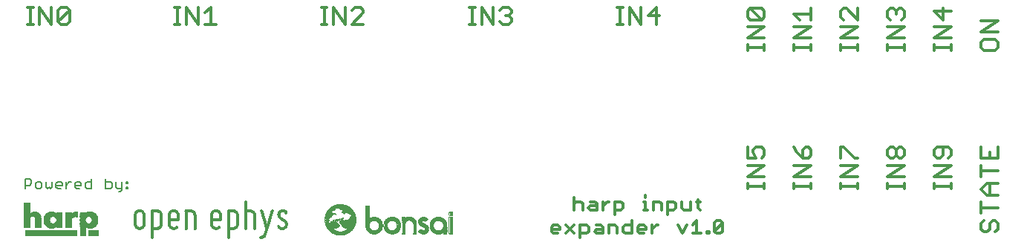
<source format=gbr>
G04 EAGLE Gerber RS-274X export*
G75*
%MOMM*%
%FSLAX34Y34*%
%LPD*%
%INSilkscreen Top*%
%IPPOS*%
%AMOC8*
5,1,8,0,0,1.08239X$1,22.5*%
G01*
%ADD10C,0.355600*%
%ADD11R,0.126400X0.004863*%
%ADD12R,0.038900X0.004863*%
%ADD13R,0.019500X0.004863*%
%ADD14R,0.019400X0.004863*%
%ADD15R,0.291700X0.004856*%
%ADD16R,0.019400X0.004856*%
%ADD17R,0.014600X0.004856*%
%ADD18R,0.388900X0.004856*%
%ADD19R,0.014500X0.004856*%
%ADD20R,0.466700X0.004856*%
%ADD21R,0.009800X0.004856*%
%ADD22R,0.009700X0.004856*%
%ADD23R,0.534700X0.004856*%
%ADD24R,0.004800X0.004856*%
%ADD25R,0.004900X0.004856*%
%ADD26R,0.593100X0.004869*%
%ADD27R,0.014500X0.004869*%
%ADD28R,0.014600X0.004869*%
%ADD29R,0.004900X0.004869*%
%ADD30R,0.004800X0.004869*%
%ADD31R,0.651400X0.004856*%
%ADD32R,0.700000X0.004856*%
%ADD33R,0.748600X0.004856*%
%ADD34R,0.787500X0.004863*%
%ADD35R,0.009700X0.004863*%
%ADD36R,0.004900X0.004863*%
%ADD37R,0.831200X0.004856*%
%ADD38R,0.875000X0.004856*%
%ADD39R,0.904200X0.004856*%
%ADD40R,0.943100X0.004869*%
%ADD41R,0.977000X0.004856*%
%ADD42R,1.011100X0.004856*%
%ADD43R,1.040300X0.004856*%
%ADD44R,1.069500X0.004856*%
%ADD45R,1.098600X0.004863*%
%ADD46R,0.009800X0.004863*%
%ADD47R,1.127800X0.004856*%
%ADD48R,1.156900X0.004856*%
%ADD49R,1.186100X0.004856*%
%ADD50R,1.215300X0.004869*%
%ADD51R,1.239600X0.004856*%
%ADD52R,1.263900X0.004856*%
%ADD53R,1.293100X0.004856*%
%ADD54R,1.312500X0.004856*%
%ADD55R,1.336800X0.004863*%
%ADD56R,0.004800X0.004863*%
%ADD57R,1.361100X0.004856*%
%ADD58R,1.380500X0.004856*%
%ADD59R,1.409700X0.004856*%
%ADD60R,1.429200X0.004869*%
%ADD61R,1.448600X0.004856*%
%ADD62R,1.468100X0.004856*%
%ADD63R,1.487500X0.004856*%
%ADD64R,1.516700X0.004856*%
%ADD65R,1.536100X0.004863*%
%ADD66R,1.555500X0.004856*%
%ADD67R,1.575000X0.004856*%
%ADD68R,1.594500X0.004856*%
%ADD69R,1.609000X0.004856*%
%ADD70R,1.623600X0.004869*%
%ADD71R,1.643100X0.004856*%
%ADD72R,1.662500X0.004856*%
%ADD73R,1.681900X0.004856*%
%ADD74R,1.701400X0.004863*%
%ADD75R,1.720800X0.004856*%
%ADD76R,1.730500X0.004856*%
%ADD77R,1.750000X0.004856*%
%ADD78R,1.769500X0.004869*%
%ADD79R,1.784000X0.004856*%
%ADD80R,1.798600X0.004856*%
%ADD81R,1.818100X0.004856*%
%ADD82R,1.832600X0.004856*%
%ADD83R,1.847200X0.004863*%
%ADD84R,1.866700X0.004856*%
%ADD85R,1.876400X0.004856*%
%ADD86R,1.895800X0.004856*%
%ADD87R,1.905500X0.004856*%
%ADD88R,1.925000X0.004869*%
%ADD89R,1.934700X0.004856*%
%ADD90R,1.954200X0.004856*%
%ADD91R,1.963900X0.004856*%
%ADD92R,1.983300X0.004863*%
%ADD93R,1.993100X0.004856*%
%ADD94R,2.012500X0.004856*%
%ADD95R,2.022200X0.004856*%
%ADD96R,2.041700X0.004856*%
%ADD97R,2.051400X0.004869*%
%ADD98R,2.061100X0.004856*%
%ADD99R,2.080500X0.004856*%
%ADD100R,2.090300X0.004856*%
%ADD101R,2.100000X0.004863*%
%ADD102R,2.119500X0.004856*%
%ADD103R,2.129200X0.004856*%
%ADD104R,2.138900X0.004856*%
%ADD105R,2.158300X0.004869*%
%ADD106R,2.168100X0.004856*%
%ADD107R,2.177800X0.004856*%
%ADD108R,2.187500X0.004856*%
%ADD109R,1.006200X0.004856*%
%ADD110R,1.025700X0.004856*%
%ADD111R,0.034100X0.004856*%
%ADD112R,0.038800X0.004856*%
%ADD113R,0.102100X0.004856*%
%ADD114R,0.952800X0.004863*%
%ADD115R,0.972200X0.004863*%
%ADD116R,0.014600X0.004863*%
%ADD117R,0.918700X0.004856*%
%ADD118R,0.933400X0.004856*%
%ADD119R,0.889600X0.004856*%
%ADD120R,0.909000X0.004856*%
%ADD121R,0.865200X0.004856*%
%ADD122R,0.884700X0.004856*%
%ADD123R,0.850700X0.004869*%
%ADD124R,0.870100X0.004869*%
%ADD125R,0.009700X0.004869*%
%ADD126R,0.850700X0.004856*%
%ADD127R,0.811800X0.004856*%
%ADD128R,0.797300X0.004856*%
%ADD129R,0.816700X0.004856*%
%ADD130R,0.782600X0.004856*%
%ADD131R,0.802100X0.004856*%
%ADD132R,0.772900X0.004863*%
%ADD133R,0.758300X0.004856*%
%ADD134R,0.777800X0.004856*%
%ADD135R,0.753500X0.004856*%
%ADD136R,0.772900X0.004856*%
%ADD137R,0.743700X0.004856*%
%ADD138R,0.758400X0.004856*%
%ADD139R,0.734000X0.004869*%
%ADD140R,0.748600X0.004869*%
%ADD141R,0.724300X0.004856*%
%ADD142R,0.738900X0.004856*%
%ADD143R,0.714600X0.004856*%
%ADD144R,0.729100X0.004856*%
%ADD145R,0.704900X0.004856*%
%ADD146R,0.690300X0.004863*%
%ADD147R,0.704800X0.004863*%
%ADD148R,0.680500X0.004856*%
%ADD149R,0.675700X0.004856*%
%ADD150R,0.690200X0.004856*%
%ADD151R,0.670900X0.004856*%
%ADD152R,0.685400X0.004856*%
%ADD153R,0.661100X0.004869*%
%ADD154R,0.680600X0.004869*%
%ADD155R,0.656300X0.004856*%
%ADD156R,0.670800X0.004856*%
%ADD157R,0.666000X0.004856*%
%ADD158R,0.646500X0.004856*%
%ADD159R,0.661200X0.004856*%
%ADD160R,0.636800X0.004856*%
%ADD161R,0.656200X0.004856*%
%ADD162R,0.631900X0.004863*%
%ADD163R,0.646600X0.004863*%
%ADD164R,0.627100X0.004856*%
%ADD165R,0.641600X0.004856*%
%ADD166R,0.622300X0.004856*%
%ADD167R,0.617300X0.004856*%
%ADD168R,0.632000X0.004856*%
%ADD169R,0.612500X0.004869*%
%ADD170R,0.627100X0.004869*%
%ADD171R,0.612500X0.004856*%
%ADD172R,0.607600X0.004856*%
%ADD173R,0.622200X0.004856*%
%ADD174R,0.602800X0.004856*%
%ADD175R,0.617400X0.004856*%
%ADD176R,0.597900X0.004856*%
%ADD177R,0.593100X0.004863*%
%ADD178R,0.607600X0.004863*%
%ADD179R,0.593000X0.004856*%
%ADD180R,0.588200X0.004856*%
%ADD181R,0.602700X0.004856*%
%ADD182R,0.578500X0.004856*%
%ADD183R,0.573600X0.004869*%
%ADD184R,0.588200X0.004869*%
%ADD185R,0.568800X0.004856*%
%ADD186R,0.583300X0.004856*%
%ADD187R,0.563900X0.004856*%
%ADD188R,0.563900X0.004863*%
%ADD189R,0.573600X0.004863*%
%ADD190R,0.559000X0.004856*%
%ADD191R,0.573600X0.004856*%
%ADD192R,0.554100X0.004856*%
%ADD193R,0.549300X0.004856*%
%ADD194R,0.549300X0.004869*%
%ADD195R,0.559000X0.004869*%
%ADD196R,0.544400X0.004856*%
%ADD197R,0.559100X0.004856*%
%ADD198R,0.544500X0.004856*%
%ADD199R,0.539500X0.004856*%
%ADD200R,0.554200X0.004856*%
%ADD201R,0.534700X0.004863*%
%ADD202R,0.544400X0.004863*%
%ADD203R,0.529900X0.004856*%
%ADD204R,0.529800X0.004856*%
%ADD205R,0.539600X0.004856*%
%ADD206R,0.520200X0.004856*%
%ADD207R,0.520100X0.004869*%
%ADD208R,0.529900X0.004869*%
%ADD209R,0.520100X0.004856*%
%ADD210R,0.510400X0.004856*%
%ADD211R,0.525000X0.004856*%
%ADD212R,0.510400X0.004863*%
%ADD213R,0.520200X0.004863*%
%ADD214R,0.510500X0.004856*%
%ADD215R,0.515300X0.004856*%
%ADD216R,0.544400X0.004869*%
%ADD217R,0.515300X0.004869*%
%ADD218R,0.009800X0.004869*%
%ADD219R,0.627000X0.004856*%
%ADD220R,0.661200X0.004863*%
%ADD221R,0.651400X0.004863*%
%ADD222R,0.680600X0.004856*%
%ADD223R,0.709700X0.004856*%
%ADD224R,0.695200X0.004856*%
%ADD225R,0.734000X0.004856*%
%ADD226R,0.719400X0.004856*%
%ADD227R,0.777700X0.004869*%
%ADD228R,0.758400X0.004869*%
%ADD229R,0.777700X0.004856*%
%ADD230R,0.821500X0.004856*%
%ADD231R,0.797200X0.004856*%
%ADD232R,0.845900X0.004856*%
%ADD233R,0.870100X0.004863*%
%ADD234R,0.836100X0.004863*%
%ADD235R,0.865300X0.004856*%
%ADD236R,0.933300X0.004856*%
%ADD237R,0.952700X0.004869*%
%ADD238R,0.899300X0.004869*%
%ADD239R,0.972200X0.004856*%
%ADD240R,0.913800X0.004856*%
%ADD241R,0.996600X0.004856*%
%ADD242R,0.943000X0.004856*%
%ADD243R,1.030500X0.004856*%
%ADD244R,0.957700X0.004856*%
%ADD245R,1.050000X0.004863*%
%ADD246R,0.967400X0.004863*%
%ADD247R,1.064600X0.004856*%
%ADD248R,0.986800X0.004856*%
%ADD249R,1.088900X0.004856*%
%ADD250R,1.001400X0.004856*%
%ADD251R,1.103500X0.004856*%
%ADD252R,1.118000X0.004869*%
%ADD253R,1.025700X0.004869*%
%ADD254R,1.137500X0.004856*%
%ADD255R,1.035500X0.004856*%
%ADD256R,1.152100X0.004856*%
%ADD257R,1.050000X0.004856*%
%ADD258R,1.166600X0.004856*%
%ADD259R,1.181200X0.004856*%
%ADD260R,1.195800X0.004863*%
%ADD261R,1.084000X0.004863*%
%ADD262R,1.205600X0.004856*%
%ADD263R,1.093700X0.004856*%
%ADD264R,1.225000X0.004856*%
%ADD265R,1.118100X0.004856*%
%ADD266R,1.249300X0.004856*%
%ADD267R,1.263900X0.004869*%
%ADD268R,1.137500X0.004869*%
%ADD269R,1.273600X0.004856*%
%ADD270R,1.147200X0.004856*%
%ADD271R,1.288200X0.004856*%
%ADD272R,1.157000X0.004856*%
%ADD273R,1.297900X0.004856*%
%ADD274R,1.166700X0.004856*%
%ADD275R,1.307600X0.004863*%
%ADD276R,1.176300X0.004863*%
%ADD277R,1.317400X0.004856*%
%ADD278R,1.327100X0.004856*%
%ADD279R,1.195800X0.004856*%
%ADD280R,1.336800X0.004856*%
%ADD281R,1.200700X0.004856*%
%ADD282R,1.346500X0.004869*%
%ADD283R,1.210500X0.004869*%
%ADD284R,1.220100X0.004856*%
%ADD285R,1.366000X0.004856*%
%ADD286R,1.229800X0.004856*%
%ADD287R,1.375600X0.004856*%
%ADD288R,1.385400X0.004856*%
%ADD289R,1.244500X0.004856*%
%ADD290R,1.395100X0.004863*%
%ADD291R,1.254100X0.004863*%
%ADD292R,1.400000X0.004856*%
%ADD293R,1.259000X0.004856*%
%ADD294R,1.409800X0.004856*%
%ADD295R,1.268700X0.004856*%
%ADD296R,1.414600X0.004856*%
%ADD297R,1.424300X0.004869*%
%ADD298R,1.283400X0.004869*%
%ADD299R,1.429100X0.004856*%
%ADD300R,1.438900X0.004856*%
%ADD301R,1.302700X0.004856*%
%ADD302R,1.443800X0.004856*%
%ADD303R,1.307600X0.004856*%
%ADD304R,1.453500X0.004863*%
%ADD305R,1.317400X0.004863*%
%ADD306R,1.453500X0.004856*%
%ADD307R,1.322200X0.004856*%
%ADD308R,1.463200X0.004856*%
%ADD309R,1.468000X0.004856*%
%ADD310R,1.332000X0.004856*%
%ADD311R,1.472900X0.004856*%
%ADD312R,1.341700X0.004856*%
%ADD313R,1.477800X0.004869*%
%ADD314R,1.482600X0.004856*%
%ADD315R,1.351400X0.004856*%
%ADD316R,1.356300X0.004856*%
%ADD317R,1.492400X0.004856*%
%ADD318R,1.365900X0.004856*%
%ADD319R,1.492400X0.004863*%
%ADD320R,1.365900X0.004863*%
%ADD321R,1.370800X0.004856*%
%ADD322R,1.502100X0.004856*%
%ADD323R,1.380600X0.004856*%
%ADD324R,1.506900X0.004856*%
%ADD325R,1.390300X0.004856*%
%ADD326R,1.506900X0.004869*%
%ADD327R,1.390300X0.004869*%
%ADD328R,1.511800X0.004856*%
%ADD329R,1.404800X0.004856*%
%ADD330R,1.516600X0.004863*%
%ADD331R,1.409700X0.004863*%
%ADD332R,1.516600X0.004856*%
%ADD333R,1.521500X0.004856*%
%ADD334R,1.419400X0.004856*%
%ADD335R,1.424300X0.004856*%
%ADD336R,1.521500X0.004869*%
%ADD337R,1.521600X0.004856*%
%ADD338R,1.434000X0.004856*%
%ADD339R,1.443800X0.004863*%
%ADD340R,1.453400X0.004856*%
%ADD341R,1.511800X0.004869*%
%ADD342R,1.463200X0.004869*%
%ADD343R,1.502000X0.004856*%
%ADD344R,1.497200X0.004856*%
%ADD345R,1.477700X0.004856*%
%ADD346R,1.477700X0.004863*%
%ADD347R,1.477800X0.004856*%
%ADD348R,1.497300X0.004856*%
%ADD349R,1.472900X0.004869*%
%ADD350R,1.502100X0.004869*%
%ADD351R,1.526400X0.004856*%
%ADD352R,1.448700X0.004856*%
%ADD353R,1.531300X0.004856*%
%ADD354R,1.443700X0.004856*%
%ADD355R,1.541000X0.004856*%
%ADD356R,1.438900X0.004869*%
%ADD357R,1.545900X0.004869*%
%ADD358R,1.429200X0.004856*%
%ADD359R,1.545900X0.004856*%
%ADD360R,1.560400X0.004856*%
%ADD361R,1.419500X0.004863*%
%ADD362R,1.565300X0.004863*%
%ADD363R,1.570100X0.004856*%
%ADD364R,1.414500X0.004856*%
%ADD365R,1.579900X0.004856*%
%ADD366R,1.584700X0.004856*%
%ADD367R,1.400000X0.004869*%
%ADD368R,1.589600X0.004869*%
%ADD369R,1.599300X0.004856*%
%ADD370R,1.395100X0.004856*%
%ADD371R,1.604100X0.004856*%
%ADD372R,1.390300X0.004863*%
%ADD373R,1.618800X0.004863*%
%ADD374R,1.385500X0.004856*%
%ADD375R,1.623600X0.004856*%
%ADD376R,1.628500X0.004856*%
%ADD377R,1.638200X0.004856*%
%ADD378R,1.380500X0.004869*%
%ADD379R,1.643100X0.004869*%
%ADD380R,1.375700X0.004856*%
%ADD381R,1.652800X0.004856*%
%ADD382R,1.657700X0.004856*%
%ADD383R,1.672300X0.004856*%
%ADD384R,1.370900X0.004863*%
%ADD385R,1.681900X0.004863*%
%ADD386R,1.686800X0.004856*%
%ADD387R,1.696500X0.004856*%
%ADD388R,1.701400X0.004856*%
%ADD389R,1.361100X0.004869*%
%ADD390R,1.711100X0.004869*%
%ADD391R,0.466600X0.004856*%
%ADD392R,0.821600X0.004856*%
%ADD393R,1.720900X0.004856*%
%ADD394R,0.452000X0.004856*%
%ADD395R,1.725700X0.004856*%
%ADD396R,0.437500X0.004856*%
%ADD397R,0.787500X0.004856*%
%ADD398R,1.730600X0.004856*%
%ADD399R,0.427700X0.004856*%
%ADD400R,1.740300X0.004856*%
%ADD401R,0.427800X0.004863*%
%ADD402R,0.758300X0.004863*%
%ADD403R,1.750000X0.004863*%
%ADD404R,0.418100X0.004856*%
%ADD405R,1.759700X0.004856*%
%ADD406R,0.413200X0.004856*%
%ADD407R,1.764500X0.004856*%
%ADD408R,0.408300X0.004856*%
%ADD409R,1.769400X0.004856*%
%ADD410R,0.403500X0.004869*%
%ADD411R,0.714600X0.004869*%
%ADD412R,1.779100X0.004869*%
%ADD413R,0.403500X0.004856*%
%ADD414R,0.704800X0.004856*%
%ADD415R,1.788900X0.004856*%
%ADD416R,0.398600X0.004856*%
%ADD417R,1.793700X0.004856*%
%ADD418R,0.393800X0.004856*%
%ADD419R,0.690300X0.004856*%
%ADD420R,1.803500X0.004856*%
%ADD421R,0.388900X0.004863*%
%ADD422R,0.670900X0.004863*%
%ADD423R,1.808300X0.004863*%
%ADD424R,1.813200X0.004856*%
%ADD425R,1.823000X0.004856*%
%ADD426R,0.384000X0.004856*%
%ADD427R,1.827800X0.004856*%
%ADD428R,0.379100X0.004869*%
%ADD429R,0.631900X0.004869*%
%ADD430R,1.827800X0.004869*%
%ADD431R,0.379100X0.004856*%
%ADD432R,1.832700X0.004856*%
%ADD433R,0.379200X0.004856*%
%ADD434R,1.837500X0.004856*%
%ADD435R,0.379200X0.004863*%
%ADD436R,0.602800X0.004863*%
%ADD437R,1.837500X0.004863*%
%ADD438R,0.374300X0.004869*%
%ADD439R,0.568700X0.004869*%
%ADD440R,1.837500X0.004869*%
%ADD441R,0.374300X0.004856*%
%ADD442R,1.842400X0.004856*%
%ADD443R,0.505500X0.004856*%
%ADD444R,0.019500X0.004856*%
%ADD445R,0.471500X0.004856*%
%ADD446R,0.379100X0.004863*%
%ADD447R,0.442400X0.004863*%
%ADD448R,1.832700X0.004863*%
%ADD449R,0.350000X0.004856*%
%ADD450R,0.384000X0.004869*%
%ADD451R,0.311200X0.004869*%
%ADD452R,1.822900X0.004869*%
%ADD453R,0.257600X0.004856*%
%ADD454R,1.827700X0.004856*%
%ADD455R,0.204100X0.004856*%
%ADD456R,1.822900X0.004856*%
%ADD457R,0.393700X0.004856*%
%ADD458R,0.116700X0.004856*%
%ADD459R,1.818000X0.004856*%
%ADD460R,1.813100X0.004856*%
%ADD461R,0.053400X0.004856*%
%ADD462R,0.393700X0.004863*%
%ADD463R,0.024300X0.004863*%
%ADD464R,0.038900X0.004856*%
%ADD465R,1.803400X0.004856*%
%ADD466R,0.043800X0.004856*%
%ADD467R,0.053500X0.004856*%
%ADD468R,0.068100X0.004869*%
%ADD469R,1.784000X0.004869*%
%ADD470R,0.077700X0.004856*%
%ADD471R,1.779100X0.004856*%
%ADD472R,0.092400X0.004856*%
%ADD473R,1.779200X0.004856*%
%ADD474R,0.422900X0.004856*%
%ADD475R,0.116600X0.004856*%
%ADD476R,1.764600X0.004856*%
%ADD477R,0.131300X0.004863*%
%ADD478R,1.754900X0.004863*%
%ADD479R,0.432700X0.004856*%
%ADD480R,0.140900X0.004856*%
%ADD481R,0.155500X0.004856*%
%ADD482R,0.442400X0.004856*%
%ADD483R,0.170200X0.004856*%
%ADD484R,1.735400X0.004856*%
%ADD485R,0.452100X0.004856*%
%ADD486R,0.184700X0.004856*%
%ADD487R,0.457000X0.004869*%
%ADD488R,0.199300X0.004869*%
%ADD489R,1.720800X0.004869*%
%ADD490R,0.213900X0.004856*%
%ADD491R,1.716000X0.004856*%
%ADD492R,0.233300X0.004856*%
%ADD493R,0.354800X0.004856*%
%ADD494R,1.302800X0.004856*%
%ADD495R,0.447300X0.004856*%
%ADD496R,0.252800X0.004856*%
%ADD497R,0.325700X0.004856*%
%ADD498R,1.283300X0.004856*%
%ADD499R,0.272200X0.004863*%
%ADD500R,0.306300X0.004863*%
%ADD501R,1.268700X0.004863*%
%ADD502R,0.301400X0.004856*%
%ADD503R,0.286800X0.004856*%
%ADD504R,0.330500X0.004856*%
%ADD505R,0.277000X0.004856*%
%ADD506R,0.364600X0.004856*%
%ADD507R,0.262500X0.004856*%
%ADD508R,0.024300X0.004856*%
%ADD509R,0.145900X0.004856*%
%ADD510R,0.461800X0.004856*%
%ADD511R,0.247900X0.004856*%
%ADD512R,1.234700X0.004856*%
%ADD513R,0.437500X0.004869*%
%ADD514R,0.617400X0.004869*%
%ADD515R,0.238200X0.004869*%
%ADD516R,1.229900X0.004869*%
%ADD517R,0.228500X0.004856*%
%ADD518R,0.432600X0.004856*%
%ADD519R,0.218700X0.004856*%
%ADD520R,1.220200X0.004856*%
%ADD521R,0.631900X0.004856*%
%ADD522R,0.209100X0.004856*%
%ADD523R,1.215300X0.004856*%
%ADD524R,0.432600X0.004863*%
%ADD525R,0.111800X0.004863*%
%ADD526R,0.422900X0.004863*%
%ADD527R,0.199300X0.004863*%
%ADD528R,1.001400X0.004863*%
%ADD529R,0.048600X0.004863*%
%ADD530R,0.082600X0.004856*%
%ADD531R,0.403400X0.004856*%
%ADD532R,0.194400X0.004856*%
%ADD533R,0.072900X0.004856*%
%ADD534R,0.972300X0.004856*%
%ADD535R,0.058400X0.004856*%
%ADD536R,0.947900X0.004856*%
%ADD537R,0.179900X0.004856*%
%ADD538R,0.029100X0.004856*%
%ADD539R,0.427700X0.004869*%
%ADD540R,0.034100X0.004869*%
%ADD541R,0.175000X0.004869*%
%ADD542R,0.913900X0.004869*%
%ADD543R,0.165300X0.004856*%
%ADD544R,0.359700X0.004856*%
%ADD545R,0.155600X0.004856*%
%ADD546R,0.879900X0.004856*%
%ADD547R,0.364500X0.004856*%
%ADD548R,0.870200X0.004856*%
%ADD549R,0.359700X0.004863*%
%ADD550R,0.145800X0.004863*%
%ADD551R,0.860400X0.004863*%
%ADD552R,0.354900X0.004856*%
%ADD553R,0.145800X0.004856*%
%ADD554R,0.841000X0.004856*%
%ADD555R,0.141000X0.004856*%
%ADD556R,0.831300X0.004856*%
%ADD557R,0.422900X0.004869*%
%ADD558R,0.354900X0.004869*%
%ADD559R,0.136100X0.004869*%
%ADD560R,0.826400X0.004869*%
%ADD561R,0.418000X0.004856*%
%ADD562R,0.136100X0.004856*%
%ADD563R,0.345100X0.004856*%
%ADD564R,0.131200X0.004856*%
%ADD565R,0.418000X0.004863*%
%ADD566R,0.345200X0.004863*%
%ADD567R,0.131200X0.004863*%
%ADD568R,0.782700X0.004856*%
%ADD569R,0.111800X0.004856*%
%ADD570R,0.097200X0.004856*%
%ADD571R,0.418100X0.004869*%
%ADD572R,0.072900X0.004869*%
%ADD573R,0.082700X0.004869*%
%ADD574R,0.131200X0.004869*%
%ADD575R,0.763200X0.004869*%
%ADD576R,0.068100X0.004856*%
%ADD577R,0.048600X0.004856*%
%ADD578R,0.034100X0.004863*%
%ADD579R,0.136100X0.004863*%
%ADD580R,0.738900X0.004863*%
%ADD581R,0.729200X0.004856*%
%ADD582R,0.427800X0.004869*%
%ADD583R,0.141000X0.004869*%
%ADD584R,0.719400X0.004869*%
%ADD585R,0.427800X0.004856*%
%ADD586R,0.106900X0.004856*%
%ADD587R,0.087500X0.004856*%
%ADD588R,0.432700X0.004863*%
%ADD589R,0.063200X0.004863*%
%ADD590R,0.700000X0.004863*%
%ADD591R,0.048700X0.004856*%
%ADD592R,0.043700X0.004856*%
%ADD593R,0.695100X0.004856*%
%ADD594R,0.034000X0.004856*%
%ADD595R,0.029200X0.004856*%
%ADD596R,0.442400X0.004869*%
%ADD597R,0.024300X0.004869*%
%ADD598R,0.680500X0.004869*%
%ADD599R,0.675600X0.004856*%
%ADD600R,0.447200X0.004856*%
%ADD601R,0.452100X0.004863*%
%ADD602R,0.670800X0.004863*%
%ADD603R,0.456900X0.004856*%
%ADD604R,0.665900X0.004856*%
%ADD605R,0.661100X0.004856*%
%ADD606R,0.461800X0.004869*%
%ADD607R,0.656300X0.004869*%
%ADD608R,0.476300X0.004856*%
%ADD609R,0.481200X0.004863*%
%ADD610R,0.641700X0.004863*%
%ADD611R,0.486100X0.004856*%
%ADD612R,0.641700X0.004856*%
%ADD613R,0.490900X0.004856*%
%ADD614R,0.495800X0.004856*%
%ADD615R,0.495800X0.004869*%
%ADD616R,0.505600X0.004856*%
%ADD617R,0.622200X0.004863*%
%ADD618R,0.568700X0.004856*%
%ADD619R,0.583300X0.004869*%
%ADD620R,0.724300X0.004863*%
%ADD621R,0.568700X0.004863*%
%ADD622R,0.515200X0.004856*%
%ADD623R,0.500700X0.004856*%
%ADD624R,0.719400X0.004863*%
%ADD625R,0.491000X0.004863*%
%ADD626R,0.481300X0.004856*%
%ADD627R,0.724300X0.004869*%
%ADD628R,0.476400X0.004869*%
%ADD629R,0.719500X0.004856*%
%ADD630R,0.719500X0.004869*%
%ADD631R,0.432600X0.004869*%
%ADD632R,0.729100X0.004869*%
%ADD633R,0.734100X0.004856*%
%ADD634R,0.408300X0.004863*%
%ADD635R,0.743800X0.004869*%
%ADD636R,0.748700X0.004856*%
%ADD637R,0.398600X0.004863*%
%ADD638R,0.763200X0.004856*%
%ADD639R,0.768000X0.004869*%
%ADD640R,0.768100X0.004856*%
%ADD641R,0.403400X0.004863*%
%ADD642R,0.792400X0.004856*%
%ADD643R,0.802000X0.004856*%
%ADD644R,0.806900X0.004869*%
%ADD645R,0.408300X0.004869*%
%ADD646R,0.826400X0.004856*%
%ADD647R,0.840900X0.004863*%
%ADD648R,0.418100X0.004863*%
%ADD649R,0.855500X0.004856*%
%ADD650R,0.860500X0.004856*%
%ADD651R,0.904200X0.004869*%
%ADD652R,0.038900X0.004869*%
%ADD653R,0.442300X0.004869*%
%ADD654R,0.938200X0.004856*%
%ADD655R,1.069400X0.004856*%
%ADD656R,1.064500X0.004856*%
%ADD657R,0.466600X0.004863*%
%ADD658R,1.045200X0.004856*%
%ADD659R,0.481200X0.004856*%
%ADD660R,0.607700X0.004856*%
%ADD661R,0.807000X0.004856*%
%ADD662R,0.199300X0.004856*%
%ADD663R,0.131300X0.004856*%
%ADD664R,0.102100X0.004863*%
%ADD665R,0.029200X0.004863*%
%ADD666R,0.058300X0.004856*%
%ADD667R,0.073000X0.004856*%
%ADD668R,0.670800X0.004869*%
%ADD669R,0.043700X0.004869*%
%ADD670R,0.082600X0.004869*%
%ADD671R,0.646600X0.004869*%
%ADD672R,0.665900X0.004863*%
%ADD673R,0.170100X0.004856*%
%ADD674R,0.184800X0.004856*%
%ADD675R,0.704900X0.004869*%
%ADD676R,0.223600X0.004856*%
%ADD677R,0.238200X0.004856*%
%ADD678R,0.257700X0.004856*%
%ADD679R,0.593000X0.004863*%
%ADD680R,0.281900X0.004863*%
%ADD681R,0.753500X0.004863*%
%ADD682R,0.588100X0.004856*%
%ADD683R,0.311100X0.004856*%
%ADD684R,1.268800X0.004869*%
%ADD685R,0.554100X0.004863*%
%ADD686R,1.302800X0.004863*%
%ADD687R,1.341600X0.004856*%
%ADD688R,0.539600X0.004869*%
%ADD689R,1.322300X0.004869*%
%ADD690R,0.534800X0.004856*%
%ADD691R,1.293000X0.004856*%
%ADD692R,0.525000X0.004863*%
%ADD693R,1.283400X0.004863*%
%ADD694R,1.278500X0.004856*%
%ADD695R,1.259100X0.004869*%
%ADD696R,0.505500X0.004863*%
%ADD697R,1.225000X0.004863*%
%ADD698R,1.210400X0.004856*%
%ADD699R,1.200700X0.004869*%
%ADD700R,1.191000X0.004856*%
%ADD701R,1.181200X0.004863*%
%ADD702R,0.491000X0.004856*%
%ADD703R,1.176300X0.004856*%
%ADD704R,1.171500X0.004856*%
%ADD705R,0.491000X0.004869*%
%ADD706R,1.166600X0.004869*%
%ADD707R,0.495900X0.004856*%
%ADD708R,1.161800X0.004856*%
%ADD709R,0.495800X0.004863*%
%ADD710R,1.152000X0.004863*%
%ADD711R,1.142300X0.004856*%
%ADD712R,0.505500X0.004869*%
%ADD713R,1.142400X0.004869*%
%ADD714R,1.132600X0.004856*%
%ADD715R,1.132700X0.004856*%
%ADD716R,1.127800X0.004863*%
%ADD717R,1.127700X0.004856*%
%ADD718R,1.122900X0.004856*%
%ADD719R,0.685400X0.004869*%
%ADD720R,1.122900X0.004869*%
%ADD721R,1.123000X0.004856*%
%ADD722R,1.118000X0.004856*%
%ADD723R,1.118100X0.004863*%
%ADD724R,0.666000X0.004869*%
%ADD725R,1.118100X0.004869*%
%ADD726R,0.656200X0.004863*%
%ADD727R,1.132700X0.004863*%
%ADD728R,0.063200X0.004869*%
%ADD729R,1.176400X0.004869*%
%ADD730R,1.288100X0.004856*%
%ADD731R,0.641600X0.004863*%
%ADD732R,1.278400X0.004856*%
%ADD733R,0.636800X0.004869*%
%ADD734R,1.273700X0.004869*%
%ADD735R,0.632000X0.004863*%
%ADD736R,1.273600X0.004863*%
%ADD737R,1.268800X0.004856*%
%ADD738R,0.636800X0.004863*%
%ADD739R,0.646500X0.004869*%
%ADD740R,0.646600X0.004856*%
%ADD741R,1.283400X0.004856*%
%ADD742R,1.293100X0.004863*%
%ADD743R,1.307700X0.004856*%
%ADD744R,1.317400X0.004869*%
%ADD745R,1.331900X0.004856*%
%ADD746R,1.346600X0.004856*%
%ADD747R,2.206900X0.004863*%
%ADD748R,2.100000X0.004856*%
%ADD749R,2.090300X0.004863*%
%ADD750R,2.051400X0.004856*%
%ADD751R,2.041700X0.004869*%
%ADD752R,1.983300X0.004856*%
%ADD753R,1.963900X0.004863*%
%ADD754R,1.925000X0.004856*%
%ADD755R,1.905500X0.004869*%
%ADD756R,1.847200X0.004856*%
%ADD757R,1.832600X0.004863*%
%ADD758R,1.769500X0.004856*%
%ADD759R,1.750000X0.004869*%
%ADD760R,1.613900X0.004869*%
%ADD761R,1.536100X0.004856*%
%ADD762R,1.516700X0.004863*%
%ADD763R,1.312500X0.004863*%
%ADD764R,1.186100X0.004869*%
%ADD765R,1.098600X0.004856*%
%ADD766R,1.069500X0.004863*%
%ADD767R,0.748600X0.004863*%
%ADD768R,0.471600X0.004869*%
%ADD769R,0.126400X0.004856*%
%ADD770R,0.631700X0.011488*%
%ADD771R,5.973000X0.011488*%
%ADD772R,5.973000X0.011475*%
%ADD773R,0.631700X0.011475*%
%ADD774R,1.114200X0.011475*%
%ADD775R,1.114200X0.011488*%
%ADD776R,5.973000X0.011481*%
%ADD777R,0.631700X0.011481*%
%ADD778R,1.114200X0.011481*%
%ADD779R,0.149400X0.011488*%
%ADD780R,0.149300X0.011488*%
%ADD781R,0.034400X0.011488*%
%ADD782R,0.057400X0.011488*%
%ADD783R,0.046000X0.011488*%
%ADD784R,0.034500X0.011488*%
%ADD785R,0.321700X0.011481*%
%ADD786R,0.321600X0.011481*%
%ADD787R,0.022900X0.011481*%
%ADD788R,0.023000X0.011481*%
%ADD789R,0.425000X0.011488*%
%ADD790R,0.023000X0.011488*%
%ADD791R,0.011500X0.011488*%
%ADD792R,0.022900X0.011488*%
%ADD793R,0.505400X0.011488*%
%ADD794R,0.011400X0.011488*%
%ADD795R,0.574300X0.011475*%
%ADD796R,0.574400X0.011475*%
%ADD797R,0.011500X0.011475*%
%ADD798R,0.022900X0.011475*%
%ADD799R,0.620300X0.011488*%
%ADD800R,0.631800X0.011488*%
%ADD801R,0.620200X0.011488*%
%ADD802R,0.677700X0.011488*%
%ADD803R,0.689200X0.011488*%
%ADD804R,0.620300X0.011475*%
%ADD805R,0.723600X0.011475*%
%ADD806R,0.631800X0.011475*%
%ADD807R,0.620200X0.011475*%
%ADD808R,0.746600X0.011475*%
%ADD809R,0.011400X0.011475*%
%ADD810R,0.769600X0.011488*%
%ADD811R,0.781000X0.011488*%
%ADD812R,0.620300X0.011481*%
%ADD813R,0.815600X0.011481*%
%ADD814R,0.631800X0.011481*%
%ADD815R,0.620200X0.011481*%
%ADD816R,0.815500X0.011481*%
%ADD817R,0.011500X0.011481*%
%ADD818R,0.011400X0.011481*%
%ADD819R,0.838500X0.011488*%
%ADD820R,0.861500X0.011488*%
%ADD821R,0.884400X0.011488*%
%ADD822R,0.896000X0.011488*%
%ADD823R,0.918900X0.011481*%
%ADD824R,0.930400X0.011481*%
%ADD825R,0.941900X0.011488*%
%ADD826R,0.964900X0.011488*%
%ADD827R,0.976400X0.011488*%
%ADD828R,0.987800X0.011488*%
%ADD829R,0.999300X0.011475*%
%ADD830R,1.010800X0.011475*%
%ADD831R,1.022300X0.011488*%
%ADD832R,1.045300X0.011488*%
%ADD833R,1.068200X0.011488*%
%ADD834R,1.079700X0.011475*%
%ADD835R,1.091200X0.011475*%
%ADD836R,1.102700X0.011488*%
%ADD837R,1.125700X0.011488*%
%ADD838R,1.768900X0.011488*%
%ADD839R,1.137100X0.011481*%
%ADD840R,1.780400X0.011481*%
%ADD841R,1.791900X0.011488*%
%ADD842R,1.803400X0.011488*%
%ADD843R,1.814800X0.011488*%
%ADD844R,1.814900X0.011481*%
%ADD845R,1.826300X0.011481*%
%ADD846R,1.826400X0.011488*%
%ADD847R,1.826300X0.011488*%
%ADD848R,1.837900X0.011475*%
%ADD849R,1.837800X0.011475*%
%ADD850R,1.849400X0.011488*%
%ADD851R,1.849300X0.011488*%
%ADD852R,1.860800X0.011488*%
%ADD853R,1.860800X0.011475*%
%ADD854R,1.872300X0.011475*%
%ADD855R,1.872300X0.011488*%
%ADD856R,1.883800X0.011488*%
%ADD857R,1.895300X0.011488*%
%ADD858R,1.895300X0.011481*%
%ADD859R,1.906800X0.011488*%
%ADD860R,1.906700X0.011488*%
%ADD861R,1.918200X0.011488*%
%ADD862R,1.918300X0.011481*%
%ADD863R,1.918200X0.011481*%
%ADD864R,1.929800X0.011488*%
%ADD865R,1.929700X0.011488*%
%ADD866R,1.941300X0.011481*%
%ADD867R,1.941200X0.011481*%
%ADD868R,1.941300X0.011488*%
%ADD869R,1.952700X0.011488*%
%ADD870R,1.952700X0.011475*%
%ADD871R,1.964200X0.011475*%
%ADD872R,1.964200X0.011488*%
%ADD873R,1.975700X0.011488*%
%ADD874R,1.975700X0.011475*%
%ADD875R,1.987100X0.011488*%
%ADD876R,1.987200X0.011481*%
%ADD877R,1.987100X0.011481*%
%ADD878R,0.907400X0.011488*%
%ADD879R,0.930400X0.011488*%
%ADD880R,0.895900X0.011488*%
%ADD881R,0.057500X0.011488*%
%ADD882R,0.850000X0.011488*%
%ADD883R,0.827000X0.011481*%
%ADD884R,0.861500X0.011481*%
%ADD885R,0.850000X0.011481*%
%ADD886R,0.804100X0.011488*%
%ADD887R,0.838600X0.011488*%
%ADD888R,0.827000X0.011488*%
%ADD889R,0.804000X0.011488*%
%ADD890R,0.792600X0.011488*%
%ADD891R,0.815600X0.011488*%
%ADD892R,0.815500X0.011488*%
%ADD893R,0.792500X0.011488*%
%ADD894R,0.781100X0.011475*%
%ADD895R,0.792600X0.011475*%
%ADD896R,0.769600X0.011475*%
%ADD897R,0.781100X0.011488*%
%ADD898R,0.758100X0.011488*%
%ADD899R,0.746700X0.011475*%
%ADD900R,0.735100X0.011475*%
%ADD901R,0.746600X0.011488*%
%ADD902R,0.735200X0.011488*%
%ADD903R,0.735100X0.011488*%
%ADD904R,0.723700X0.011488*%
%ADD905R,0.723600X0.011488*%
%ADD906R,0.723600X0.011481*%
%ADD907R,0.712200X0.011481*%
%ADD908R,0.712100X0.011481*%
%ADD909R,0.723700X0.011481*%
%ADD910R,0.712100X0.011488*%
%ADD911R,0.700700X0.011488*%
%ADD912R,0.712200X0.011488*%
%ADD913R,0.700600X0.011488*%
%ADD914R,0.689200X0.011481*%
%ADD915R,0.700700X0.011481*%
%ADD916R,0.689200X0.011475*%
%ADD917R,0.666300X0.011475*%
%ADD918R,0.666200X0.011475*%
%ADD919R,0.666300X0.011488*%
%ADD920R,0.666200X0.011488*%
%ADD921R,0.654800X0.011488*%
%ADD922R,0.654700X0.011488*%
%ADD923R,0.677700X0.011475*%
%ADD924R,0.654800X0.011475*%
%ADD925R,0.654700X0.011475*%
%ADD926R,0.643300X0.011488*%
%ADD927R,0.643200X0.011488*%
%ADD928R,0.666200X0.011481*%
%ADD929R,0.666300X0.011481*%
%ADD930R,0.654700X0.011481*%
%ADD931R,0.654800X0.011481*%
%ADD932R,0.608800X0.011488*%
%ADD933R,0.608800X0.011475*%
%ADD934R,0.608800X0.011481*%
%ADD935R,0.643200X0.011481*%
%ADD936R,0.643200X0.011475*%
%ADD937R,0.643300X0.011481*%
%ADD938R,0.677700X0.011481*%
%ADD939R,0.700600X0.011475*%
%ADD940R,0.712100X0.011475*%
%ADD941R,0.700700X0.011475*%
%ADD942R,0.735100X0.011481*%
%ADD943R,0.769600X0.011481*%
%ADD944R,0.746700X0.011488*%
%ADD945R,0.758100X0.011481*%
%ADD946R,0.861400X0.011488*%
%ADD947R,0.068900X0.011488*%
%ADD948R,0.792600X0.011481*%
%ADD949R,0.895900X0.011481*%
%ADD950R,0.103400X0.011481*%
%ADD951R,0.792500X0.011481*%
%ADD952R,1.045200X0.011488*%
%ADD953R,0.252700X0.011488*%
%ADD954R,0.861500X0.011475*%
%ADD955R,0.896000X0.011475*%
%ADD956R,1.320900X0.011475*%
%ADD957R,0.895900X0.011475*%
%ADD958R,0.023000X0.011475*%
%ADD959R,1.320900X0.011488*%
%ADD960R,1.987200X0.011488*%
%ADD961R,0.838500X0.011475*%
%ADD962R,0.792500X0.011475*%
%ADD963R,1.987200X0.011475*%
%ADD964R,0.884500X0.011488*%
%ADD965R,0.045900X0.011488*%
%ADD966R,1.837800X0.011481*%
%ADD967R,1.975700X0.011481*%
%ADD968R,1.320900X0.011481*%
%ADD969R,1.964200X0.011481*%
%ADD970R,1.837800X0.011488*%
%ADD971R,1.952700X0.011481*%
%ADD972R,1.941200X0.011488*%
%ADD973R,1.826400X0.011475*%
%ADD974R,1.929800X0.011475*%
%ADD975R,1.929700X0.011475*%
%ADD976R,1.814900X0.011488*%
%ADD977R,1.918300X0.011488*%
%ADD978R,1.814900X0.011475*%
%ADD979R,1.906800X0.011475*%
%ADD980R,1.906700X0.011475*%
%ADD981R,1.791900X0.011481*%
%ADD982R,1.883800X0.011481*%
%ADD983R,1.780400X0.011488*%
%ADD984R,1.860800X0.011481*%
%ADD985R,1.768900X0.011475*%
%ADD986R,1.757400X0.011488*%
%ADD987R,1.114100X0.011475*%
%ADD988R,1.803400X0.011475*%
%ADD989R,1.091300X0.011488*%
%ADD990R,1.068300X0.011488*%
%ADD991R,1.137200X0.011488*%
%ADD992R,1.045300X0.011481*%
%ADD993R,1.769000X0.011481*%
%ADD994R,1.033800X0.011488*%
%ADD995R,0.597300X0.011488*%
%ADD996R,1.010800X0.011488*%
%ADD997R,1.091200X0.011488*%
%ADD998R,0.585800X0.011488*%
%ADD999R,0.987800X0.011481*%
%ADD1000R,1.068200X0.011481*%
%ADD1001R,0.574300X0.011481*%
%ADD1002R,0.964800X0.011488*%
%ADD1003R,0.562800X0.011488*%
%ADD1004R,0.941800X0.011488*%
%ADD1005R,0.551300X0.011488*%
%ADD1006R,0.999300X0.011488*%
%ADD1007R,0.907500X0.011481*%
%ADD1008R,0.987900X0.011481*%
%ADD1009R,0.539900X0.011481*%
%ADD1010R,0.964900X0.011481*%
%ADD1011R,0.953400X0.011488*%
%ADD1012R,0.528400X0.011488*%
%ADD1013R,0.907500X0.011488*%
%ADD1014R,0.815500X0.011475*%
%ADD1015R,0.884400X0.011475*%
%ADD1016R,0.493900X0.011475*%
%ADD1017R,0.873000X0.011475*%
%ADD1018R,0.470900X0.011488*%
%ADD1019R,0.448000X0.011488*%
%ADD1020R,0.425000X0.011475*%
%ADD1021R,0.402000X0.011488*%
%ADD1022R,0.608700X0.011481*%
%ADD1023R,0.689100X0.011481*%
%ADD1024R,0.367600X0.011481*%
%ADD1025R,0.551400X0.011488*%
%ADD1026R,0.333100X0.011488*%
%ADD1027R,0.482400X0.011488*%
%ADD1028R,0.574300X0.011488*%
%ADD1029R,0.287200X0.011488*%
%ADD1030R,0.562900X0.011488*%
%ADD1031R,0.402100X0.011481*%
%ADD1032R,0.493900X0.011481*%
%ADD1033R,0.229700X0.011481*%
%ADD1034R,0.482400X0.011481*%
%ADD1035R,0.264100X0.011488*%
%ADD1036R,0.413500X0.011488*%
%ADD1037R,0.402100X0.011488*%
%ADD1038R,0.310200X0.011488*%
%ADD1039R,0.298600X0.011488*%
%ADD1040R,0.091900X0.011475*%
%ADD1041R,0.057400X0.011475*%
%ADD1042R,0.068900X0.011475*%
%ADD1043R,0.057500X0.011475*%
%ADD1044R,0.007100X0.007156*%
%ADD1045R,0.135900X0.007150*%
%ADD1046R,0.035800X0.007150*%
%ADD1047R,0.035700X0.007150*%
%ADD1048R,0.014300X0.007150*%
%ADD1049R,0.014400X0.007150*%
%ADD1050R,0.279000X0.007150*%
%ADD1051R,0.021400X0.007150*%
%ADD1052R,0.007200X0.007150*%
%ADD1053R,0.107300X0.007150*%
%ADD1054R,0.364800X0.007150*%
%ADD1055R,0.114400X0.007150*%
%ADD1056R,0.321900X0.007150*%
%ADD1057R,0.028600X0.007150*%
%ADD1058R,0.021500X0.007150*%
%ADD1059R,0.007100X0.007150*%
%ADD1060R,0.214600X0.007156*%
%ADD1061R,0.128700X0.007156*%
%ADD1062R,0.343300X0.007156*%
%ADD1063R,0.221700X0.007156*%
%ADD1064R,0.436300X0.007156*%
%ADD1065R,0.329000X0.007156*%
%ADD1066R,0.021500X0.007156*%
%ADD1067R,0.035800X0.007156*%
%ADD1068R,0.007200X0.007156*%
%ADD1069R,0.014300X0.007156*%
%ADD1070R,0.321900X0.007156*%
%ADD1071R,0.271800X0.007150*%
%ADD1072R,0.357700X0.007150*%
%ADD1073R,0.293300X0.007150*%
%ADD1074R,0.493600X0.007150*%
%ADD1075R,0.343300X0.007150*%
%ADD1076R,0.350500X0.007150*%
%ADD1077R,0.400600X0.007150*%
%ADD1078R,0.536500X0.007150*%
%ADD1079R,0.357600X0.007150*%
%ADD1080R,0.465000X0.007156*%
%ADD1081R,0.429200X0.007156*%
%ADD1082R,0.371900X0.007156*%
%ADD1083R,0.364800X0.007156*%
%ADD1084R,0.400500X0.007156*%
%ADD1085R,0.586500X0.007156*%
%ADD1086R,0.515000X0.007150*%
%ADD1087R,0.486400X0.007150*%
%ADD1088R,0.371900X0.007150*%
%ADD1089R,0.436400X0.007150*%
%ADD1090R,0.629500X0.007150*%
%ADD1091R,0.372000X0.007150*%
%ADD1092R,0.572200X0.007150*%
%ADD1093R,0.543700X0.007150*%
%ADD1094R,0.472100X0.007150*%
%ADD1095R,0.665200X0.007150*%
%ADD1096R,0.608000X0.007156*%
%ADD1097R,0.507900X0.007156*%
%ADD1098R,0.701100X0.007156*%
%ADD1099R,0.372000X0.007156*%
%ADD1100R,0.658000X0.007150*%
%ADD1101R,0.736800X0.007150*%
%ADD1102R,0.686600X0.007150*%
%ADD1103R,0.672400X0.007150*%
%ADD1104R,0.572300X0.007150*%
%ADD1105R,0.772500X0.007150*%
%ADD1106R,0.729600X0.007163*%
%ADD1107R,0.701000X0.007163*%
%ADD1108R,0.371900X0.007163*%
%ADD1109R,0.600900X0.007163*%
%ADD1110R,0.808300X0.007163*%
%ADD1111R,0.372000X0.007163*%
%ADD1112R,0.007200X0.007163*%
%ADD1113R,0.007100X0.007163*%
%ADD1114R,0.758200X0.007150*%
%ADD1115R,0.743900X0.007150*%
%ADD1116R,0.622300X0.007150*%
%ADD1117R,0.836900X0.007150*%
%ADD1118R,0.794000X0.007150*%
%ADD1119R,0.650900X0.007150*%
%ADD1120R,0.865500X0.007150*%
%ADD1121R,0.822600X0.007150*%
%ADD1122R,0.801100X0.007150*%
%ADD1123R,0.894100X0.007150*%
%ADD1124R,0.851200X0.007156*%
%ADD1125R,0.844100X0.007156*%
%ADD1126R,0.693800X0.007156*%
%ADD1127R,0.915500X0.007156*%
%ADD1128R,0.879800X0.007150*%
%ADD1129R,0.715300X0.007150*%
%ADD1130R,0.944300X0.007150*%
%ADD1131R,0.908400X0.007150*%
%ADD1132R,0.965700X0.007150*%
%ADD1133R,0.929900X0.007156*%
%ADD1134R,0.915600X0.007156*%
%ADD1135R,0.751100X0.007156*%
%ADD1136R,0.994300X0.007156*%
%ADD1137R,0.958600X0.007150*%
%ADD1138R,0.944200X0.007150*%
%ADD1139R,0.779700X0.007150*%
%ADD1140R,1.015700X0.007150*%
%ADD1141R,0.987200X0.007150*%
%ADD1142R,0.972800X0.007150*%
%ADD1143R,1.037200X0.007150*%
%ADD1144R,0.379100X0.007150*%
%ADD1145R,1.008600X0.007156*%
%ADD1146R,1.001400X0.007156*%
%ADD1147R,0.808300X0.007156*%
%ADD1148R,1.065800X0.007156*%
%ADD1149R,0.386300X0.007156*%
%ADD1150R,1.030000X0.007150*%
%ADD1151R,1.087200X0.007150*%
%ADD1152R,1.051500X0.007150*%
%ADD1153R,1.044300X0.007150*%
%ADD1154R,1.516400X0.007150*%
%ADD1155R,1.073000X0.007156*%
%ADD1156R,1.058700X0.007156*%
%ADD1157R,1.523600X0.007156*%
%ADD1158R,1.094400X0.007150*%
%ADD1159R,1.087300X0.007150*%
%ADD1160R,0.872600X0.007150*%
%ADD1161R,1.537900X0.007150*%
%ADD1162R,1.115800X0.007150*%
%ADD1163R,1.101600X0.007150*%
%ADD1164R,0.887000X0.007150*%
%ADD1165R,1.545000X0.007150*%
%ADD1166R,1.130200X0.007150*%
%ADD1167R,1.123100X0.007150*%
%ADD1168R,0.894200X0.007150*%
%ADD1169R,1.552200X0.007150*%
%ADD1170R,1.151600X0.007163*%
%ADD1171R,1.144500X0.007163*%
%ADD1172R,0.908400X0.007163*%
%ADD1173R,1.559400X0.007163*%
%ADD1174R,1.173200X0.007150*%
%ADD1175R,1.158800X0.007150*%
%ADD1176R,0.922800X0.007150*%
%ADD1177R,1.573700X0.007150*%
%ADD1178R,1.187400X0.007150*%
%ADD1179R,1.180300X0.007150*%
%ADD1180R,0.937000X0.007150*%
%ADD1181R,1.580800X0.007150*%
%ADD1182R,1.208900X0.007156*%
%ADD1183R,1.201700X0.007156*%
%ADD1184R,0.951400X0.007156*%
%ADD1185R,1.588000X0.007156*%
%ADD1186R,1.223200X0.007150*%
%ADD1187R,1.216000X0.007150*%
%ADD1188R,0.965600X0.007150*%
%ADD1189R,1.595100X0.007150*%
%ADD1190R,1.244600X0.007150*%
%ADD1191R,1.230300X0.007150*%
%ADD1192R,1.602300X0.007150*%
%ADD1193R,1.259000X0.007156*%
%ADD1194R,1.244700X0.007156*%
%ADD1195R,0.980000X0.007156*%
%ADD1196R,1.609400X0.007156*%
%ADD1197R,1.273200X0.007150*%
%ADD1198R,1.266100X0.007150*%
%ADD1199R,0.994300X0.007150*%
%ADD1200R,1.623700X0.007150*%
%ADD1201R,1.287600X0.007150*%
%ADD1202R,1.287500X0.007150*%
%ADD1203R,1.008600X0.007150*%
%ADD1204R,1.630900X0.007150*%
%ADD1205R,1.301800X0.007156*%
%ADD1206R,1.301900X0.007156*%
%ADD1207R,1.638000X0.007156*%
%ADD1208R,1.323300X0.007150*%
%ADD1209R,1.316100X0.007150*%
%ADD1210R,1.022900X0.007150*%
%ADD1211R,1.645200X0.007150*%
%ADD1212R,1.337600X0.007150*%
%ADD1213R,1.330500X0.007150*%
%ADD1214R,1.652300X0.007150*%
%ADD1215R,1.351900X0.007150*%
%ADD1216R,1.344800X0.007150*%
%ADD1217R,1.659500X0.007150*%
%ADD1218R,1.366200X0.007156*%
%ADD1219R,1.359100X0.007156*%
%ADD1220R,1.051500X0.007156*%
%ADD1221R,1.666700X0.007156*%
%ADD1222R,1.373400X0.007150*%
%ADD1223R,1.673800X0.007150*%
%ADD1224R,1.387600X0.007150*%
%ADD1225R,1.387700X0.007150*%
%ADD1226R,1.058700X0.007150*%
%ADD1227R,1.402000X0.007163*%
%ADD1228R,1.065800X0.007163*%
%ADD1229R,1.681000X0.007163*%
%ADD1230R,1.416400X0.007150*%
%ADD1231R,1.416300X0.007150*%
%ADD1232R,1.058600X0.007150*%
%ADD1233R,1.688100X0.007150*%
%ADD1234R,1.430600X0.007150*%
%ADD1235R,1.695300X0.007150*%
%ADD1236R,1.445000X0.007156*%
%ADD1237R,1.430600X0.007156*%
%ADD1238R,1.702400X0.007156*%
%ADD1239R,1.459200X0.007150*%
%ADD1240R,1.444900X0.007150*%
%ADD1241R,1.709600X0.007150*%
%ADD1242R,1.466400X0.007150*%
%ADD1243R,1.037100X0.007150*%
%ADD1244R,1.480700X0.007156*%
%ADD1245R,1.473500X0.007156*%
%ADD1246R,1.037200X0.007156*%
%ADD1247R,1.716700X0.007156*%
%ADD1248R,1.487800X0.007150*%
%ADD1249R,1.487900X0.007150*%
%ADD1250R,0.679600X0.007150*%
%ADD1251R,1.502200X0.007150*%
%ADD1252R,1.502100X0.007150*%
%ADD1253R,0.643700X0.007150*%
%ADD1254R,0.844000X0.007150*%
%ADD1255R,0.386200X0.007150*%
%ADD1256R,0.507900X0.007150*%
%ADD1257R,0.815400X0.007150*%
%ADD1258R,0.085800X0.007150*%
%ADD1259R,0.658100X0.007156*%
%ADD1260R,0.679500X0.007156*%
%ADD1261R,0.679600X0.007156*%
%ADD1262R,0.350500X0.007156*%
%ADD1263R,0.479300X0.007156*%
%ADD1264R,0.600900X0.007156*%
%ADD1265R,0.786800X0.007156*%
%ADD1266R,0.021400X0.007156*%
%ADD1267R,0.028600X0.007156*%
%ADD1268R,0.028700X0.007156*%
%ADD1269R,0.643800X0.007150*%
%ADD1270R,0.586500X0.007150*%
%ADD1271R,0.765400X0.007150*%
%ADD1272R,0.615100X0.007150*%
%ADD1273R,0.608000X0.007150*%
%ADD1274R,0.622400X0.007150*%
%ADD1275R,0.457800X0.007150*%
%ADD1276R,0.751100X0.007150*%
%ADD1277R,0.593700X0.007156*%
%ADD1278R,0.271900X0.007156*%
%ADD1279R,0.443500X0.007156*%
%ADD1280R,0.558000X0.007156*%
%ADD1281R,0.729600X0.007156*%
%ADD1282R,0.579400X0.007150*%
%ADD1283R,0.586600X0.007150*%
%ADD1284R,0.250400X0.007150*%
%ADD1285R,0.550700X0.007150*%
%ADD1286R,0.565100X0.007150*%
%ADD1287R,0.557900X0.007150*%
%ADD1288R,0.228900X0.007150*%
%ADD1289R,0.429200X0.007150*%
%ADD1290R,0.543600X0.007150*%
%ADD1291R,0.701000X0.007150*%
%ADD1292R,0.557900X0.007163*%
%ADD1293R,0.550800X0.007163*%
%ADD1294R,0.565100X0.007163*%
%ADD1295R,0.207400X0.007163*%
%ADD1296R,0.414900X0.007163*%
%ADD1297R,0.529300X0.007163*%
%ADD1298R,0.686700X0.007163*%
%ADD1299R,0.550800X0.007150*%
%ADD1300R,0.193100X0.007150*%
%ADD1301R,0.407800X0.007150*%
%ADD1302R,0.522100X0.007150*%
%ADD1303R,0.536400X0.007150*%
%ADD1304R,0.529300X0.007150*%
%ADD1305R,0.178800X0.007150*%
%ADD1306R,0.407700X0.007150*%
%ADD1307R,0.529300X0.007156*%
%ADD1308R,0.522200X0.007156*%
%ADD1309R,0.157400X0.007156*%
%ADD1310R,0.400600X0.007156*%
%ADD1311R,0.650900X0.007156*%
%ADD1312R,0.515100X0.007150*%
%ADD1313R,0.522200X0.007150*%
%ADD1314R,0.143000X0.007150*%
%ADD1315R,0.393400X0.007150*%
%ADD1316R,0.500800X0.007150*%
%ADD1317R,0.507800X0.007150*%
%ADD1318R,0.121600X0.007150*%
%ADD1319R,0.500700X0.007150*%
%ADD1320R,0.386300X0.007150*%
%ADD1321R,0.493600X0.007156*%
%ADD1322R,0.500700X0.007156*%
%ADD1323R,0.093000X0.007156*%
%ADD1324R,0.486400X0.007156*%
%ADD1325R,0.486500X0.007150*%
%ADD1326R,0.493500X0.007150*%
%ADD1327R,0.078700X0.007150*%
%ADD1328R,0.479300X0.007150*%
%ADD1329R,0.600800X0.007150*%
%ADD1330R,0.064400X0.007150*%
%ADD1331R,0.593700X0.007150*%
%ADD1332R,0.479200X0.007156*%
%ADD1333R,0.472100X0.007156*%
%ADD1334R,0.050100X0.007156*%
%ADD1335R,0.379100X0.007156*%
%ADD1336R,0.464900X0.007156*%
%ADD1337R,0.465000X0.007150*%
%ADD1338R,0.457800X0.007156*%
%ADD1339R,0.557900X0.007156*%
%ADD1340R,0.464900X0.007150*%
%ADD1341R,0.450600X0.007150*%
%ADD1342R,0.450700X0.007150*%
%ADD1343R,0.450700X0.007163*%
%ADD1344R,0.457800X0.007163*%
%ADD1345R,0.450600X0.007163*%
%ADD1346R,0.443500X0.007163*%
%ADD1347R,0.536500X0.007163*%
%ADD1348R,0.443500X0.007150*%
%ADD1349R,0.436300X0.007150*%
%ADD1350R,0.436400X0.007156*%
%ADD1351R,0.443400X0.007156*%
%ADD1352R,0.515000X0.007156*%
%ADD1353R,0.422000X0.007156*%
%ADD1354R,0.493500X0.007156*%
%ADD1355R,0.422000X0.007150*%
%ADD1356R,0.422100X0.007150*%
%ADD1357R,0.429100X0.007150*%
%ADD1358R,0.414900X0.007150*%
%ADD1359R,0.422100X0.007156*%
%ADD1360R,0.414800X0.007150*%
%ADD1361R,0.414800X0.007156*%
%ADD1362R,0.414900X0.007156*%
%ADD1363R,0.407800X0.007156*%
%ADD1364R,0.407700X0.007163*%
%ADD1365R,0.400500X0.007163*%
%ADD1366R,0.407800X0.007163*%
%ADD1367R,0.393500X0.007163*%
%ADD1368R,0.400500X0.007150*%
%ADD1369R,0.393500X0.007150*%
%ADD1370R,0.393400X0.007156*%
%ADD1371R,0.386200X0.007156*%
%ADD1372R,0.472200X0.007156*%
%ADD1373R,0.407700X0.007156*%
%ADD1374R,0.386300X0.007163*%
%ADD1375R,0.379200X0.007163*%
%ADD1376R,0.386200X0.007163*%
%ADD1377R,0.507900X0.007163*%
%ADD1378R,0.400600X0.007163*%
%ADD1379R,0.379200X0.007150*%
%ADD1380R,0.379200X0.007156*%
%ADD1381R,0.536500X0.007156*%
%ADD1382R,0.572200X0.007156*%
%ADD1383R,0.600900X0.007150*%
%ADD1384R,0.622300X0.007156*%
%ADD1385R,0.658100X0.007150*%
%ADD1386R,0.679500X0.007163*%
%ADD1387R,0.686700X0.007150*%
%ADD1388R,0.693800X0.007150*%
%ADD1389R,0.701000X0.007156*%
%ADD1390R,0.722500X0.007150*%
%ADD1391R,0.729700X0.007150*%
%ADD1392R,0.743900X0.007156*%
%ADD1393R,0.751000X0.007150*%
%ADD1394R,0.364800X0.007163*%
%ADD1395R,0.751100X0.007163*%
%ADD1396R,0.744000X0.007150*%
%ADD1397R,0.736700X0.007150*%
%ADD1398R,0.722400X0.007150*%
%ADD1399R,0.708100X0.007150*%
%ADD1400R,0.693900X0.007150*%
%ADD1401R,0.686700X0.007156*%
%ADD1402R,0.379100X0.007163*%
%ADD1403R,0.643700X0.007163*%
%ADD1404R,0.636600X0.007150*%
%ADD1405R,0.629400X0.007150*%
%ADD1406R,0.615100X0.007156*%
%ADD1407R,0.586600X0.007156*%
%ADD1408R,0.393500X0.007156*%
%ADD1409R,0.550800X0.007156*%
%ADD1410R,0.529400X0.007150*%
%ADD1411R,0.393400X0.007163*%
%ADD1412R,0.479300X0.007163*%
%ADD1413R,0.429100X0.007156*%
%ADD1414R,0.529400X0.007163*%
%ADD1415R,0.436300X0.007163*%
%ADD1416R,0.443400X0.007163*%
%ADD1417R,0.436400X0.007163*%
%ADD1418R,0.450700X0.007156*%
%ADD1419R,0.450600X0.007156*%
%ADD1420R,0.558000X0.007150*%
%ADD1421R,0.457700X0.007150*%
%ADD1422R,0.479200X0.007150*%
%ADD1423R,0.579400X0.007156*%
%ADD1424R,0.443400X0.007150*%
%ADD1425R,0.608100X0.007156*%
%ADD1426R,0.615200X0.007150*%
%ADD1427R,0.636700X0.007156*%
%ADD1428R,0.536400X0.007156*%
%ADD1429R,0.651000X0.007150*%
%ADD1430R,0.050100X0.007150*%
%ADD1431R,0.672400X0.007163*%
%ADD1432R,0.522200X0.007163*%
%ADD1433R,0.522100X0.007163*%
%ADD1434R,0.064400X0.007163*%
%ADD1435R,0.100100X0.007150*%
%ADD1436R,0.729700X0.007156*%
%ADD1437R,0.565100X0.007156*%
%ADD1438R,0.135900X0.007156*%
%ADD1439R,0.157300X0.007150*%
%ADD1440R,0.772600X0.007150*%
%ADD1441R,0.794000X0.007156*%
%ADD1442R,0.200300X0.007156*%
%ADD1443R,0.615200X0.007156*%
%ADD1444R,0.672300X0.007150*%
%ADD1445R,0.236100X0.007150*%
%ADD1446R,0.858400X0.007150*%
%ADD1447R,0.665300X0.007150*%
%ADD1448R,0.271900X0.007150*%
%ADD1449R,0.071500X0.007150*%
%ADD1450R,0.922800X0.007156*%
%ADD1451R,0.722400X0.007156*%
%ADD1452R,0.715300X0.007156*%
%ADD1453R,0.879900X0.007156*%
%ADD1454R,0.722500X0.007156*%
%ADD1455R,0.064400X0.007156*%
%ADD1456R,0.085900X0.007156*%
%ADD1457R,1.702500X0.007150*%
%ADD1458R,1.495000X0.007150*%
%ADD1459R,0.808300X0.007150*%
%ADD1460R,0.057200X0.007150*%
%ADD1461R,1.695300X0.007156*%
%ADD1462R,1.487900X0.007156*%
%ADD1463R,0.894200X0.007156*%
%ADD1464R,1.688200X0.007150*%
%ADD1465R,1.473500X0.007150*%
%ADD1466R,0.901300X0.007150*%
%ADD1467R,1.681000X0.007150*%
%ADD1468R,0.915600X0.007150*%
%ADD1469R,1.452100X0.007150*%
%ADD1470R,1.673900X0.007150*%
%ADD1471R,1.509300X0.007150*%
%ADD1472R,1.666700X0.007163*%
%ADD1473R,1.430600X0.007163*%
%ADD1474R,1.502100X0.007163*%
%ADD1475R,0.929900X0.007163*%
%ADD1476R,1.430700X0.007163*%
%ADD1477R,1.659600X0.007150*%
%ADD1478R,1.423500X0.007150*%
%ADD1479R,0.929900X0.007150*%
%ADD1480R,1.652400X0.007150*%
%ADD1481R,1.402100X0.007150*%
%ADD1482R,1.645200X0.007156*%
%ADD1483R,1.402000X0.007156*%
%ADD1484R,1.487800X0.007156*%
%ADD1485R,0.944200X0.007156*%
%ADD1486R,1.387700X0.007156*%
%ADD1487R,1.638100X0.007150*%
%ADD1488R,1.480600X0.007150*%
%ADD1489R,0.958500X0.007150*%
%ADD1490R,1.373300X0.007150*%
%ADD1491R,1.359100X0.007150*%
%ADD1492R,1.623800X0.007156*%
%ADD1493R,1.466300X0.007156*%
%ADD1494R,0.965600X0.007156*%
%ADD1495R,1.344700X0.007156*%
%ADD1496R,1.616600X0.007150*%
%ADD1497R,1.609500X0.007150*%
%ADD1498R,1.602300X0.007156*%
%ADD1499R,1.316100X0.007156*%
%ADD1500R,1.452000X0.007156*%
%ADD1501R,1.595200X0.007150*%
%ADD1502R,1.301900X0.007150*%
%ADD1503R,1.588000X0.007150*%
%ADD1504R,1.437700X0.007150*%
%ADD1505R,1.273300X0.007150*%
%ADD1506R,1.580900X0.007150*%
%ADD1507R,1.258900X0.007150*%
%ADD1508R,1.573700X0.007156*%
%ADD1509R,1.423400X0.007156*%
%ADD1510R,1.237500X0.007156*%
%ADD1511R,1.566600X0.007150*%
%ADD1512R,1.216100X0.007150*%
%ADD1513R,1.552300X0.007150*%
%ADD1514R,1.409100X0.007150*%
%ADD1515R,0.908500X0.007150*%
%ADD1516R,1.201700X0.007150*%
%ADD1517R,1.545100X0.007163*%
%ADD1518R,1.201700X0.007163*%
%ADD1519R,0.901300X0.007163*%
%ADD1520R,1.187500X0.007163*%
%ADD1521R,1.538000X0.007150*%
%ADD1522R,1.173100X0.007150*%
%ADD1523R,1.394800X0.007150*%
%ADD1524R,1.165900X0.007150*%
%ADD1525R,1.530800X0.007150*%
%ADD1526R,1.380500X0.007150*%
%ADD1527R,0.872700X0.007150*%
%ADD1528R,1.144500X0.007150*%
%ADD1529R,1.516500X0.007156*%
%ADD1530R,1.144500X0.007156*%
%ADD1531R,1.373400X0.007156*%
%ADD1532R,0.858400X0.007156*%
%ADD1533R,1.130100X0.007156*%
%ADD1534R,1.115900X0.007150*%
%ADD1535R,1.366200X0.007150*%
%ADD1536R,0.844100X0.007150*%
%ADD1537R,1.101500X0.007150*%
%ADD1538R,1.359000X0.007150*%
%ADD1539R,0.829700X0.007150*%
%ADD1540R,1.087300X0.007156*%
%ADD1541R,1.351900X0.007156*%
%ADD1542R,0.815500X0.007156*%
%ADD1543R,1.044400X0.007150*%
%ADD1544R,1.330400X0.007150*%
%ADD1545R,0.786900X0.007150*%
%ADD1546R,1.001400X0.007150*%
%ADD1547R,1.001500X0.007150*%
%ADD1548R,0.987100X0.007156*%
%ADD1549R,1.309000X0.007156*%
%ADD1550R,0.972900X0.007156*%
%ADD1551R,1.301800X0.007150*%
%ADD1552R,0.729600X0.007150*%
%ADD1553R,0.901200X0.007156*%
%ADD1554R,1.280400X0.007156*%
%ADD1555R,0.693900X0.007156*%
%ADD1556R,0.901300X0.007156*%
%ADD1557R,0.815400X0.007163*%
%ADD1558R,0.829700X0.007163*%
%ADD1559R,0.815500X0.007163*%
%ADD1560R,0.629500X0.007163*%
%ADD1561R,0.786800X0.007150*%
%ADD1562R,0.679500X0.007150*%
%ADD1563R,0.336200X0.007150*%
%ADD1564R,0.279000X0.007156*%
%ADD1565R,0.314800X0.007150*%
%ADD1566R,0.207400X0.007150*%
%ADD1567R,0.307600X0.007150*%
%ADD1568R,0.200200X0.007150*%
%ADD1569R,0.257500X0.007150*%
%ADD1570R,0.200300X0.007150*%
%ADD1571R,0.028700X0.007150*%
%ADD1572R,0.114500X0.007156*%
%ADD1573R,0.357700X0.007156*%
%ADD1574R,0.286100X0.007156*%
%ADD1575R,0.035700X0.007156*%
%ADD1576R,0.057300X0.007156*%
%ADD1577R,0.042900X0.007156*%
%ADD1578R,0.186000X0.007150*%
%ADD1579R,0.314700X0.007150*%
%ADD1580R,0.329000X0.007150*%
%ADD1581R,0.343400X0.007156*%
%ADD1582R,0.357600X0.007156*%
%ADD1583R,0.300400X0.007150*%
%ADD1584C,0.203200*%
%ADD1585C,0.330200*%
%ADD1586R,0.101600X0.025400*%
%ADD1587R,0.127000X0.025400*%
%ADD1588R,0.177800X0.025400*%
%ADD1589R,0.304800X0.025400*%
%ADD1590R,0.254000X0.025400*%
%ADD1591R,0.381000X0.025400*%
%ADD1592R,0.431800X0.025400*%
%ADD1593R,0.508000X0.025400*%
%ADD1594R,0.533400X0.025400*%
%ADD1595R,0.584200X0.025400*%
%ADD1596R,0.609600X0.025400*%
%ADD1597R,0.635000X0.025400*%
%ADD1598R,0.355600X0.025400*%
%ADD1599R,0.330200X0.025400*%
%ADD1600R,0.736600X0.025400*%
%ADD1601R,0.279400X0.025400*%
%ADD1602R,0.863600X0.025400*%
%ADD1603R,0.457200X0.025400*%
%ADD1604R,0.914400X0.025400*%
%ADD1605R,0.228600X0.025400*%
%ADD1606R,0.558800X0.025400*%
%ADD1607R,0.965200X0.025400*%
%ADD1608R,0.711200X0.025400*%
%ADD1609R,1.016000X0.025400*%
%ADD1610R,0.787400X0.025400*%
%ADD1611R,1.041400X0.025400*%
%ADD1612R,0.838200X0.025400*%
%ADD1613R,1.092200X0.025400*%
%ADD1614R,0.889000X0.025400*%
%ADD1615R,1.117600X0.025400*%
%ADD1616R,0.939800X0.025400*%
%ADD1617R,1.143000X0.025400*%
%ADD1618R,0.990600X0.025400*%
%ADD1619R,1.168400X0.025400*%
%ADD1620R,1.193800X0.025400*%
%ADD1621R,1.066800X0.025400*%
%ADD1622R,0.482600X0.025400*%
%ADD1623R,0.406400X0.025400*%
%ADD1624R,0.152400X0.025400*%
%ADD1625R,0.025400X0.025400*%
%ADD1626R,0.076200X0.025400*%
%ADD1627R,1.244600X0.025400*%
%ADD1628R,1.270000X0.025400*%
%ADD1629R,1.295400X0.025400*%
%ADD1630R,0.203200X0.025400*%
%ADD1631R,0.660400X0.025400*%
%ADD1632R,0.812800X0.025400*%


D10*
X119272Y273218D02*
X125713Y273218D01*
X122493Y273218D02*
X122493Y292539D01*
X125713Y292539D02*
X119272Y292539D01*
X133305Y292539D02*
X133305Y273218D01*
X146186Y273218D02*
X133305Y292539D01*
X146186Y292539D02*
X146186Y273218D01*
X154354Y276438D02*
X154354Y289318D01*
X157574Y292539D01*
X164015Y292539D01*
X167235Y289318D01*
X167235Y276438D01*
X164015Y273218D01*
X157574Y273218D01*
X154354Y276438D01*
X167235Y289318D01*
X791712Y273218D02*
X798153Y273218D01*
X794933Y273218D02*
X794933Y292539D01*
X798153Y292539D02*
X791712Y292539D01*
X805745Y292539D02*
X805745Y273218D01*
X818626Y273218D02*
X805745Y292539D01*
X818626Y292539D02*
X818626Y273218D01*
X836455Y273218D02*
X836455Y292539D01*
X826794Y282878D01*
X839675Y282878D01*
X293233Y273218D02*
X286792Y273218D01*
X290013Y273218D02*
X290013Y292539D01*
X293233Y292539D02*
X286792Y292539D01*
X300825Y292539D02*
X300825Y273218D01*
X313706Y273218D02*
X300825Y292539D01*
X313706Y292539D02*
X313706Y273218D01*
X321874Y286098D02*
X328315Y292539D01*
X328315Y273218D01*
X334755Y273218D02*
X321874Y273218D01*
X454432Y273218D02*
X460873Y273218D01*
X457653Y273218D02*
X457653Y292539D01*
X460873Y292539D02*
X454432Y292539D01*
X468465Y292539D02*
X468465Y273218D01*
X481346Y273218D02*
X468465Y292539D01*
X481346Y292539D02*
X481346Y273218D01*
X489514Y273218D02*
X502395Y273218D01*
X502395Y286098D02*
X489514Y273218D01*
X502395Y286098D02*
X502395Y289318D01*
X499175Y292539D01*
X492734Y292539D01*
X489514Y289318D01*
X623072Y273218D02*
X629513Y273218D01*
X626293Y273218D02*
X626293Y292539D01*
X629513Y292539D02*
X623072Y292539D01*
X637105Y292539D02*
X637105Y273218D01*
X649986Y273218D02*
X637105Y292539D01*
X649986Y292539D02*
X649986Y273218D01*
X658154Y289318D02*
X661374Y292539D01*
X667815Y292539D01*
X671035Y289318D01*
X671035Y286098D01*
X667815Y282878D01*
X664595Y282878D01*
X667815Y282878D02*
X671035Y279658D01*
X671035Y276438D01*
X667815Y273218D01*
X661374Y273218D01*
X658154Y276438D01*
X1206792Y46102D02*
X1210012Y49322D01*
X1206792Y46102D02*
X1206792Y39662D01*
X1210012Y36442D01*
X1213232Y36442D01*
X1216452Y39662D01*
X1216452Y46102D01*
X1219672Y49322D01*
X1222892Y49322D01*
X1226112Y46102D01*
X1226112Y39662D01*
X1222892Y36442D01*
X1226112Y63931D02*
X1206792Y63931D01*
X1206792Y57491D02*
X1206792Y70372D01*
X1213232Y78540D02*
X1226112Y78540D01*
X1213232Y78540D02*
X1206792Y84981D01*
X1213232Y91421D01*
X1226112Y91421D01*
X1216452Y91421D02*
X1216452Y78540D01*
X1226112Y106030D02*
X1206792Y106030D01*
X1206792Y99590D02*
X1206792Y112470D01*
X1206792Y120639D02*
X1206792Y133519D01*
X1206792Y120639D02*
X1226112Y120639D01*
X1226112Y133519D01*
X1216452Y127079D02*
X1216452Y120639D01*
X1206792Y246508D02*
X1206792Y252948D01*
X1206792Y246508D02*
X1210012Y243288D01*
X1222892Y243288D01*
X1226112Y246508D01*
X1226112Y252948D01*
X1222892Y256168D01*
X1210012Y256168D01*
X1206792Y252948D01*
X1206792Y264337D02*
X1226112Y264337D01*
X1226112Y277218D02*
X1206792Y264337D01*
X1206792Y277218D02*
X1226112Y277218D01*
X1172772Y91997D02*
X1172772Y85557D01*
X1172772Y88777D02*
X1153452Y88777D01*
X1153452Y85557D02*
X1153452Y91997D01*
X1153452Y99590D02*
X1172772Y99590D01*
X1172772Y112470D02*
X1153452Y99590D01*
X1153452Y112470D02*
X1172772Y112470D01*
X1169552Y120639D02*
X1172772Y123859D01*
X1172772Y130299D01*
X1169552Y133519D01*
X1156672Y133519D01*
X1153452Y130299D01*
X1153452Y123859D01*
X1156672Y120639D01*
X1159892Y120639D01*
X1163112Y123859D01*
X1163112Y133519D01*
X1172772Y243288D02*
X1172772Y249728D01*
X1172772Y246508D02*
X1153452Y246508D01*
X1153452Y243288D02*
X1153452Y249728D01*
X1153452Y257321D02*
X1172772Y257321D01*
X1172772Y270201D02*
X1153452Y257321D01*
X1153452Y270201D02*
X1172772Y270201D01*
X1172772Y288030D02*
X1153452Y288030D01*
X1163112Y278370D01*
X1163112Y291250D01*
X1119432Y91997D02*
X1119432Y85557D01*
X1119432Y88777D02*
X1100112Y88777D01*
X1100112Y85557D02*
X1100112Y91997D01*
X1100112Y99590D02*
X1119432Y99590D01*
X1119432Y112470D02*
X1100112Y99590D01*
X1100112Y112470D02*
X1119432Y112470D01*
X1103332Y120639D02*
X1100112Y123859D01*
X1100112Y130299D01*
X1103332Y133519D01*
X1106552Y133519D01*
X1109772Y130299D01*
X1112992Y133519D01*
X1116212Y133519D01*
X1119432Y130299D01*
X1119432Y123859D01*
X1116212Y120639D01*
X1112992Y120639D01*
X1109772Y123859D01*
X1106552Y120639D01*
X1103332Y120639D01*
X1109772Y123859D02*
X1109772Y130299D01*
X1119432Y243288D02*
X1119432Y249728D01*
X1119432Y246508D02*
X1100112Y246508D01*
X1100112Y243288D02*
X1100112Y249728D01*
X1100112Y257321D02*
X1119432Y257321D01*
X1119432Y270201D02*
X1100112Y257321D01*
X1100112Y270201D02*
X1119432Y270201D01*
X1103332Y278370D02*
X1100112Y281590D01*
X1100112Y288030D01*
X1103332Y291250D01*
X1106552Y291250D01*
X1109772Y288030D01*
X1109772Y284810D01*
X1109772Y288030D02*
X1112992Y291250D01*
X1116212Y291250D01*
X1119432Y288030D01*
X1119432Y281590D01*
X1116212Y278370D01*
X1066132Y91997D02*
X1066132Y85557D01*
X1066132Y88777D02*
X1046812Y88777D01*
X1046812Y85557D02*
X1046812Y91997D01*
X1046812Y99590D02*
X1066132Y99590D01*
X1066132Y112470D02*
X1046812Y99590D01*
X1046812Y112470D02*
X1066132Y112470D01*
X1046812Y120639D02*
X1046812Y133519D01*
X1050032Y133519D01*
X1062912Y120639D01*
X1066132Y120639D01*
X1066132Y243288D02*
X1066132Y249728D01*
X1066132Y246508D02*
X1046812Y246508D01*
X1046812Y243288D02*
X1046812Y249728D01*
X1046812Y257321D02*
X1066132Y257321D01*
X1066132Y270201D02*
X1046812Y257321D01*
X1046812Y270201D02*
X1066132Y270201D01*
X1066132Y278370D02*
X1066132Y291250D01*
X1066132Y278370D02*
X1053252Y291250D01*
X1050032Y291250D01*
X1046812Y288030D01*
X1046812Y281590D01*
X1050032Y278370D01*
X1012832Y91997D02*
X1012832Y85557D01*
X1012832Y88777D02*
X993512Y88777D01*
X993512Y85557D02*
X993512Y91997D01*
X993512Y99590D02*
X1012832Y99590D01*
X1012832Y112470D02*
X993512Y99590D01*
X993512Y112470D02*
X1012832Y112470D01*
X996732Y127079D02*
X993512Y133519D01*
X996732Y127079D02*
X1003172Y120639D01*
X1009612Y120639D01*
X1012832Y123859D01*
X1012832Y130299D01*
X1009612Y133519D01*
X1006392Y133519D01*
X1003172Y130299D01*
X1003172Y120639D01*
X1012832Y243288D02*
X1012832Y249728D01*
X1012832Y246508D02*
X993512Y246508D01*
X993512Y243288D02*
X993512Y249728D01*
X993512Y257321D02*
X1012832Y257321D01*
X1012832Y270201D02*
X993512Y257321D01*
X993512Y270201D02*
X1012832Y270201D01*
X999952Y278370D02*
X993512Y284810D01*
X1012832Y284810D01*
X1012832Y278370D02*
X1012832Y291250D01*
X959532Y91997D02*
X959532Y85557D01*
X959532Y88777D02*
X940212Y88777D01*
X940212Y85557D02*
X940212Y91997D01*
X940212Y99590D02*
X959532Y99590D01*
X959532Y112470D02*
X940212Y99590D01*
X940212Y112470D02*
X959532Y112470D01*
X940212Y120639D02*
X940212Y133519D01*
X940212Y120639D02*
X949872Y120639D01*
X946652Y127079D01*
X946652Y130299D01*
X949872Y133519D01*
X956312Y133519D01*
X959532Y130299D01*
X959532Y123859D01*
X956312Y120639D01*
X959532Y243288D02*
X959532Y249728D01*
X959532Y246508D02*
X940212Y246508D01*
X940212Y243288D02*
X940212Y249728D01*
X940212Y257321D02*
X959532Y257321D01*
X959532Y270201D02*
X940212Y257321D01*
X940212Y270201D02*
X959532Y270201D01*
X956312Y278370D02*
X943432Y278370D01*
X940212Y281590D01*
X940212Y288030D01*
X943432Y291250D01*
X956312Y291250D01*
X959532Y288030D01*
X959532Y281590D01*
X956312Y278370D01*
X943432Y291250D01*
D11*
X476516Y32286D03*
D12*
X475690Y32286D03*
X477343Y32286D03*
D13*
X475398Y32286D03*
D14*
X477634Y32286D03*
D15*
X476516Y32334D03*
D16*
X474960Y32334D03*
X478071Y32334D03*
D17*
X474790Y32334D03*
X478241Y32334D03*
D18*
X476516Y32383D03*
D17*
X474498Y32383D03*
X478533Y32383D03*
D19*
X474353Y32383D03*
D17*
X478679Y32383D03*
D20*
X476516Y32431D03*
D19*
X474110Y32431D03*
D17*
X478922Y32431D03*
D21*
X473988Y32431D03*
D22*
X479044Y32431D03*
D23*
X476516Y32480D03*
D17*
X473769Y32480D03*
X479262Y32480D03*
D24*
X473672Y32480D03*
D25*
X479360Y32480D03*
D26*
X476516Y32529D03*
D27*
X473478Y32529D03*
D28*
X479554Y32529D03*
D29*
X473381Y32529D03*
D30*
X479651Y32529D03*
D31*
X476516Y32577D03*
D22*
X473211Y32577D03*
X479822Y32577D03*
D25*
X473138Y32577D03*
D24*
X479894Y32577D03*
D32*
X476516Y32626D03*
D21*
X472967Y32626D03*
D22*
X480065Y32626D03*
D24*
X472894Y32626D03*
D25*
X480138Y32626D03*
D33*
X476516Y32674D03*
D25*
X472749Y32674D03*
D22*
X480308Y32674D03*
X472676Y32674D03*
D25*
X480381Y32674D03*
D34*
X476516Y32723D03*
D35*
X472530Y32723D03*
X480502Y32723D03*
D36*
X472457Y32723D03*
X480575Y32723D03*
D37*
X476540Y32772D03*
D22*
X472336Y32772D03*
D25*
X480721Y32772D03*
X472263Y32772D03*
D24*
X480769Y32772D03*
D38*
X476516Y32820D03*
D25*
X472117Y32820D03*
D24*
X480915Y32820D03*
D25*
X472068Y32820D03*
X480964Y32820D03*
D39*
X476516Y32869D03*
D22*
X471947Y32869D03*
X481086Y32869D03*
D25*
X471874Y32869D03*
D24*
X481158Y32869D03*
D40*
X476516Y32917D03*
D30*
X471776Y32917D03*
D29*
X481256Y32917D03*
X471728Y32917D03*
D30*
X481304Y32917D03*
D41*
X476540Y32966D03*
D21*
X471606Y32966D03*
D25*
X481450Y32966D03*
D24*
X471533Y32966D03*
D25*
X481499Y32966D03*
D42*
X476516Y33015D03*
D24*
X471436Y33015D03*
D25*
X481596Y33015D03*
X471388Y33015D03*
D24*
X481644Y33015D03*
D43*
X476516Y33063D03*
D24*
X471290Y33063D03*
D25*
X481742Y33063D03*
X471242Y33063D03*
D24*
X481790Y33063D03*
D44*
X476516Y33112D03*
D24*
X471144Y33112D03*
D25*
X481888Y33112D03*
X471096Y33112D03*
D24*
X481936Y33112D03*
D45*
X476516Y33161D03*
D46*
X470974Y33161D03*
D35*
X482058Y33161D03*
D47*
X476516Y33209D03*
D25*
X470853Y33209D03*
D24*
X482179Y33209D03*
X470804Y33209D03*
D25*
X482228Y33209D03*
D48*
X476516Y33258D03*
D25*
X470707Y33258D03*
X482325Y33258D03*
D24*
X470658Y33258D03*
D25*
X482374Y33258D03*
D49*
X476516Y33306D03*
D24*
X470561Y33306D03*
D25*
X482471Y33306D03*
X470513Y33306D03*
D24*
X482519Y33306D03*
D50*
X476516Y33355D03*
D30*
X470415Y33355D03*
D29*
X482617Y33355D03*
D30*
X482665Y33355D03*
D51*
X476540Y33404D03*
D25*
X470318Y33404D03*
X482763Y33404D03*
D24*
X470269Y33404D03*
D52*
X476516Y33452D03*
D24*
X470172Y33452D03*
D25*
X482860Y33452D03*
X470124Y33452D03*
D24*
X482908Y33452D03*
D53*
X476516Y33501D03*
D24*
X470026Y33501D03*
D25*
X483006Y33501D03*
D54*
X476516Y33549D03*
D24*
X469929Y33549D03*
D25*
X483103Y33549D03*
X469881Y33549D03*
D24*
X483151Y33549D03*
D55*
X476540Y33598D03*
D36*
X469832Y33598D03*
X483249Y33598D03*
D56*
X469783Y33598D03*
D57*
X476516Y33647D03*
D24*
X469686Y33647D03*
D25*
X483346Y33647D03*
D58*
X476516Y33695D03*
D25*
X469589Y33695D03*
X483443Y33695D03*
D24*
X469540Y33695D03*
D25*
X483492Y33695D03*
D59*
X476516Y33744D03*
D25*
X469443Y33744D03*
X483589Y33744D03*
D60*
X476516Y33792D03*
D29*
X469346Y33792D03*
D30*
X483686Y33792D03*
D61*
X476516Y33841D03*
D25*
X469249Y33841D03*
D24*
X483783Y33841D03*
D62*
X476516Y33890D03*
D24*
X469151Y33890D03*
D25*
X483881Y33890D03*
X469103Y33890D03*
D24*
X483929Y33890D03*
D63*
X476516Y33938D03*
D24*
X469054Y33938D03*
D25*
X483978Y33938D03*
X469006Y33938D03*
D24*
X484026Y33938D03*
D64*
X476516Y33987D03*
D24*
X468908Y33987D03*
D25*
X484124Y33987D03*
D65*
X476516Y34036D03*
D56*
X468811Y34036D03*
D36*
X484221Y34036D03*
D66*
X476516Y34084D03*
D25*
X468714Y34084D03*
X484318Y34084D03*
D67*
X476516Y34133D03*
D25*
X468617Y34133D03*
D24*
X484415Y34133D03*
D68*
X476516Y34181D03*
D24*
X468519Y34181D03*
D25*
X484513Y34181D03*
D69*
X476540Y34230D03*
D25*
X468471Y34230D03*
D24*
X468422Y34230D03*
D25*
X484610Y34230D03*
D70*
X476516Y34279D03*
D29*
X468374Y34279D03*
D30*
X484658Y34279D03*
D29*
X468325Y34279D03*
X484707Y34279D03*
D71*
X476516Y34327D03*
D24*
X468276Y34327D03*
D25*
X484756Y34327D03*
X468228Y34327D03*
D24*
X484804Y34327D03*
D72*
X476516Y34376D03*
D24*
X468179Y34376D03*
D25*
X484853Y34376D03*
D73*
X476516Y34424D03*
D25*
X468082Y34424D03*
X484950Y34424D03*
D74*
X476516Y34473D03*
D56*
X485047Y34473D03*
D36*
X467985Y34473D03*
D75*
X476516Y34522D03*
D25*
X467888Y34522D03*
D24*
X485144Y34522D03*
D76*
X476516Y34570D03*
D25*
X467839Y34570D03*
X485193Y34570D03*
D24*
X467790Y34570D03*
D25*
X485242Y34570D03*
D77*
X476516Y34619D03*
D25*
X467742Y34619D03*
D24*
X485290Y34619D03*
D78*
X476516Y34667D03*
D30*
X467644Y34667D03*
D29*
X485388Y34667D03*
D79*
X476540Y34716D03*
D25*
X467596Y34716D03*
D24*
X467547Y34716D03*
D25*
X485485Y34716D03*
D80*
X476516Y34765D03*
D25*
X467499Y34765D03*
D24*
X485533Y34765D03*
D81*
X476516Y34813D03*
D24*
X467401Y34813D03*
D25*
X485631Y34813D03*
D82*
X476540Y34862D03*
D25*
X467353Y34862D03*
D24*
X467304Y34862D03*
D25*
X485728Y34862D03*
D83*
X476516Y34911D03*
D36*
X467256Y34911D03*
D56*
X485776Y34911D03*
D84*
X476516Y34959D03*
D24*
X467158Y34959D03*
D25*
X485874Y34959D03*
D85*
X476516Y35008D03*
D25*
X467110Y35008D03*
D24*
X485922Y35008D03*
D86*
X476516Y35056D03*
D25*
X467013Y35056D03*
D24*
X486019Y35056D03*
D87*
X476516Y35105D03*
D25*
X466964Y35105D03*
X486068Y35105D03*
D88*
X476516Y35154D03*
D29*
X466867Y35154D03*
D30*
X486165Y35154D03*
D89*
X476516Y35202D03*
D25*
X466818Y35202D03*
X486214Y35202D03*
D90*
X476516Y35251D03*
D25*
X466721Y35251D03*
D24*
X486311Y35251D03*
D91*
X476516Y35299D03*
D24*
X466672Y35299D03*
D25*
X486360Y35299D03*
D92*
X476516Y35348D03*
D36*
X466575Y35348D03*
X486457Y35348D03*
D93*
X476516Y35397D03*
D24*
X466526Y35397D03*
D25*
X486506Y35397D03*
D94*
X476516Y35445D03*
D24*
X466429Y35445D03*
D25*
X486603Y35445D03*
D95*
X476516Y35494D03*
D25*
X466381Y35494D03*
D24*
X486651Y35494D03*
D96*
X476516Y35542D03*
D97*
X476516Y35591D03*
D29*
X466235Y35591D03*
D30*
X486797Y35591D03*
D98*
X476516Y35640D03*
D24*
X466186Y35640D03*
D25*
X486846Y35640D03*
D99*
X476516Y35688D03*
D25*
X466089Y35688D03*
X486943Y35688D03*
D100*
X476516Y35737D03*
D24*
X466040Y35737D03*
D25*
X486992Y35737D03*
D101*
X476516Y35786D03*
D36*
X465992Y35786D03*
D56*
X487040Y35786D03*
D102*
X476516Y35834D03*
D24*
X465894Y35834D03*
D25*
X487138Y35834D03*
D103*
X476516Y35883D03*
D25*
X465846Y35883D03*
D24*
X487186Y35883D03*
D104*
X476516Y35931D03*
D24*
X465797Y35931D03*
D25*
X487235Y35931D03*
D105*
X476516Y35980D03*
D106*
X476516Y36029D03*
D24*
X465651Y36029D03*
D25*
X487381Y36029D03*
D107*
X476516Y36077D03*
D25*
X465603Y36077D03*
D24*
X487429Y36077D03*
D108*
X476516Y36126D03*
D24*
X465554Y36126D03*
D25*
X487478Y36126D03*
D109*
X470512Y36174D03*
D110*
X482422Y36174D03*
D111*
X475714Y36174D03*
D112*
X477099Y36174D03*
D113*
X476395Y36174D03*
D114*
X470196Y36223D03*
D115*
X482738Y36223D03*
D13*
X475058Y36223D03*
D116*
X477804Y36223D03*
D56*
X465408Y36223D03*
D35*
X475204Y36223D03*
D14*
X477634Y36223D03*
D36*
X487624Y36223D03*
D117*
X469978Y36272D03*
D118*
X482981Y36272D03*
D22*
X474620Y36272D03*
D16*
X478217Y36272D03*
D25*
X465360Y36272D03*
D21*
X474717Y36272D03*
D22*
X478072Y36272D03*
D24*
X487672Y36272D03*
D119*
X469783Y36320D03*
D120*
X483151Y36320D03*
D24*
X465311Y36320D03*
D17*
X474304Y36320D03*
D22*
X478558Y36320D03*
D25*
X487721Y36320D03*
D24*
X474401Y36320D03*
D22*
X478461Y36320D03*
D121*
X469613Y36369D03*
D122*
X483322Y36369D03*
D25*
X465263Y36369D03*
D21*
X473988Y36369D03*
X478849Y36369D03*
D24*
X487769Y36369D03*
X474061Y36369D03*
D22*
X478752Y36369D03*
D123*
X469443Y36417D03*
D124*
X483492Y36417D03*
D125*
X473745Y36417D03*
D29*
X479117Y36417D03*
X473818Y36417D03*
D125*
X479044Y36417D03*
D37*
X469297Y36466D03*
D126*
X483638Y36466D03*
D25*
X473478Y36466D03*
D22*
X479336Y36466D03*
D25*
X465117Y36466D03*
D22*
X473551Y36466D03*
D25*
X479263Y36466D03*
D24*
X487915Y36466D03*
D127*
X469151Y36515D03*
D37*
X483783Y36515D03*
D22*
X473259Y36515D03*
X479579Y36515D03*
D25*
X465068Y36515D03*
X473332Y36515D03*
X479506Y36515D03*
X487964Y36515D03*
D128*
X469030Y36563D03*
D129*
X483905Y36563D03*
D24*
X465019Y36563D03*
D22*
X473065Y36563D03*
X479773Y36563D03*
D25*
X488013Y36563D03*
X473138Y36563D03*
X479700Y36563D03*
D130*
X468908Y36612D03*
D131*
X484027Y36612D03*
D25*
X464971Y36612D03*
D22*
X472870Y36612D03*
D21*
X479967Y36612D03*
D24*
X488061Y36612D03*
D25*
X472943Y36612D03*
D24*
X479894Y36612D03*
D132*
X468811Y36661D03*
D34*
X484148Y36661D03*
D56*
X464922Y36661D03*
D36*
X472700Y36661D03*
D35*
X480162Y36661D03*
D36*
X488110Y36661D03*
X472749Y36661D03*
X480089Y36661D03*
D133*
X468690Y36709D03*
D134*
X484245Y36709D03*
D25*
X464874Y36709D03*
D22*
X472530Y36709D03*
D25*
X480332Y36709D03*
D24*
X488158Y36709D03*
X480283Y36709D03*
D135*
X468568Y36758D03*
D136*
X484367Y36758D03*
D25*
X472360Y36758D03*
X480478Y36758D03*
D24*
X472408Y36758D03*
X480429Y36758D03*
D137*
X468471Y36806D03*
D138*
X484488Y36806D03*
D25*
X472214Y36806D03*
D22*
X480648Y36806D03*
D25*
X464728Y36806D03*
X472263Y36806D03*
D24*
X488304Y36806D03*
D139*
X468373Y36855D03*
D140*
X484585Y36855D03*
D29*
X472068Y36855D03*
X480818Y36855D03*
D30*
X464679Y36855D03*
D29*
X472117Y36855D03*
D30*
X480769Y36855D03*
D29*
X488353Y36855D03*
D141*
X468277Y36904D03*
D142*
X484683Y36904D03*
D24*
X471922Y36904D03*
D25*
X480964Y36904D03*
X464631Y36904D03*
X471971Y36904D03*
D24*
X480915Y36904D03*
X488401Y36904D03*
D143*
X468179Y36952D03*
D144*
X484780Y36952D03*
D24*
X471776Y36952D03*
D22*
X481086Y36952D03*
D25*
X464582Y36952D03*
X471825Y36952D03*
X488450Y36952D03*
D145*
X468082Y37001D03*
D141*
X484853Y37001D03*
D25*
X471631Y37001D03*
X481207Y37001D03*
D24*
X464533Y37001D03*
X471679Y37001D03*
D25*
X488499Y37001D03*
D32*
X468009Y37049D03*
D143*
X484950Y37049D03*
D25*
X464485Y37049D03*
D24*
X471533Y37049D03*
D25*
X481353Y37049D03*
D24*
X488547Y37049D03*
X481304Y37049D03*
D146*
X467912Y37098D03*
D147*
X485047Y37098D03*
D56*
X464436Y37098D03*
D36*
X471388Y37098D03*
X481499Y37098D03*
X488596Y37098D03*
D56*
X471436Y37098D03*
D36*
X481450Y37098D03*
D148*
X467815Y37147D03*
D32*
X485120Y37147D03*
D25*
X464388Y37147D03*
X471242Y37147D03*
X481596Y37147D03*
D24*
X488644Y37147D03*
X471290Y37147D03*
D149*
X467742Y37195D03*
D150*
X485217Y37195D03*
D25*
X464339Y37195D03*
D24*
X471144Y37195D03*
D25*
X481742Y37195D03*
X488693Y37195D03*
X481693Y37195D03*
D151*
X467669Y37244D03*
D152*
X485290Y37244D03*
D24*
X464290Y37244D03*
D25*
X481839Y37244D03*
X488742Y37244D03*
D24*
X471047Y37244D03*
D153*
X467572Y37292D03*
D154*
X485363Y37292D03*
D29*
X464242Y37292D03*
D30*
X470901Y37292D03*
X488790Y37292D03*
D29*
X470950Y37292D03*
D30*
X481936Y37292D03*
D155*
X467499Y37341D03*
D156*
X485460Y37341D03*
D25*
X464193Y37341D03*
D24*
X470804Y37341D03*
D25*
X482082Y37341D03*
X488839Y37341D03*
D24*
X482033Y37341D03*
D31*
X467425Y37390D03*
D157*
X485533Y37390D03*
D24*
X464144Y37390D03*
X482179Y37390D03*
D25*
X488888Y37390D03*
X470707Y37390D03*
D158*
X467353Y37438D03*
D159*
X485606Y37438D03*
D25*
X464096Y37438D03*
D24*
X488936Y37438D03*
D25*
X470610Y37438D03*
D24*
X482276Y37438D03*
D160*
X467255Y37487D03*
D161*
X485679Y37487D03*
D24*
X464047Y37487D03*
D25*
X470464Y37487D03*
X488985Y37487D03*
X470513Y37487D03*
X482374Y37487D03*
D162*
X467183Y37536D03*
D163*
X485776Y37536D03*
D36*
X463999Y37536D03*
X470367Y37536D03*
D56*
X482519Y37536D03*
X489033Y37536D03*
X470415Y37536D03*
D36*
X482471Y37536D03*
D164*
X467110Y37584D03*
D165*
X485849Y37584D03*
D25*
X463950Y37584D03*
D24*
X470269Y37584D03*
D25*
X482617Y37584D03*
X489082Y37584D03*
X470318Y37584D03*
X482568Y37584D03*
D166*
X467037Y37633D03*
D160*
X485922Y37633D03*
D24*
X463901Y37633D03*
X470172Y37633D03*
D25*
X482714Y37633D03*
X489131Y37633D03*
X470221Y37633D03*
D24*
X482665Y37633D03*
D167*
X466964Y37681D03*
D168*
X485995Y37681D03*
D25*
X463853Y37681D03*
X470075Y37681D03*
D24*
X482811Y37681D03*
X489179Y37681D03*
D25*
X482763Y37681D03*
D169*
X466891Y37730D03*
D170*
X486068Y37730D03*
D30*
X463804Y37730D03*
D29*
X469978Y37730D03*
D30*
X482908Y37730D03*
D29*
X489228Y37730D03*
D30*
X470026Y37730D03*
D29*
X482860Y37730D03*
D171*
X466843Y37779D03*
D164*
X486117Y37779D03*
D25*
X463756Y37779D03*
D24*
X469929Y37779D03*
D25*
X482957Y37779D03*
D24*
X489276Y37779D03*
D172*
X466769Y37827D03*
D173*
X486189Y37827D03*
D25*
X463707Y37827D03*
X469832Y37827D03*
D24*
X483054Y37827D03*
D25*
X489325Y37827D03*
D174*
X466696Y37876D03*
D175*
X486262Y37876D03*
D25*
X469735Y37876D03*
D24*
X483151Y37876D03*
X463658Y37876D03*
D25*
X489374Y37876D03*
D176*
X466624Y37924D03*
D171*
X486336Y37924D03*
D25*
X469638Y37924D03*
X483249Y37924D03*
X463610Y37924D03*
D24*
X489422Y37924D03*
D177*
X466551Y37973D03*
D178*
X486408Y37973D03*
D56*
X469540Y37973D03*
D36*
X483346Y37973D03*
D56*
X463561Y37973D03*
D36*
X489471Y37973D03*
D179*
X466502Y38022D03*
D174*
X486481Y38022D03*
D25*
X483443Y38022D03*
X469492Y38022D03*
D24*
X483394Y38022D03*
D180*
X466429Y38070D03*
D181*
X486530Y38070D03*
D24*
X469394Y38070D03*
D25*
X483492Y38070D03*
D182*
X466381Y38119D03*
D179*
X486578Y38119D03*
D25*
X463464Y38119D03*
D24*
X469297Y38119D03*
D25*
X483589Y38119D03*
X489568Y38119D03*
D182*
X466332Y38167D03*
D180*
X486651Y38167D03*
D24*
X463415Y38167D03*
X483686Y38167D03*
D25*
X489617Y38167D03*
X469249Y38167D03*
X483638Y38167D03*
D183*
X466259Y38216D03*
D184*
X486700Y38216D03*
D29*
X463367Y38216D03*
D30*
X489665Y38216D03*
X469151Y38216D03*
D29*
X483735Y38216D03*
D185*
X466186Y38265D03*
D186*
X486773Y38265D03*
D25*
X463318Y38265D03*
D24*
X469054Y38265D03*
D25*
X483832Y38265D03*
X489714Y38265D03*
D185*
X466137Y38313D03*
D182*
X486846Y38313D03*
D24*
X483929Y38313D03*
X463269Y38313D03*
D25*
X469006Y38313D03*
X483881Y38313D03*
X489763Y38313D03*
D187*
X466065Y38362D03*
D182*
X486895Y38362D03*
D24*
X468908Y38362D03*
D25*
X463221Y38362D03*
X483978Y38362D03*
D24*
X489811Y38362D03*
D188*
X466016Y38411D03*
D189*
X486967Y38411D03*
D36*
X484075Y38411D03*
X468860Y38411D03*
D190*
X465943Y38459D03*
D191*
X487016Y38459D03*
D25*
X468763Y38459D03*
X484124Y38459D03*
D192*
X465919Y38508D03*
D187*
X487065Y38508D03*
D25*
X463124Y38508D03*
X484221Y38508D03*
D24*
X489908Y38508D03*
D25*
X468714Y38508D03*
D193*
X465846Y38556D03*
D187*
X487113Y38556D03*
D25*
X463075Y38556D03*
X468617Y38556D03*
X489957Y38556D03*
D24*
X484269Y38556D03*
D194*
X465797Y38605D03*
D195*
X487186Y38605D03*
D29*
X484367Y38605D03*
D30*
X463026Y38605D03*
D29*
X468568Y38605D03*
X490006Y38605D03*
D196*
X465724Y38654D03*
D197*
X487235Y38654D03*
D25*
X468471Y38654D03*
X462978Y38654D03*
D24*
X484415Y38654D03*
X490054Y38654D03*
D198*
X465676Y38702D03*
D192*
X487308Y38702D03*
D25*
X484513Y38702D03*
D24*
X468422Y38702D03*
D199*
X465603Y38751D03*
D200*
X487356Y38751D03*
D25*
X468325Y38751D03*
D24*
X484561Y38751D03*
D23*
X465579Y38799D03*
D193*
X487381Y38799D03*
D25*
X462881Y38799D03*
D24*
X468276Y38799D03*
X490151Y38799D03*
D25*
X484610Y38799D03*
D201*
X465530Y38848D03*
D202*
X487453Y38848D03*
D36*
X462832Y38848D03*
X484707Y38848D03*
X490200Y38848D03*
X468228Y38848D03*
D203*
X465457Y38897D03*
D196*
X487502Y38897D03*
D25*
X468131Y38897D03*
D24*
X462783Y38897D03*
D25*
X484756Y38897D03*
X490249Y38897D03*
D204*
X465408Y38945D03*
D198*
X487551Y38945D03*
D25*
X468082Y38945D03*
D203*
X465360Y38994D03*
D205*
X487623Y38994D03*
D24*
X484901Y38994D03*
X468033Y38994D03*
D206*
X465311Y39042D03*
D23*
X487648Y39042D03*
D24*
X462686Y39042D03*
X467936Y39042D03*
D25*
X490346Y39042D03*
X484950Y39042D03*
D207*
X465263Y39091D03*
D208*
X487721Y39091D03*
D29*
X467888Y39091D03*
D30*
X485047Y39091D03*
D29*
X462638Y39091D03*
D30*
X490394Y39091D03*
D209*
X465214Y39140D03*
D204*
X487769Y39140D03*
D25*
X485096Y39140D03*
X462589Y39140D03*
X467839Y39140D03*
X490443Y39140D03*
D206*
X465165Y39188D03*
D203*
X487818Y39188D03*
D24*
X467790Y39188D03*
X485144Y39188D03*
D210*
X465116Y39237D03*
D211*
X487842Y39237D03*
D24*
X462540Y39237D03*
D25*
X467693Y39237D03*
X490492Y39237D03*
X485193Y39237D03*
D212*
X465068Y39286D03*
D213*
X487915Y39286D03*
D36*
X462492Y39286D03*
D56*
X467644Y39286D03*
X485290Y39286D03*
X490540Y39286D03*
D210*
X465019Y39334D03*
D209*
X487964Y39334D03*
D25*
X485339Y39334D03*
X462443Y39334D03*
X467596Y39334D03*
X490589Y39334D03*
D214*
X464971Y39383D03*
D209*
X488013Y39383D03*
D24*
X467547Y39383D03*
D25*
X485388Y39383D03*
D211*
X465043Y39431D03*
D215*
X488037Y39431D03*
D24*
X462394Y39431D03*
D25*
X467693Y39431D03*
X490638Y39431D03*
X467742Y39431D03*
D24*
X485436Y39431D03*
D216*
X465092Y39480D03*
D217*
X488086Y39480D03*
D218*
X467863Y39480D03*
D29*
X485485Y39480D03*
X462346Y39480D03*
D30*
X467936Y39480D03*
D125*
X485412Y39480D03*
D30*
X490686Y39480D03*
D185*
X465165Y39529D03*
D196*
X487988Y39529D03*
D22*
X468058Y39529D03*
D21*
X485217Y39529D03*
D25*
X468131Y39529D03*
D24*
X485144Y39529D03*
D179*
X465238Y39577D03*
D182*
X487867Y39577D03*
D22*
X468252Y39577D03*
D25*
X484950Y39577D03*
X468325Y39577D03*
D22*
X484877Y39577D03*
D171*
X465336Y39626D03*
D176*
X487770Y39626D03*
D25*
X462249Y39626D03*
D22*
X468447Y39626D03*
D21*
X484731Y39626D03*
D24*
X490783Y39626D03*
X468519Y39626D03*
X484658Y39626D03*
D160*
X465408Y39674D03*
D219*
X487672Y39674D03*
D22*
X468641Y39674D03*
D21*
X484488Y39674D03*
D25*
X462200Y39674D03*
X468714Y39674D03*
D24*
X484415Y39674D03*
D25*
X490832Y39674D03*
D220*
X465481Y39723D03*
D221*
X487599Y39723D03*
D35*
X468836Y39723D03*
X484294Y39723D03*
D56*
X468908Y39723D03*
D36*
X484221Y39723D03*
D222*
X465578Y39772D03*
D149*
X487478Y39772D03*
D24*
X462151Y39772D03*
D22*
X469030Y39772D03*
D25*
X484075Y39772D03*
X490881Y39772D03*
X469103Y39772D03*
D24*
X484026Y39772D03*
D223*
X465676Y39820D03*
D224*
X487429Y39820D03*
D25*
X469249Y39820D03*
D22*
X483905Y39820D03*
D25*
X462103Y39820D03*
D24*
X469297Y39820D03*
D25*
X483832Y39820D03*
D24*
X490929Y39820D03*
D225*
X465748Y39869D03*
D226*
X487356Y39869D03*
D25*
X469443Y39869D03*
D22*
X483711Y39869D03*
D25*
X469492Y39869D03*
X483638Y39869D03*
D135*
X465846Y39917D03*
D142*
X487259Y39917D03*
D24*
X462054Y39917D03*
D25*
X469638Y39917D03*
D24*
X483540Y39917D03*
D25*
X490978Y39917D03*
D24*
X469686Y39917D03*
D25*
X483492Y39917D03*
D227*
X465919Y39966D03*
D228*
X487210Y39966D03*
D218*
X469856Y39966D03*
D30*
X483394Y39966D03*
D29*
X462006Y39966D03*
D30*
X469929Y39966D03*
D29*
X483346Y39966D03*
D30*
X491026Y39966D03*
D131*
X465992Y40015D03*
D229*
X487162Y40015D03*
D22*
X470051Y40015D03*
D21*
X483224Y40015D03*
D25*
X470124Y40015D03*
D24*
X483151Y40015D03*
D230*
X466089Y40063D03*
D231*
X487064Y40063D03*
D25*
X461957Y40063D03*
D22*
X470245Y40063D03*
D24*
X483054Y40063D03*
D25*
X491075Y40063D03*
X483006Y40063D03*
D232*
X466162Y40112D03*
D129*
X487016Y40112D03*
D22*
X470440Y40112D03*
D24*
X482908Y40112D03*
X461908Y40112D03*
D25*
X482860Y40112D03*
X491124Y40112D03*
D233*
X466235Y40161D03*
D234*
X486968Y40161D03*
D36*
X470610Y40161D03*
X482763Y40161D03*
D56*
X470658Y40161D03*
D36*
X482714Y40161D03*
D119*
X466332Y40209D03*
D126*
X486895Y40209D03*
D25*
X461860Y40209D03*
D24*
X470804Y40209D03*
D25*
X482617Y40209D03*
D24*
X491172Y40209D03*
D25*
X470853Y40209D03*
D120*
X466380Y40258D03*
D235*
X486870Y40258D03*
D21*
X470974Y40258D03*
D24*
X482519Y40258D03*
X461811Y40258D03*
X471047Y40258D03*
D25*
X482471Y40258D03*
X491221Y40258D03*
D236*
X466454Y40306D03*
D122*
X486822Y40306D03*
D22*
X471169Y40306D03*
D25*
X482374Y40306D03*
X482325Y40306D03*
D237*
X466551Y40355D03*
D238*
X486749Y40355D03*
D29*
X461763Y40355D03*
X471339Y40355D03*
X482228Y40355D03*
D30*
X491269Y40355D03*
D29*
X471388Y40355D03*
D239*
X466599Y40404D03*
D240*
X486724Y40404D03*
D25*
X471485Y40404D03*
X482131Y40404D03*
X461714Y40404D03*
D24*
X471533Y40404D03*
D25*
X482082Y40404D03*
X491318Y40404D03*
D241*
X466672Y40452D03*
D236*
X486676Y40452D03*
D24*
X471679Y40452D03*
D25*
X471728Y40452D03*
X481985Y40452D03*
D42*
X466745Y40501D03*
D242*
X486627Y40501D03*
D24*
X461665Y40501D03*
D25*
X471825Y40501D03*
X481888Y40501D03*
X491367Y40501D03*
X471874Y40501D03*
X481839Y40501D03*
D243*
X466794Y40549D03*
D244*
X486603Y40549D03*
D22*
X471995Y40549D03*
D24*
X481790Y40549D03*
D25*
X461617Y40549D03*
X481742Y40549D03*
D24*
X491415Y40549D03*
D245*
X466891Y40598D03*
D246*
X486554Y40598D03*
D36*
X461617Y40598D03*
D56*
X472165Y40598D03*
D36*
X481693Y40598D03*
D56*
X491415Y40598D03*
X481644Y40598D03*
D247*
X466915Y40647D03*
D248*
X486505Y40647D03*
D25*
X461568Y40647D03*
D22*
X472287Y40647D03*
D24*
X481547Y40647D03*
D25*
X491464Y40647D03*
D249*
X466988Y40695D03*
D250*
X486481Y40695D03*
D25*
X472457Y40695D03*
X481450Y40695D03*
D251*
X467061Y40744D03*
D42*
X486433Y40744D03*
D24*
X461519Y40744D03*
D25*
X472603Y40744D03*
X481353Y40744D03*
X491513Y40744D03*
D252*
X467085Y40792D03*
D253*
X486409Y40792D03*
D29*
X472700Y40792D03*
X481256Y40792D03*
X461471Y40792D03*
X472749Y40792D03*
D30*
X491561Y40792D03*
D254*
X467134Y40841D03*
D255*
X486360Y40841D03*
D25*
X472846Y40841D03*
D24*
X491561Y40841D03*
X472894Y40841D03*
X481158Y40841D03*
D256*
X467207Y40890D03*
D257*
X486335Y40890D03*
D25*
X472992Y40890D03*
D24*
X461422Y40890D03*
X481061Y40890D03*
D25*
X491610Y40890D03*
D258*
X467231Y40938D03*
D247*
X486311Y40938D03*
D25*
X473089Y40938D03*
X473138Y40938D03*
X480964Y40938D03*
D259*
X467304Y40987D03*
D44*
X486287Y40987D03*
D25*
X461374Y40987D03*
X473235Y40987D03*
D24*
X480915Y40987D03*
X491658Y40987D03*
D25*
X480867Y40987D03*
D260*
X467328Y41036D03*
D261*
X486262Y41036D03*
D36*
X473332Y41036D03*
X480818Y41036D03*
X461325Y41036D03*
X473381Y41036D03*
X491707Y41036D03*
D262*
X467377Y41084D03*
D263*
X486214Y41084D03*
D25*
X461325Y41084D03*
D24*
X473429Y41084D03*
D25*
X491707Y41084D03*
X473478Y41084D03*
X480721Y41084D03*
D264*
X467425Y41133D03*
D251*
X486214Y41133D03*
D25*
X473575Y41133D03*
D24*
X480672Y41133D03*
X461276Y41133D03*
D25*
X480624Y41133D03*
X491756Y41133D03*
D51*
X467450Y41181D03*
D265*
X486190Y41181D03*
D24*
X473672Y41181D03*
D25*
X480575Y41181D03*
D266*
X467499Y41230D03*
D47*
X486141Y41230D03*
D25*
X461228Y41230D03*
D24*
X473769Y41230D03*
D25*
X480478Y41230D03*
D24*
X491804Y41230D03*
D267*
X467523Y41279D03*
D268*
X486141Y41279D03*
D29*
X473867Y41279D03*
D30*
X480429Y41279D03*
D269*
X467571Y41327D03*
D270*
X486092Y41327D03*
D24*
X461179Y41327D03*
D25*
X473964Y41327D03*
X491853Y41327D03*
X480332Y41327D03*
D271*
X467596Y41376D03*
D272*
X486092Y41376D03*
D24*
X480283Y41376D03*
X474061Y41376D03*
D273*
X467645Y41424D03*
D274*
X486044Y41424D03*
D25*
X461131Y41424D03*
D24*
X491901Y41424D03*
X474158Y41424D03*
X480186Y41424D03*
D275*
X467644Y41473D03*
D276*
X486044Y41473D03*
D36*
X474207Y41473D03*
X461082Y41473D03*
X480138Y41473D03*
X491950Y41473D03*
D277*
X467693Y41522D03*
D259*
X486019Y41522D03*
D25*
X461082Y41522D03*
D24*
X474304Y41522D03*
D25*
X480089Y41522D03*
X491950Y41522D03*
D278*
X467693Y41570D03*
D279*
X485995Y41570D03*
D25*
X474353Y41570D03*
D24*
X461033Y41570D03*
D25*
X479992Y41570D03*
X491999Y41570D03*
D280*
X467741Y41619D03*
D281*
X485971Y41619D03*
D24*
X461033Y41619D03*
D25*
X474450Y41619D03*
X491999Y41619D03*
X479943Y41619D03*
D282*
X467742Y41667D03*
D283*
X485971Y41667D03*
D29*
X474499Y41667D03*
D30*
X479894Y41667D03*
D29*
X460985Y41667D03*
D30*
X492047Y41667D03*
D57*
X467766Y41716D03*
D284*
X485971Y41716D03*
D25*
X479846Y41716D03*
X474596Y41716D03*
D285*
X467790Y41765D03*
D286*
X485922Y41765D03*
D24*
X474644Y41765D03*
X460936Y41765D03*
D25*
X492096Y41765D03*
D287*
X467790Y41813D03*
D51*
X485922Y41813D03*
D25*
X474693Y41813D03*
X479700Y41813D03*
D288*
X467839Y41862D03*
D289*
X485898Y41862D03*
D25*
X460888Y41862D03*
D24*
X474790Y41862D03*
X479651Y41862D03*
X492144Y41862D03*
D290*
X467839Y41911D03*
D291*
X485898Y41911D03*
D36*
X474839Y41911D03*
X479603Y41911D03*
D292*
X467863Y41959D03*
D293*
X485873Y41959D03*
D24*
X479554Y41959D03*
D25*
X460839Y41959D03*
X474888Y41959D03*
X492193Y41959D03*
D294*
X467863Y42008D03*
D295*
X485874Y42008D03*
D25*
X479506Y42008D03*
D24*
X474936Y42008D03*
D296*
X467887Y42056D03*
D269*
X485849Y42056D03*
D25*
X479457Y42056D03*
D24*
X460790Y42056D03*
D25*
X474985Y42056D03*
X492242Y42056D03*
D297*
X467888Y42105D03*
D298*
X485849Y42105D03*
D30*
X479408Y42105D03*
X475033Y42105D03*
D299*
X467912Y42154D03*
D271*
X485825Y42154D03*
D25*
X479360Y42154D03*
X460742Y42154D03*
X475082Y42154D03*
D24*
X492290Y42154D03*
D300*
X467912Y42202D03*
D273*
X485825Y42202D03*
D24*
X479311Y42202D03*
D300*
X467912Y42251D03*
D301*
X485801Y42251D03*
D25*
X475131Y42251D03*
X460693Y42251D03*
X479263Y42251D03*
X492339Y42251D03*
D302*
X467936Y42299D03*
D303*
X485776Y42299D03*
D25*
X460693Y42299D03*
D24*
X475179Y42299D03*
D25*
X492339Y42299D03*
X479214Y42299D03*
D304*
X467936Y42348D03*
D305*
X485776Y42348D03*
D56*
X460644Y42348D03*
D36*
X475228Y42348D03*
X492388Y42348D03*
D306*
X467936Y42397D03*
D307*
X485752Y42397D03*
D24*
X460644Y42397D03*
D25*
X475228Y42397D03*
X492388Y42397D03*
D308*
X467936Y42445D03*
D278*
X485777Y42445D03*
D25*
X479117Y42445D03*
D24*
X475276Y42445D03*
D309*
X467960Y42494D03*
D310*
X485752Y42494D03*
D25*
X460596Y42494D03*
D24*
X492436Y42494D03*
D25*
X479068Y42494D03*
D311*
X467936Y42542D03*
D312*
X485752Y42542D03*
D25*
X475325Y42542D03*
D24*
X479019Y42542D03*
D313*
X467960Y42591D03*
D282*
X485728Y42591D03*
D30*
X460547Y42591D03*
D29*
X492485Y42591D03*
D314*
X467936Y42640D03*
D315*
X485752Y42640D03*
D25*
X478971Y42640D03*
X475374Y42640D03*
D314*
X467936Y42688D03*
D316*
X485728Y42688D03*
D25*
X475374Y42688D03*
X460499Y42688D03*
D24*
X478922Y42688D03*
X492533Y42688D03*
D317*
X467936Y42737D03*
D318*
X485728Y42737D03*
D319*
X467936Y42786D03*
D320*
X485728Y42786D03*
D36*
X478874Y42786D03*
X460450Y42786D03*
D56*
X475422Y42786D03*
D36*
X492582Y42786D03*
D317*
X467936Y42834D03*
D321*
X485703Y42834D03*
D25*
X460450Y42834D03*
D24*
X475422Y42834D03*
D25*
X492582Y42834D03*
X478825Y42834D03*
D322*
X467936Y42883D03*
D323*
X485703Y42883D03*
D25*
X492631Y42883D03*
D322*
X467936Y42931D03*
D323*
X485703Y42931D03*
D24*
X460401Y42931D03*
X478776Y42931D03*
D25*
X492631Y42931D03*
D324*
X467912Y42980D03*
D325*
X485704Y42980D03*
D25*
X475471Y42980D03*
D326*
X467912Y43029D03*
D327*
X485704Y43029D03*
D29*
X460353Y43029D03*
X478728Y43029D03*
X475471Y43029D03*
D30*
X492679Y43029D03*
D328*
X467887Y43077D03*
D292*
X485703Y43077D03*
D25*
X475471Y43077D03*
D328*
X467887Y43126D03*
D292*
X485703Y43126D03*
D25*
X475471Y43126D03*
D24*
X478679Y43126D03*
X460304Y43126D03*
D25*
X492728Y43126D03*
D328*
X467887Y43174D03*
D329*
X485679Y43174D03*
D24*
X460304Y43174D03*
D25*
X475471Y43174D03*
X492728Y43174D03*
X478631Y43174D03*
D330*
X467863Y43223D03*
D331*
X485704Y43223D03*
D36*
X475471Y43223D03*
X478631Y43223D03*
D332*
X467863Y43272D03*
D296*
X485679Y43272D03*
D25*
X460256Y43272D03*
D24*
X492776Y43272D03*
D25*
X475471Y43272D03*
D333*
X467839Y43320D03*
D334*
X485703Y43320D03*
D25*
X478582Y43320D03*
X475471Y43320D03*
D333*
X467839Y43369D03*
D335*
X485679Y43369D03*
D25*
X460207Y43369D03*
X492825Y43369D03*
D336*
X467839Y43417D03*
D297*
X485679Y43417D03*
D29*
X460207Y43417D03*
D30*
X478533Y43417D03*
D29*
X492825Y43417D03*
D337*
X467790Y43466D03*
D338*
X485679Y43466D03*
D24*
X475422Y43466D03*
D337*
X467790Y43515D03*
D338*
X485679Y43515D03*
D24*
X460158Y43515D03*
D25*
X478485Y43515D03*
X492874Y43515D03*
D333*
X467742Y43563D03*
D338*
X485679Y43563D03*
D25*
X475374Y43563D03*
X478485Y43563D03*
X492874Y43563D03*
D333*
X467742Y43612D03*
D302*
X485679Y43612D03*
D25*
X460110Y43612D03*
D330*
X467717Y43661D03*
D339*
X485679Y43661D03*
D36*
X460110Y43661D03*
D56*
X492922Y43661D03*
D36*
X475325Y43661D03*
D56*
X478436Y43661D03*
D64*
X467669Y43709D03*
D61*
X485703Y43709D03*
D24*
X475276Y43709D03*
X478436Y43709D03*
D64*
X467669Y43758D03*
D340*
X485679Y43758D03*
D24*
X460061Y43758D03*
D25*
X492971Y43758D03*
D328*
X467644Y43806D03*
D340*
X485679Y43806D03*
D24*
X460061Y43806D03*
D25*
X478388Y43806D03*
X492971Y43806D03*
D341*
X467596Y43855D03*
D342*
X485679Y43855D03*
D30*
X475179Y43855D03*
D324*
X467572Y43904D03*
D308*
X485679Y43904D03*
D25*
X478339Y43904D03*
X460013Y43904D03*
X475131Y43904D03*
D24*
X493019Y43904D03*
D343*
X467547Y43952D03*
D62*
X485655Y43952D03*
D25*
X460013Y43952D03*
D24*
X493019Y43952D03*
D25*
X475082Y43952D03*
D322*
X467499Y44001D03*
D311*
X485679Y44001D03*
D24*
X475033Y44001D03*
X478290Y44001D03*
D344*
X467474Y44049D03*
D345*
X485655Y44049D03*
D25*
X459964Y44049D03*
X474985Y44049D03*
X493068Y44049D03*
D319*
X467450Y44098D03*
D346*
X485655Y44098D03*
D36*
X459964Y44098D03*
X493068Y44098D03*
D56*
X474936Y44098D03*
D36*
X478242Y44098D03*
D317*
X467401Y44147D03*
D63*
X485655Y44147D03*
D25*
X474888Y44147D03*
D63*
X467377Y44195D03*
X485655Y44195D03*
D24*
X459915Y44195D03*
D25*
X493117Y44195D03*
X474839Y44195D03*
X478193Y44195D03*
D347*
X467328Y44244D03*
D317*
X485630Y44244D03*
D24*
X459915Y44244D03*
D25*
X474742Y44244D03*
X493117Y44244D03*
D345*
X467280Y44292D03*
D348*
X485655Y44292D03*
D25*
X474693Y44292D03*
D24*
X478144Y44292D03*
D349*
X467256Y44341D03*
D350*
X485631Y44341D03*
D29*
X459867Y44341D03*
D30*
X474644Y44341D03*
X493165Y44341D03*
D309*
X467231Y44390D03*
D322*
X485631Y44390D03*
D25*
X459867Y44390D03*
X478096Y44390D03*
D24*
X493165Y44390D03*
D25*
X474596Y44390D03*
D62*
X467183Y44438D03*
D328*
X485630Y44438D03*
D24*
X474547Y44438D03*
X478047Y44438D03*
D308*
X467158Y44487D03*
D332*
X485606Y44487D03*
D25*
X459818Y44487D03*
X493214Y44487D03*
D304*
X467110Y44536D03*
D330*
X485606Y44536D03*
D36*
X459818Y44536D03*
D56*
X474401Y44536D03*
D36*
X477999Y44536D03*
X493214Y44536D03*
D306*
X467061Y44584D03*
D351*
X485606Y44584D03*
D25*
X474353Y44584D03*
X477950Y44584D03*
D352*
X467037Y44633D03*
D353*
X485582Y44633D03*
D24*
X474304Y44633D03*
X459769Y44633D03*
D25*
X493263Y44633D03*
D302*
X467012Y44681D03*
D353*
X485582Y44681D03*
D24*
X459769Y44681D03*
X477901Y44681D03*
D25*
X493263Y44681D03*
X474256Y44681D03*
D354*
X466964Y44730D03*
D355*
X485582Y44730D03*
D25*
X474207Y44730D03*
X477853Y44730D03*
D356*
X466940Y44779D03*
D357*
X485558Y44779D03*
D29*
X459721Y44779D03*
D30*
X493311Y44779D03*
D358*
X466891Y44827D03*
D359*
X485558Y44827D03*
D25*
X459721Y44827D03*
D24*
X474061Y44827D03*
X477804Y44827D03*
X493311Y44827D03*
D358*
X466842Y44876D03*
D66*
X485558Y44876D03*
D25*
X474013Y44876D03*
X477756Y44876D03*
D335*
X466818Y44924D03*
D360*
X485533Y44924D03*
D25*
X473964Y44924D03*
X477707Y44924D03*
D361*
X466794Y44973D03*
D362*
X485509Y44973D03*
D56*
X473915Y44973D03*
X459672Y44973D03*
X477658Y44973D03*
D36*
X493360Y44973D03*
D296*
X466769Y45022D03*
D363*
X485485Y45022D03*
D24*
X459672Y45022D03*
D25*
X493360Y45022D03*
X473867Y45022D03*
D364*
X466721Y45070D03*
D365*
X485485Y45070D03*
D25*
X473818Y45070D03*
D59*
X466697Y45119D03*
D365*
X485485Y45119D03*
D24*
X477561Y45119D03*
D25*
X459624Y45119D03*
D24*
X473769Y45119D03*
X493408Y45119D03*
D329*
X466672Y45167D03*
D366*
X485461Y45167D03*
D25*
X459624Y45167D03*
X477513Y45167D03*
D24*
X493408Y45167D03*
D25*
X473721Y45167D03*
D367*
X466648Y45216D03*
D368*
X485436Y45216D03*
D29*
X459624Y45216D03*
X477464Y45216D03*
D30*
X493408Y45216D03*
X473672Y45216D03*
D292*
X466599Y45265D03*
D369*
X485436Y45265D03*
D24*
X477415Y45265D03*
D25*
X473624Y45265D03*
D370*
X466575Y45313D03*
D371*
X485412Y45313D03*
D25*
X473575Y45313D03*
X477367Y45313D03*
X459575Y45313D03*
X493457Y45313D03*
D325*
X466551Y45362D03*
D69*
X485387Y45362D03*
D25*
X459575Y45362D03*
D24*
X473526Y45362D03*
D25*
X477318Y45362D03*
X493457Y45362D03*
D372*
X466502Y45411D03*
D373*
X485387Y45411D03*
D36*
X473478Y45411D03*
D56*
X477269Y45411D03*
D374*
X466478Y45459D03*
D375*
X485363Y45459D03*
D24*
X473429Y45459D03*
D25*
X477221Y45459D03*
D374*
X466478Y45508D03*
D376*
X485339Y45508D03*
D24*
X477172Y45508D03*
X459526Y45508D03*
D25*
X493506Y45508D03*
D323*
X466453Y45556D03*
D377*
X485290Y45556D03*
D24*
X459526Y45556D03*
D25*
X493506Y45556D03*
X473381Y45556D03*
D378*
X466405Y45605D03*
D379*
X485266Y45605D03*
D29*
X493506Y45605D03*
X473332Y45605D03*
D30*
X477026Y45605D03*
D380*
X466381Y45654D03*
D381*
X485266Y45654D03*
D24*
X473283Y45654D03*
D25*
X476978Y45654D03*
D380*
X466381Y45702D03*
D382*
X485242Y45702D03*
D24*
X476929Y45702D03*
D25*
X459478Y45702D03*
D24*
X493554Y45702D03*
D321*
X466356Y45751D03*
D72*
X485218Y45751D03*
D25*
X459478Y45751D03*
X476881Y45751D03*
D24*
X493554Y45751D03*
D25*
X473235Y45751D03*
D285*
X466332Y45799D03*
D383*
X485169Y45799D03*
D25*
X459478Y45799D03*
D24*
X473186Y45799D03*
X493554Y45799D03*
X476783Y45799D03*
D384*
X466308Y45848D03*
D385*
X485169Y45848D03*
D36*
X476735Y45848D03*
D285*
X466283Y45897D03*
D386*
X485144Y45897D03*
D25*
X473138Y45897D03*
D24*
X476686Y45897D03*
X459429Y45897D03*
D25*
X493603Y45897D03*
D285*
X466283Y45945D03*
D387*
X485096Y45945D03*
D24*
X459429Y45945D03*
D25*
X493603Y45945D03*
D57*
X466259Y45994D03*
D388*
X485071Y45994D03*
D24*
X459429Y45994D03*
D25*
X473089Y45994D03*
X493603Y45994D03*
D24*
X476540Y45994D03*
D389*
X466211Y46042D03*
D390*
X485072Y46042D03*
D30*
X473040Y46042D03*
D29*
X476492Y46042D03*
D391*
X461738Y46091D03*
D392*
X468908Y46091D03*
D393*
X485023Y46091D03*
D25*
X464096Y46091D03*
D22*
X464752Y46091D03*
X464169Y46091D03*
D24*
X464679Y46091D03*
X476394Y46091D03*
D394*
X461665Y46140D03*
D131*
X468957Y46140D03*
D395*
X484999Y46140D03*
D25*
X463950Y46140D03*
D24*
X464922Y46140D03*
D25*
X476346Y46140D03*
X459381Y46140D03*
X464874Y46140D03*
D24*
X493651Y46140D03*
D396*
X461593Y46188D03*
D397*
X468981Y46188D03*
D398*
X484974Y46188D03*
D25*
X459381Y46188D03*
D24*
X463804Y46188D03*
X465019Y46188D03*
X476297Y46188D03*
X493651Y46188D03*
D25*
X463853Y46188D03*
X472943Y46188D03*
D399*
X461544Y46237D03*
D136*
X469006Y46237D03*
D400*
X484926Y46237D03*
D25*
X459381Y46237D03*
X463707Y46237D03*
X465117Y46237D03*
D24*
X493651Y46237D03*
D25*
X463756Y46237D03*
D24*
X472894Y46237D03*
D25*
X476200Y46237D03*
D401*
X461495Y46286D03*
D402*
X469030Y46286D03*
D403*
X484925Y46286D03*
D36*
X465214Y46286D03*
X472846Y46286D03*
D56*
X476151Y46286D03*
X463658Y46286D03*
D404*
X461447Y46334D03*
D33*
X469030Y46334D03*
D405*
X484877Y46334D03*
D24*
X463561Y46334D03*
X472797Y46334D03*
D25*
X465263Y46334D03*
D24*
X476054Y46334D03*
D406*
X461422Y46383D03*
D142*
X469030Y46383D03*
D407*
X484853Y46383D03*
D25*
X463513Y46383D03*
X472749Y46383D03*
X476006Y46383D03*
X459332Y46383D03*
X493700Y46383D03*
D408*
X461398Y46431D03*
D141*
X469054Y46431D03*
D409*
X484828Y46431D03*
D25*
X459332Y46431D03*
X463464Y46431D03*
D24*
X465408Y46431D03*
D25*
X472700Y46431D03*
X475957Y46431D03*
X493700Y46431D03*
D410*
X461374Y46480D03*
D411*
X469054Y46480D03*
D412*
X484780Y46480D03*
D29*
X459332Y46480D03*
X465457Y46480D03*
D30*
X472651Y46480D03*
D29*
X493700Y46480D03*
D30*
X463415Y46480D03*
D29*
X475860Y46480D03*
D413*
X461325Y46529D03*
D414*
X469054Y46529D03*
D415*
X484780Y46529D03*
D25*
X465506Y46529D03*
X472603Y46529D03*
X463367Y46529D03*
D24*
X475811Y46529D03*
D416*
X461300Y46577D03*
D32*
X469030Y46577D03*
D417*
X484756Y46577D03*
D25*
X463318Y46577D03*
D24*
X472554Y46577D03*
D25*
X475763Y46577D03*
D418*
X461276Y46626D03*
D419*
X469030Y46626D03*
D80*
X484731Y46626D03*
D24*
X463269Y46626D03*
D25*
X472506Y46626D03*
X475714Y46626D03*
D24*
X459283Y46626D03*
X465554Y46626D03*
D25*
X493749Y46626D03*
D418*
X461276Y46674D03*
D148*
X469030Y46674D03*
D420*
X484707Y46674D03*
D24*
X459283Y46674D03*
D25*
X472457Y46674D03*
D24*
X475665Y46674D03*
D25*
X493749Y46674D03*
X465603Y46674D03*
D421*
X461252Y46723D03*
D422*
X469030Y46723D03*
D423*
X484683Y46723D03*
D56*
X459283Y46723D03*
X465651Y46723D03*
X472408Y46723D03*
D36*
X475617Y46723D03*
X493749Y46723D03*
X463221Y46723D03*
D18*
X461204Y46772D03*
D157*
X469005Y46772D03*
D424*
X484658Y46772D03*
D24*
X463172Y46772D03*
D25*
X472360Y46772D03*
X493749Y46772D03*
X475568Y46772D03*
D18*
X461204Y46820D03*
D155*
X469006Y46820D03*
D425*
X484658Y46820D03*
D25*
X465700Y46820D03*
D24*
X472311Y46820D03*
X475519Y46820D03*
D426*
X461179Y46869D03*
D31*
X468981Y46869D03*
D425*
X484658Y46869D03*
D25*
X463124Y46869D03*
D24*
X475519Y46869D03*
D25*
X472263Y46869D03*
D426*
X461179Y46917D03*
D165*
X468981Y46917D03*
D427*
X484634Y46917D03*
D25*
X465749Y46917D03*
X459235Y46917D03*
X472214Y46917D03*
X475471Y46917D03*
D24*
X493797Y46917D03*
D428*
X461155Y46966D03*
D429*
X468933Y46966D03*
D430*
X484634Y46966D03*
D29*
X459235Y46966D03*
X463075Y46966D03*
X472117Y46966D03*
X475471Y46966D03*
D30*
X493797Y46966D03*
D29*
X465749Y46966D03*
D431*
X461155Y47015D03*
D173*
X468932Y47015D03*
D432*
X484610Y47015D03*
D25*
X459235Y47015D03*
D24*
X465797Y47015D03*
D25*
X472068Y47015D03*
D24*
X493797Y47015D03*
D25*
X463075Y47015D03*
D426*
X461130Y47063D03*
D175*
X468908Y47063D03*
D432*
X484610Y47063D03*
D24*
X465797Y47063D03*
X493797Y47063D03*
X472019Y47063D03*
X475422Y47063D03*
D433*
X461106Y47112D03*
D171*
X468884Y47112D03*
D434*
X484634Y47112D03*
D24*
X463026Y47112D03*
X475422Y47112D03*
D435*
X461106Y47161D03*
D436*
X468835Y47161D03*
D437*
X484634Y47161D03*
D36*
X471874Y47161D03*
D56*
X475422Y47161D03*
X463026Y47161D03*
D433*
X461106Y47209D03*
D179*
X468835Y47209D03*
D434*
X484634Y47209D03*
D25*
X465846Y47209D03*
D24*
X475422Y47209D03*
X459186Y47209D03*
X463026Y47209D03*
D25*
X471825Y47209D03*
X493846Y47209D03*
D433*
X461106Y47258D03*
D186*
X468787Y47258D03*
D434*
X484634Y47258D03*
D25*
X465846Y47258D03*
X471728Y47258D03*
D24*
X475422Y47258D03*
X459186Y47258D03*
D25*
X493846Y47258D03*
D433*
X461106Y47306D03*
D182*
X468763Y47306D03*
D434*
X484634Y47306D03*
D24*
X459186Y47306D03*
D25*
X493846Y47306D03*
X465846Y47306D03*
D24*
X471679Y47306D03*
X475422Y47306D03*
D438*
X461082Y47355D03*
D439*
X468714Y47355D03*
D440*
X484634Y47355D03*
D30*
X459186Y47355D03*
D29*
X462978Y47355D03*
X471582Y47355D03*
X493846Y47355D03*
X465846Y47355D03*
D30*
X475422Y47355D03*
D441*
X461082Y47404D03*
D190*
X468665Y47404D03*
D434*
X484634Y47404D03*
D24*
X459186Y47404D03*
D25*
X462978Y47404D03*
X471485Y47404D03*
X493846Y47404D03*
D24*
X471533Y47404D03*
D431*
X461058Y47452D03*
D200*
X468641Y47452D03*
D442*
X484658Y47452D03*
D25*
X462978Y47452D03*
D24*
X471436Y47452D03*
D431*
X461058Y47501D03*
D443*
X468787Y47501D03*
D434*
X484683Y47501D03*
D25*
X462978Y47501D03*
D22*
X466211Y47501D03*
D25*
X471339Y47501D03*
X475471Y47501D03*
D444*
X466065Y47501D03*
D431*
X461058Y47549D03*
D445*
X468860Y47549D03*
D434*
X484683Y47549D03*
D25*
X462978Y47549D03*
X466478Y47549D03*
X471242Y47549D03*
X459138Y47549D03*
D24*
X466429Y47549D03*
D25*
X475471Y47549D03*
D24*
X493894Y47549D03*
D446*
X461058Y47598D03*
D447*
X468908Y47598D03*
D448*
X484707Y47598D03*
D36*
X462978Y47598D03*
D56*
X466672Y47598D03*
X475519Y47598D03*
D36*
X459138Y47598D03*
X466624Y47598D03*
D56*
X471144Y47598D03*
X493894Y47598D03*
D431*
X461058Y47647D03*
D406*
X468908Y47647D03*
D432*
X484707Y47647D03*
D25*
X459138Y47647D03*
X462978Y47647D03*
X466818Y47647D03*
X470999Y47647D03*
D24*
X466769Y47647D03*
X471047Y47647D03*
X475519Y47647D03*
X493894Y47647D03*
D426*
X461082Y47695D03*
D18*
X468933Y47695D03*
D432*
X484707Y47695D03*
D25*
X459138Y47695D03*
X466964Y47695D03*
D24*
X470901Y47695D03*
X493894Y47695D03*
X466915Y47695D03*
D426*
X461082Y47744D03*
D449*
X468932Y47744D03*
D427*
X484731Y47744D03*
D25*
X459138Y47744D03*
D24*
X467158Y47744D03*
D21*
X470731Y47744D03*
D24*
X493894Y47744D03*
D25*
X467110Y47744D03*
X475568Y47744D03*
D450*
X461082Y47792D03*
D451*
X468981Y47792D03*
D452*
X484756Y47792D03*
D29*
X459138Y47792D03*
D125*
X467377Y47792D03*
D30*
X470561Y47792D03*
D29*
X475617Y47792D03*
D30*
X493894Y47792D03*
X463026Y47792D03*
X467304Y47792D03*
D29*
X470610Y47792D03*
D18*
X461058Y47841D03*
D453*
X469005Y47841D03*
D454*
X484780Y47841D03*
D24*
X463026Y47841D03*
D17*
X467644Y47841D03*
D21*
X470342Y47841D03*
D24*
X467547Y47841D03*
X470415Y47841D03*
D18*
X461058Y47890D03*
D455*
X469030Y47890D03*
D456*
X484804Y47890D03*
D24*
X463026Y47890D03*
D22*
X467961Y47890D03*
D21*
X470099Y47890D03*
X467863Y47890D03*
D24*
X470172Y47890D03*
X473283Y47890D03*
D457*
X461082Y47938D03*
D458*
X469030Y47938D03*
D22*
X473259Y47938D03*
D459*
X484828Y47938D03*
D16*
X468349Y47938D03*
X469710Y47938D03*
D22*
X468204Y47938D03*
D21*
X469856Y47938D03*
D24*
X473186Y47938D03*
D25*
X475714Y47938D03*
D457*
X461082Y47987D03*
D19*
X473235Y47987D03*
D460*
X484853Y47987D03*
D25*
X473138Y47987D03*
X473332Y47987D03*
X459089Y47987D03*
X463075Y47987D03*
D461*
X469054Y47987D03*
D25*
X475763Y47987D03*
X493943Y47987D03*
D462*
X461082Y48036D03*
D463*
X473235Y48036D03*
D423*
X484877Y48036D03*
D36*
X463075Y48036D03*
X473089Y48036D03*
X459089Y48036D03*
X473381Y48036D03*
D56*
X475811Y48036D03*
D36*
X493943Y48036D03*
D416*
X461106Y48084D03*
D464*
X473211Y48084D03*
D465*
X484901Y48084D03*
D25*
X459089Y48084D03*
X463124Y48084D03*
X472992Y48084D03*
X475860Y48084D03*
X493943Y48084D03*
D416*
X461106Y48133D03*
D466*
X473186Y48133D03*
D80*
X484925Y48133D03*
D25*
X459089Y48133D03*
X463124Y48133D03*
X472943Y48133D03*
D24*
X473429Y48133D03*
D25*
X493943Y48133D03*
D24*
X475908Y48133D03*
D413*
X461131Y48181D03*
D467*
X473186Y48181D03*
D417*
X484950Y48181D03*
D25*
X459089Y48181D03*
D24*
X472894Y48181D03*
D25*
X473478Y48181D03*
X493943Y48181D03*
D410*
X461131Y48230D03*
D468*
X473162Y48230D03*
D469*
X484998Y48230D03*
D29*
X459089Y48230D03*
D30*
X463172Y48230D03*
X473526Y48230D03*
X476054Y48230D03*
D29*
X493943Y48230D03*
D30*
X472797Y48230D03*
D408*
X461155Y48279D03*
D470*
X473162Y48279D03*
D471*
X485023Y48279D03*
D25*
X459089Y48279D03*
X472749Y48279D03*
X493943Y48279D03*
X463221Y48279D03*
X473575Y48279D03*
X476103Y48279D03*
D404*
X461155Y48327D03*
D472*
X473137Y48327D03*
D473*
X485071Y48327D03*
D24*
X472651Y48327D03*
D25*
X473624Y48327D03*
D24*
X476151Y48327D03*
D404*
X461155Y48376D03*
D113*
X473138Y48376D03*
D409*
X485120Y48376D03*
D24*
X463269Y48376D03*
D25*
X472603Y48376D03*
X476249Y48376D03*
D474*
X461179Y48424D03*
D475*
X473113Y48424D03*
D476*
X485144Y48424D03*
D25*
X463318Y48424D03*
X472506Y48424D03*
D24*
X476297Y48424D03*
D401*
X461203Y48473D03*
D477*
X473089Y48473D03*
D478*
X485193Y48473D03*
D56*
X476394Y48473D03*
D36*
X463367Y48473D03*
D56*
X472408Y48473D03*
D479*
X461228Y48522D03*
D480*
X473089Y48522D03*
D77*
X485217Y48522D03*
D24*
X463415Y48522D03*
D25*
X472360Y48522D03*
X476443Y48522D03*
D396*
X461252Y48570D03*
D481*
X473065Y48570D03*
D400*
X485266Y48570D03*
D25*
X463464Y48570D03*
X472263Y48570D03*
D24*
X476540Y48570D03*
X459040Y48570D03*
D25*
X493992Y48570D03*
D482*
X461276Y48619D03*
D483*
X473040Y48619D03*
D484*
X485290Y48619D03*
D25*
X463513Y48619D03*
D24*
X472165Y48619D03*
X459040Y48619D03*
D25*
X476589Y48619D03*
X493992Y48619D03*
D485*
X461325Y48667D03*
D486*
X473016Y48667D03*
D395*
X485339Y48667D03*
D25*
X472068Y48667D03*
D24*
X476686Y48667D03*
X459040Y48667D03*
D25*
X463610Y48667D03*
X473964Y48667D03*
X493992Y48667D03*
D487*
X461349Y48716D03*
D488*
X472992Y48716D03*
D489*
X485363Y48716D03*
D29*
X471971Y48716D03*
D30*
X459040Y48716D03*
D29*
X474013Y48716D03*
X476735Y48716D03*
X493992Y48716D03*
D485*
X461325Y48765D03*
D490*
X472968Y48765D03*
D491*
X485387Y48765D03*
D24*
X459040Y48765D03*
D25*
X471874Y48765D03*
X493992Y48765D03*
X463610Y48765D03*
X471825Y48765D03*
D24*
X474061Y48765D03*
D485*
X461325Y48813D03*
D492*
X472919Y48813D03*
D493*
X478679Y48813D03*
D494*
X487453Y48813D03*
D24*
X459040Y48813D03*
D25*
X471728Y48813D03*
X474110Y48813D03*
X476881Y48813D03*
D444*
X480551Y48813D03*
D16*
X480842Y48813D03*
D25*
X493992Y48813D03*
D24*
X471679Y48813D03*
D22*
X480697Y48813D03*
D495*
X461301Y48862D03*
D496*
X472870Y48862D03*
D497*
X478582Y48862D03*
D498*
X487551Y48862D03*
D24*
X459040Y48862D03*
D25*
X471582Y48862D03*
D24*
X474158Y48862D03*
D22*
X480259Y48862D03*
D25*
X481110Y48862D03*
X493992Y48862D03*
D24*
X463561Y48862D03*
X471533Y48862D03*
X476929Y48862D03*
D25*
X480332Y48862D03*
D24*
X481061Y48862D03*
D447*
X461276Y48911D03*
D499*
X472821Y48911D03*
D500*
X478582Y48911D03*
D501*
X487624Y48911D03*
D56*
X459040Y48911D03*
D36*
X463513Y48911D03*
D56*
X471436Y48911D03*
D36*
X474207Y48911D03*
D56*
X477026Y48911D03*
D36*
X480138Y48911D03*
X481256Y48911D03*
X493992Y48911D03*
X471388Y48911D03*
X481207Y48911D03*
D482*
X461276Y48959D03*
D502*
X472773Y48959D03*
D503*
X478533Y48959D03*
D293*
X487672Y48959D03*
D24*
X459040Y48959D03*
D25*
X471242Y48959D03*
X477075Y48959D03*
X479992Y48959D03*
X493992Y48959D03*
X463513Y48959D03*
D22*
X471169Y48959D03*
D24*
X474304Y48959D03*
X480040Y48959D03*
D25*
X481353Y48959D03*
D396*
X461252Y49008D03*
D17*
X468325Y49008D03*
D504*
X472676Y49008D03*
D505*
X478533Y49008D03*
D266*
X487721Y49008D03*
D24*
X459040Y49008D03*
D25*
X463464Y49008D03*
D19*
X468471Y49008D03*
D21*
X470974Y49008D03*
D25*
X477124Y49008D03*
X493992Y49008D03*
D21*
X468592Y49008D03*
D22*
X470877Y49008D03*
D25*
X474353Y49008D03*
X479943Y49008D03*
X481450Y49008D03*
D396*
X461252Y49056D03*
D467*
X468568Y49056D03*
D506*
X472554Y49056D03*
D507*
X478509Y49056D03*
D51*
X487769Y49056D03*
D24*
X459040Y49056D03*
D508*
X468957Y49056D03*
D16*
X470634Y49056D03*
D24*
X474401Y49056D03*
D25*
X479846Y49056D03*
D24*
X481547Y49056D03*
D25*
X493992Y49056D03*
X463464Y49056D03*
D24*
X468276Y49056D03*
D444*
X469176Y49056D03*
D17*
X470464Y49056D03*
D24*
X477172Y49056D03*
D396*
X461252Y49105D03*
D509*
X469030Y49105D03*
D510*
X472116Y49105D03*
D511*
X478485Y49105D03*
D512*
X487794Y49105D03*
D24*
X459040Y49105D03*
X469783Y49105D03*
D25*
X474450Y49105D03*
X479749Y49105D03*
X493992Y49105D03*
X477221Y49105D03*
X481596Y49105D03*
D513*
X461204Y49154D03*
D514*
X471436Y49154D03*
D515*
X478484Y49154D03*
D516*
X487867Y49154D03*
D30*
X463415Y49154D03*
D29*
X468325Y49154D03*
X479700Y49154D03*
X481693Y49154D03*
D30*
X474547Y49154D03*
X477269Y49154D03*
D396*
X461204Y49202D03*
D173*
X471460Y49202D03*
D517*
X478485Y49202D03*
D264*
X487891Y49202D03*
D25*
X474596Y49202D03*
X481742Y49202D03*
X468325Y49202D03*
X477318Y49202D03*
D24*
X479651Y49202D03*
D518*
X461179Y49251D03*
D164*
X471485Y49251D03*
D519*
X478485Y49251D03*
D520*
X487915Y49251D03*
D25*
X463367Y49251D03*
D24*
X474644Y49251D03*
X481790Y49251D03*
D25*
X477367Y49251D03*
X479603Y49251D03*
D518*
X461179Y49299D03*
D521*
X471558Y49299D03*
D522*
X478485Y49299D03*
D523*
X487940Y49299D03*
D25*
X468374Y49299D03*
D24*
X477415Y49299D03*
D25*
X481839Y49299D03*
X463367Y49299D03*
X474742Y49299D03*
D24*
X479554Y49299D03*
D524*
X461179Y49348D03*
D525*
X468957Y49348D03*
D526*
X472652Y49348D03*
D527*
X478485Y49348D03*
D525*
X482471Y49348D03*
D528*
X489009Y49348D03*
D35*
X469565Y49348D03*
D116*
X470464Y49348D03*
D56*
X474790Y49348D03*
D36*
X477464Y49348D03*
X481888Y49348D03*
D463*
X483152Y49348D03*
X483881Y49348D03*
D116*
X469686Y49348D03*
D46*
X470342Y49348D03*
D36*
X479506Y49348D03*
D529*
X483516Y49348D03*
D399*
X461155Y49397D03*
D530*
X468811Y49397D03*
D531*
X472797Y49397D03*
D532*
X478460Y49397D03*
D533*
X482325Y49397D03*
D534*
X489155Y49397D03*
D25*
X463318Y49397D03*
D22*
X469273Y49397D03*
D21*
X470731Y49397D03*
D25*
X474839Y49397D03*
X479457Y49397D03*
D24*
X481936Y49397D03*
D17*
X482762Y49397D03*
D22*
X484245Y49397D03*
D25*
X469346Y49397D03*
D24*
X470658Y49397D03*
D25*
X482860Y49397D03*
D24*
X484172Y49397D03*
D399*
X461155Y49445D03*
D535*
X468738Y49445D03*
D418*
X472943Y49445D03*
D486*
X478461Y49445D03*
D467*
X482228Y49445D03*
D536*
X489277Y49445D03*
D25*
X463318Y49445D03*
D24*
X468422Y49445D03*
D22*
X469079Y49445D03*
D25*
X470950Y49445D03*
D24*
X479408Y49445D03*
X482519Y49445D03*
D21*
X484488Y49445D03*
D24*
X469151Y49445D03*
X470901Y49445D03*
X474936Y49445D03*
D25*
X477513Y49445D03*
D21*
X482592Y49445D03*
D24*
X484415Y49445D03*
D399*
X461155Y49494D03*
D466*
X468665Y49494D03*
D426*
X473040Y49494D03*
D537*
X478485Y49494D03*
D538*
X482155Y49494D03*
D118*
X489349Y49494D03*
D24*
X468908Y49494D03*
D25*
X471096Y49494D03*
X474985Y49494D03*
D24*
X477561Y49494D03*
D25*
X482325Y49494D03*
D24*
X484658Y49494D03*
D25*
X463318Y49494D03*
D24*
X468422Y49494D03*
D25*
X468957Y49494D03*
D24*
X471047Y49494D03*
D25*
X481985Y49494D03*
X482374Y49494D03*
X484610Y49494D03*
D539*
X461155Y49542D03*
D540*
X468617Y49542D03*
D438*
X473138Y49542D03*
D541*
X478460Y49542D03*
D218*
X482106Y49542D03*
D542*
X489447Y49542D03*
D30*
X468811Y49542D03*
D29*
X471242Y49542D03*
D30*
X475033Y49542D03*
X482033Y49542D03*
X482179Y49542D03*
D29*
X484853Y49542D03*
X471193Y49542D03*
X479360Y49542D03*
X482228Y49542D03*
D30*
X484804Y49542D03*
D399*
X461155Y49591D03*
D444*
X468544Y49591D03*
D441*
X473235Y49591D03*
D543*
X478461Y49591D03*
D39*
X489495Y49591D03*
D24*
X468665Y49591D03*
D25*
X477610Y49591D03*
D24*
X479311Y49591D03*
D25*
X484950Y49591D03*
X468714Y49591D03*
X471339Y49591D03*
X475131Y49591D03*
X482082Y49591D03*
D474*
X461131Y49640D03*
D24*
X468519Y49640D03*
D506*
X473332Y49640D03*
D543*
X478461Y49640D03*
D119*
X489568Y49640D03*
D24*
X463269Y49640D03*
D25*
X468471Y49640D03*
X468568Y49640D03*
X471485Y49640D03*
D24*
X475179Y49640D03*
D25*
X485096Y49640D03*
D24*
X471436Y49640D03*
X479311Y49640D03*
X485047Y49640D03*
D474*
X461131Y49688D03*
D544*
X473405Y49688D03*
D545*
X478460Y49688D03*
D546*
X489617Y49688D03*
D24*
X463269Y49688D03*
D25*
X471582Y49688D03*
X475228Y49688D03*
D24*
X477658Y49688D03*
D25*
X479263Y49688D03*
X485193Y49688D03*
X468471Y49688D03*
D24*
X471533Y49688D03*
D474*
X461131Y49737D03*
D547*
X473478Y49737D03*
D545*
X478460Y49737D03*
D548*
X489665Y49737D03*
D24*
X463269Y49737D03*
D25*
X471631Y49737D03*
X475325Y49737D03*
X479263Y49737D03*
D24*
X485290Y49737D03*
D526*
X461131Y49786D03*
D549*
X473551Y49786D03*
D550*
X478460Y49786D03*
D551*
X489714Y49786D03*
D36*
X475374Y49786D03*
X477707Y49786D03*
X479214Y49786D03*
X471728Y49786D03*
X485388Y49786D03*
D474*
X461131Y49834D03*
D552*
X473624Y49834D03*
D553*
X478460Y49834D03*
D126*
X489763Y49834D03*
D25*
X471825Y49834D03*
D24*
X475422Y49834D03*
D25*
X477707Y49834D03*
X479214Y49834D03*
X485485Y49834D03*
D474*
X461131Y49883D03*
D493*
X473672Y49883D03*
D553*
X478460Y49883D03*
D554*
X489811Y49883D03*
D25*
X475471Y49883D03*
X485582Y49883D03*
X471874Y49883D03*
D474*
X461131Y49931D03*
D493*
X473769Y49931D03*
D555*
X478436Y49931D03*
D556*
X489860Y49931D03*
D25*
X471971Y49931D03*
D24*
X479165Y49931D03*
X485679Y49931D03*
D557*
X461131Y49980D03*
D558*
X473818Y49980D03*
D559*
X478461Y49980D03*
D560*
X489884Y49980D03*
D29*
X477756Y49980D03*
D30*
X479165Y49980D03*
X472019Y49980D03*
D29*
X485728Y49980D03*
D561*
X461106Y50029D03*
D449*
X473891Y50029D03*
D562*
X478461Y50029D03*
D129*
X489933Y50029D03*
D25*
X463221Y50029D03*
X472117Y50029D03*
X485825Y50029D03*
X477756Y50029D03*
D24*
X479165Y50029D03*
D561*
X461106Y50077D03*
D449*
X473939Y50077D03*
D562*
X478461Y50077D03*
D127*
X489957Y50077D03*
D25*
X463221Y50077D03*
D24*
X472165Y50077D03*
D25*
X477756Y50077D03*
X485874Y50077D03*
D561*
X461106Y50126D03*
D563*
X473964Y50126D03*
D564*
X478436Y50126D03*
D131*
X490006Y50126D03*
D25*
X463221Y50126D03*
X475714Y50126D03*
X479117Y50126D03*
X485971Y50126D03*
X472214Y50126D03*
D561*
X461106Y50174D03*
D563*
X474013Y50174D03*
D564*
X478436Y50174D03*
D128*
X490030Y50174D03*
D25*
X463221Y50174D03*
X475763Y50174D03*
X479117Y50174D03*
X472263Y50174D03*
D24*
X486019Y50174D03*
D565*
X461106Y50223D03*
D566*
X474061Y50223D03*
D567*
X478436Y50223D03*
D34*
X490079Y50223D03*
D36*
X463221Y50223D03*
X479117Y50223D03*
X486117Y50223D03*
D56*
X475811Y50223D03*
D474*
X461131Y50272D03*
D553*
X473113Y50272D03*
D562*
X475155Y50272D03*
D564*
X478436Y50272D03*
D568*
X490103Y50272D03*
D508*
X473964Y50272D03*
X474353Y50272D03*
D25*
X479117Y50272D03*
D24*
X486165Y50272D03*
D17*
X474158Y50272D03*
D474*
X461131Y50320D03*
D569*
X472991Y50320D03*
X475276Y50320D03*
D564*
X478436Y50320D03*
D134*
X490127Y50320D03*
D21*
X473599Y50320D03*
D25*
X474693Y50320D03*
X475860Y50320D03*
D24*
X473672Y50320D03*
X474644Y50320D03*
D25*
X479117Y50320D03*
X486214Y50320D03*
D474*
X461131Y50369D03*
D472*
X472943Y50369D03*
D570*
X475398Y50369D03*
D564*
X478436Y50369D03*
D136*
X490152Y50369D03*
D24*
X473429Y50369D03*
D25*
X474888Y50369D03*
X473478Y50369D03*
X474839Y50369D03*
X479117Y50369D03*
X486263Y50369D03*
D571*
X461155Y50417D03*
D572*
X472895Y50417D03*
D573*
X475471Y50417D03*
D574*
X478436Y50417D03*
D575*
X490151Y50417D03*
D30*
X459040Y50417D03*
X473283Y50417D03*
X475033Y50417D03*
D29*
X493992Y50417D03*
X473332Y50417D03*
X474985Y50417D03*
X479117Y50417D03*
D30*
X486311Y50417D03*
D404*
X461155Y50466D03*
D467*
X472846Y50466D03*
D576*
X475544Y50466D03*
D564*
X478436Y50466D03*
D133*
X490176Y50466D03*
D24*
X459040Y50466D03*
D25*
X473138Y50466D03*
D24*
X475179Y50466D03*
D25*
X493992Y50466D03*
D24*
X463269Y50466D03*
X473186Y50466D03*
D25*
X475131Y50466D03*
D24*
X475908Y50466D03*
D25*
X479117Y50466D03*
D404*
X461155Y50515D03*
D464*
X472822Y50515D03*
D535*
X475592Y50515D03*
D564*
X478436Y50515D03*
D135*
X490200Y50515D03*
D24*
X459040Y50515D03*
X473040Y50515D03*
X475276Y50515D03*
X475908Y50515D03*
D25*
X479117Y50515D03*
X493992Y50515D03*
D24*
X463269Y50515D03*
D25*
X472603Y50515D03*
X475228Y50515D03*
D404*
X461155Y50563D03*
D508*
X472797Y50563D03*
D577*
X475641Y50563D03*
D564*
X478436Y50563D03*
D33*
X490224Y50563D03*
D24*
X459040Y50563D03*
X463269Y50563D03*
D25*
X472943Y50563D03*
X475374Y50563D03*
D24*
X475908Y50563D03*
D25*
X479117Y50563D03*
X493992Y50563D03*
D24*
X472651Y50563D03*
D25*
X475325Y50563D03*
D404*
X461155Y50612D03*
D22*
X472773Y50612D03*
D466*
X475665Y50612D03*
D564*
X478436Y50612D03*
D137*
X490249Y50612D03*
D24*
X459040Y50612D03*
X463269Y50612D03*
D25*
X472700Y50612D03*
X472846Y50612D03*
X479117Y50612D03*
X493992Y50612D03*
D24*
X472894Y50612D03*
X475422Y50612D03*
X475908Y50612D03*
D526*
X461179Y50661D03*
D578*
X475714Y50661D03*
D579*
X478461Y50661D03*
D580*
X490273Y50661D03*
D56*
X459040Y50661D03*
D36*
X472749Y50661D03*
D56*
X475519Y50661D03*
D36*
X493992Y50661D03*
D56*
X472797Y50661D03*
X475908Y50661D03*
D36*
X477756Y50661D03*
D474*
X461179Y50709D03*
D508*
X475763Y50709D03*
D562*
X478461Y50709D03*
D225*
X490297Y50709D03*
D24*
X459040Y50709D03*
D25*
X475617Y50709D03*
X493992Y50709D03*
D24*
X475908Y50709D03*
D25*
X477756Y50709D03*
D474*
X461179Y50758D03*
D444*
X475787Y50758D03*
D562*
X478461Y50758D03*
D581*
X490321Y50758D03*
D24*
X459040Y50758D03*
X475665Y50758D03*
D25*
X477756Y50758D03*
X493992Y50758D03*
X463318Y50758D03*
D24*
X479165Y50758D03*
X486651Y50758D03*
D474*
X461179Y50806D03*
D17*
X475811Y50806D03*
D562*
X478461Y50806D03*
D141*
X490346Y50806D03*
D25*
X463318Y50806D03*
X477756Y50806D03*
D24*
X479165Y50806D03*
X459040Y50806D03*
D25*
X475714Y50806D03*
X486700Y50806D03*
X493992Y50806D03*
D582*
X461203Y50855D03*
D583*
X478436Y50855D03*
D584*
X490370Y50855D03*
D125*
X475836Y50855D03*
D30*
X479165Y50855D03*
X459040Y50855D03*
D29*
X486749Y50855D03*
X493992Y50855D03*
D585*
X461203Y50904D03*
D562*
X478509Y50904D03*
D143*
X490394Y50904D03*
D22*
X477780Y50904D03*
D24*
X486797Y50904D03*
X459040Y50904D03*
D25*
X463367Y50904D03*
X475860Y50904D03*
X493992Y50904D03*
D585*
X461203Y50952D03*
D586*
X478655Y50952D03*
D223*
X490419Y50952D03*
D25*
X463367Y50952D03*
D22*
X478072Y50952D03*
D25*
X479214Y50952D03*
X486846Y50952D03*
D24*
X459040Y50952D03*
D25*
X477999Y50952D03*
X493992Y50952D03*
D479*
X461228Y51001D03*
D587*
X478801Y51001D03*
D223*
X490419Y51001D03*
D22*
X478315Y51001D03*
D25*
X478242Y51001D03*
D479*
X461228Y51049D03*
D533*
X478874Y51049D03*
D145*
X490443Y51049D03*
D25*
X478485Y51049D03*
D24*
X463415Y51049D03*
X478436Y51049D03*
D25*
X479263Y51049D03*
D24*
X486894Y51049D03*
D588*
X461228Y51098D03*
D589*
X478971Y51098D03*
D590*
X490467Y51098D03*
D56*
X463415Y51098D03*
D36*
X478631Y51098D03*
X486943Y51098D03*
X478582Y51098D03*
D396*
X461252Y51147D03*
D591*
X479044Y51147D03*
D32*
X490467Y51147D03*
D24*
X478776Y51147D03*
D25*
X478728Y51147D03*
D24*
X479311Y51147D03*
D396*
X461252Y51195D03*
D592*
X479117Y51195D03*
D593*
X490492Y51195D03*
D25*
X463464Y51195D03*
X478874Y51195D03*
X486992Y51195D03*
D396*
X461301Y51244D03*
D594*
X479165Y51244D03*
D152*
X490491Y51244D03*
D25*
X459089Y51244D03*
X478971Y51244D03*
X479360Y51244D03*
D24*
X487040Y51244D03*
D25*
X493943Y51244D03*
D396*
X461301Y51292D03*
D595*
X479238Y51292D03*
D152*
X490491Y51292D03*
D25*
X459089Y51292D03*
X493943Y51292D03*
X463513Y51292D03*
X479068Y51292D03*
D24*
X479408Y51292D03*
D596*
X461325Y51341D03*
D597*
X479311Y51341D03*
D598*
X490516Y51341D03*
D29*
X459089Y51341D03*
D30*
X479165Y51341D03*
D29*
X493943Y51341D03*
X487089Y51341D03*
D482*
X461325Y51390D03*
D19*
X479360Y51390D03*
D599*
X490540Y51390D03*
D25*
X459089Y51390D03*
D24*
X463561Y51390D03*
D25*
X479263Y51390D03*
X479457Y51390D03*
X487138Y51390D03*
X493943Y51390D03*
D600*
X461349Y51438D03*
D22*
X479433Y51438D03*
D599*
X490540Y51438D03*
D25*
X479360Y51438D03*
X479506Y51438D03*
X459089Y51438D03*
X493943Y51438D03*
D600*
X461349Y51487D03*
D21*
X479481Y51487D03*
D156*
X490564Y51487D03*
D25*
X463610Y51487D03*
D24*
X479554Y51487D03*
X487186Y51487D03*
D25*
X459089Y51487D03*
D24*
X479408Y51487D03*
D25*
X493943Y51487D03*
D601*
X461374Y51536D03*
D56*
X479554Y51536D03*
D602*
X490564Y51536D03*
D36*
X479506Y51536D03*
X479603Y51536D03*
X459089Y51536D03*
D56*
X463658Y51536D03*
D36*
X493943Y51536D03*
D603*
X461398Y51584D03*
D25*
X479603Y51584D03*
D604*
X490589Y51584D03*
D24*
X479651Y51584D03*
X479554Y51584D03*
D25*
X487235Y51584D03*
D603*
X461398Y51633D03*
D24*
X479651Y51633D03*
D604*
X490589Y51633D03*
D25*
X463707Y51633D03*
X479700Y51633D03*
D510*
X461422Y51681D03*
D605*
X490613Y51681D03*
D25*
X479700Y51681D03*
X463756Y51681D03*
D24*
X487283Y51681D03*
D606*
X461471Y51730D03*
D607*
X490589Y51730D03*
D29*
X459138Y51730D03*
D30*
X493894Y51730D03*
D391*
X461495Y51779D03*
D31*
X490613Y51779D03*
D25*
X459138Y51779D03*
D24*
X493894Y51779D03*
D25*
X487332Y51779D03*
D391*
X461495Y51827D03*
D31*
X490613Y51827D03*
D25*
X459138Y51827D03*
X463853Y51827D03*
D24*
X493894Y51827D03*
D445*
X461520Y51876D03*
D158*
X490638Y51876D03*
D25*
X459138Y51876D03*
D24*
X463901Y51876D03*
D25*
X487381Y51876D03*
D24*
X493894Y51876D03*
D608*
X461544Y51924D03*
D158*
X490638Y51924D03*
D25*
X463950Y51924D03*
X459138Y51924D03*
D24*
X493894Y51924D03*
D609*
X461568Y51973D03*
D610*
X490662Y51973D03*
D36*
X463999Y51973D03*
D56*
X487429Y51973D03*
D36*
X459138Y51973D03*
D56*
X493894Y51973D03*
D611*
X461593Y52022D03*
D612*
X490662Y52022D03*
D24*
X464047Y52022D03*
X487429Y52022D03*
D613*
X461617Y52070D03*
D612*
X490662Y52070D03*
D25*
X464096Y52070D03*
D614*
X461641Y52119D03*
D521*
X490662Y52119D03*
D24*
X464144Y52119D03*
D25*
X487478Y52119D03*
X493846Y52119D03*
D615*
X461689Y52167D03*
D429*
X490662Y52167D03*
D30*
X459186Y52167D03*
D29*
X464193Y52167D03*
X493846Y52167D03*
D616*
X461738Y52216D03*
D164*
X490686Y52216D03*
D24*
X459186Y52216D03*
X487526Y52216D03*
D25*
X493846Y52216D03*
D24*
X464290Y52216D03*
D210*
X461762Y52265D03*
D164*
X490686Y52265D03*
D25*
X464339Y52265D03*
D24*
X487526Y52265D03*
X459186Y52265D03*
D25*
X493846Y52265D03*
D215*
X461787Y52313D03*
D164*
X490686Y52313D03*
D25*
X464388Y52313D03*
D24*
X459186Y52313D03*
D25*
X493846Y52313D03*
D211*
X461835Y52362D03*
D164*
X490686Y52362D03*
D25*
X464485Y52362D03*
D201*
X461884Y52411D03*
D617*
X490710Y52411D03*
D36*
X487575Y52411D03*
X464582Y52411D03*
D205*
X461908Y52459D03*
D175*
X490686Y52459D03*
D25*
X464631Y52459D03*
D24*
X493797Y52459D03*
X464679Y52459D03*
D25*
X487575Y52459D03*
D196*
X461981Y52508D03*
D175*
X490686Y52508D03*
D25*
X459235Y52508D03*
X464728Y52508D03*
D24*
X493797Y52508D03*
X464776Y52508D03*
D192*
X462030Y52556D03*
D171*
X490711Y52556D03*
D25*
X459235Y52556D03*
X464825Y52556D03*
X487624Y52556D03*
D24*
X493797Y52556D03*
D25*
X464874Y52556D03*
D618*
X462103Y52605D03*
D171*
X490711Y52605D03*
D25*
X464971Y52605D03*
X487624Y52605D03*
X459235Y52605D03*
D24*
X465019Y52605D03*
X493797Y52605D03*
D619*
X462176Y52654D03*
D169*
X490711Y52654D03*
D29*
X465117Y52654D03*
D30*
X465165Y52654D03*
D29*
X487624Y52654D03*
D174*
X462273Y52702D03*
D22*
X466502Y52702D03*
D171*
X490711Y52702D03*
D24*
X465311Y52702D03*
D22*
X466405Y52702D03*
X465384Y52702D03*
D25*
X466332Y52702D03*
X466575Y52702D03*
D164*
X462395Y52751D03*
D112*
X466356Y52751D03*
D176*
X490735Y52751D03*
D508*
X465652Y52751D03*
D111*
X465992Y52751D03*
D22*
X487697Y52751D03*
D25*
X493749Y52751D03*
D24*
X465797Y52751D03*
D25*
X466575Y52751D03*
D141*
X462929Y52799D03*
D182*
X490832Y52799D03*
D24*
X459283Y52799D03*
D22*
X487891Y52799D03*
D25*
X493749Y52799D03*
X466575Y52799D03*
X487818Y52799D03*
D620*
X462929Y52848D03*
D621*
X490881Y52848D03*
D56*
X459283Y52848D03*
D36*
X488013Y52848D03*
X493749Y52848D03*
X466575Y52848D03*
D141*
X462929Y52897D03*
D200*
X490953Y52897D03*
D24*
X488158Y52897D03*
X459283Y52897D03*
D25*
X466575Y52897D03*
X488110Y52897D03*
X493749Y52897D03*
D141*
X462929Y52945D03*
D196*
X491002Y52945D03*
D25*
X466575Y52945D03*
X488256Y52945D03*
X488207Y52945D03*
D141*
X462929Y52994D03*
D205*
X491026Y52994D03*
D25*
X466575Y52994D03*
D24*
X488304Y52994D03*
D226*
X462953Y53042D03*
D211*
X491050Y53042D03*
D25*
X459332Y53042D03*
X466575Y53042D03*
D24*
X488401Y53042D03*
D25*
X493700Y53042D03*
D584*
X462953Y53091D03*
D207*
X491075Y53091D03*
D29*
X459332Y53091D03*
X466575Y53091D03*
X493700Y53091D03*
X488450Y53091D03*
D226*
X462953Y53140D03*
D622*
X491099Y53140D03*
D25*
X466575Y53140D03*
X459332Y53140D03*
X493700Y53140D03*
D141*
X462978Y53188D03*
D443*
X491148Y53188D03*
D25*
X488596Y53188D03*
D141*
X462978Y53237D03*
D623*
X491172Y53237D03*
D24*
X488644Y53237D03*
D624*
X463002Y53286D03*
D625*
X491172Y53286D03*
D36*
X459381Y53286D03*
X488693Y53286D03*
D56*
X493651Y53286D03*
D226*
X463002Y53334D03*
D611*
X491197Y53334D03*
D25*
X459381Y53334D03*
X488742Y53334D03*
D24*
X493651Y53334D03*
D25*
X466624Y53334D03*
D226*
X463002Y53383D03*
D626*
X491221Y53383D03*
D25*
X466624Y53383D03*
D24*
X488790Y53383D03*
D25*
X459381Y53383D03*
D24*
X493651Y53383D03*
D226*
X463002Y53431D03*
D626*
X491221Y53431D03*
D25*
X466624Y53431D03*
D627*
X463027Y53480D03*
D628*
X491245Y53480D03*
D29*
X488839Y53480D03*
D629*
X463051Y53529D03*
D391*
X491245Y53529D03*
D24*
X459429Y53529D03*
D25*
X488888Y53529D03*
X493603Y53529D03*
D629*
X463051Y53577D03*
D510*
X491269Y53577D03*
D24*
X459429Y53577D03*
X488936Y53577D03*
D25*
X493603Y53577D03*
D24*
X466672Y53577D03*
D629*
X463051Y53626D03*
D510*
X491269Y53626D03*
D24*
X466672Y53626D03*
X459429Y53626D03*
D25*
X493603Y53626D03*
D141*
X463075Y53674D03*
D603*
X491294Y53674D03*
D25*
X488985Y53674D03*
D624*
X463099Y53723D03*
D601*
X491270Y53723D03*
D36*
X459478Y53723D03*
D56*
X493554Y53723D03*
D226*
X463099Y53772D03*
D495*
X491294Y53772D03*
D25*
X459478Y53772D03*
D24*
X489033Y53772D03*
X493554Y53772D03*
D25*
X466721Y53772D03*
D226*
X463099Y53820D03*
D495*
X491294Y53820D03*
D25*
X466721Y53820D03*
X459478Y53820D03*
D24*
X493554Y53820D03*
D141*
X463124Y53869D03*
D482*
X491318Y53869D03*
D25*
X489082Y53869D03*
D141*
X463124Y53917D03*
D482*
X491318Y53917D03*
D24*
X466769Y53917D03*
D630*
X463148Y53966D03*
D631*
X491318Y53966D03*
D30*
X459526Y53966D03*
X466769Y53966D03*
D29*
X489131Y53966D03*
X493506Y53966D03*
D141*
X463172Y54015D03*
D518*
X491318Y54015D03*
D25*
X489131Y54015D03*
D24*
X459526Y54015D03*
D25*
X493506Y54015D03*
D141*
X463172Y54063D03*
D518*
X491318Y54063D03*
D25*
X466818Y54063D03*
D581*
X463196Y54112D03*
D518*
X491318Y54112D03*
D620*
X463221Y54161D03*
D526*
X491318Y54161D03*
D36*
X459575Y54161D03*
D56*
X489179Y54161D03*
D36*
X493457Y54161D03*
X466867Y54161D03*
D581*
X463245Y54209D03*
D474*
X491318Y54209D03*
D25*
X459575Y54209D03*
D24*
X489179Y54209D03*
D25*
X493457Y54209D03*
D581*
X463245Y54258D03*
D474*
X491318Y54258D03*
D24*
X466915Y54258D03*
D141*
X463270Y54306D03*
D404*
X491294Y54306D03*
D25*
X459624Y54306D03*
D24*
X466915Y54306D03*
X493408Y54306D03*
D632*
X463294Y54355D03*
D571*
X491294Y54355D03*
D29*
X459624Y54355D03*
D30*
X493408Y54355D03*
D29*
X466964Y54355D03*
D225*
X463318Y54404D03*
D406*
X491318Y54404D03*
D25*
X489228Y54404D03*
X459624Y54404D03*
D24*
X493408Y54404D03*
D225*
X463318Y54452D03*
D406*
X491318Y54452D03*
D25*
X489228Y54452D03*
X467013Y54452D03*
D633*
X463367Y54501D03*
D408*
X491294Y54501D03*
D24*
X459672Y54501D03*
D25*
X489228Y54501D03*
X493360Y54501D03*
D633*
X463367Y54549D03*
D408*
X491294Y54549D03*
D24*
X459672Y54549D03*
X467061Y54549D03*
D25*
X489228Y54549D03*
X493360Y54549D03*
D580*
X463391Y54598D03*
D634*
X491294Y54598D03*
D36*
X489228Y54598D03*
X467110Y54598D03*
D142*
X463391Y54647D03*
D408*
X491294Y54647D03*
D25*
X467110Y54647D03*
X489228Y54647D03*
D142*
X463440Y54695D03*
D413*
X491270Y54695D03*
D25*
X459721Y54695D03*
D24*
X467158Y54695D03*
D25*
X489228Y54695D03*
D24*
X493311Y54695D03*
D137*
X463464Y54744D03*
D413*
X491270Y54744D03*
D25*
X489228Y54744D03*
X459721Y54744D03*
X467207Y54744D03*
D24*
X493311Y54744D03*
D33*
X463488Y54792D03*
D413*
X491270Y54792D03*
D25*
X489228Y54792D03*
D635*
X463512Y54841D03*
D410*
X491221Y54841D03*
D30*
X459769Y54841D03*
D29*
X467256Y54841D03*
X493263Y54841D03*
D636*
X463537Y54890D03*
D413*
X491221Y54890D03*
D24*
X459769Y54890D03*
X467304Y54890D03*
D25*
X493263Y54890D03*
D135*
X463561Y54938D03*
D413*
X491221Y54938D03*
D25*
X467353Y54938D03*
D24*
X489179Y54938D03*
D135*
X463610Y54987D03*
D416*
X491196Y54987D03*
D25*
X459818Y54987D03*
X493214Y54987D03*
D24*
X489179Y54987D03*
D402*
X463634Y55036D03*
D637*
X491196Y55036D03*
D56*
X489179Y55036D03*
D36*
X459818Y55036D03*
X493214Y55036D03*
D133*
X463634Y55084D03*
D531*
X491172Y55084D03*
D25*
X467450Y55084D03*
D133*
X463683Y55133D03*
D416*
X491148Y55133D03*
D25*
X459867Y55133D03*
X467499Y55133D03*
D24*
X493165Y55133D03*
D25*
X489131Y55133D03*
D638*
X463707Y55181D03*
D416*
X491148Y55181D03*
D25*
X459867Y55181D03*
D24*
X467547Y55181D03*
D25*
X489131Y55181D03*
D24*
X493165Y55181D03*
D639*
X463731Y55230D03*
D410*
X491124Y55230D03*
D29*
X467596Y55230D03*
D640*
X463780Y55279D03*
D416*
X491099Y55279D03*
D24*
X459915Y55279D03*
X467644Y55279D03*
D25*
X493117Y55279D03*
X489082Y55279D03*
D136*
X463804Y55327D03*
D416*
X491099Y55327D03*
D24*
X459915Y55327D03*
D25*
X467693Y55327D03*
X489082Y55327D03*
X493117Y55327D03*
D134*
X463828Y55376D03*
D413*
X491075Y55376D03*
D25*
X467742Y55376D03*
D130*
X463901Y55424D03*
D416*
X491050Y55424D03*
D25*
X459964Y55424D03*
D24*
X489033Y55424D03*
D25*
X493068Y55424D03*
X467839Y55424D03*
D34*
X463926Y55473D03*
D641*
X491026Y55473D03*
D36*
X459964Y55473D03*
X467888Y55473D03*
X493068Y55473D03*
D642*
X463950Y55522D03*
D531*
X491026Y55522D03*
D24*
X467936Y55522D03*
D25*
X488985Y55522D03*
D231*
X464023Y55570D03*
D413*
X490978Y55570D03*
D25*
X460013Y55570D03*
D24*
X493019Y55570D03*
X468033Y55570D03*
X488936Y55570D03*
D643*
X464047Y55619D03*
D408*
X490954Y55619D03*
D25*
X460013Y55619D03*
X468082Y55619D03*
D24*
X493019Y55619D03*
D644*
X464072Y55667D03*
D645*
X490954Y55667D03*
D29*
X468131Y55667D03*
X488888Y55667D03*
D127*
X464144Y55716D03*
D25*
X471825Y55716D03*
D408*
X490905Y55716D03*
D24*
X460061Y55716D03*
D25*
X468228Y55716D03*
X492971Y55716D03*
D24*
X471776Y55716D03*
D25*
X488839Y55716D03*
D230*
X464193Y55765D03*
D24*
X471776Y55765D03*
D406*
X490880Y55765D03*
D25*
X471728Y55765D03*
X471825Y55765D03*
D24*
X460061Y55765D03*
D25*
X468325Y55765D03*
X492971Y55765D03*
D646*
X464217Y55813D03*
D24*
X471679Y55813D03*
D561*
X490856Y55813D03*
D25*
X468374Y55813D03*
X471631Y55813D03*
X471728Y55813D03*
D24*
X468422Y55813D03*
X471776Y55813D03*
D37*
X464290Y55862D03*
D25*
X471582Y55862D03*
D404*
X490808Y55862D03*
D25*
X460110Y55862D03*
X468471Y55862D03*
D24*
X471533Y55862D03*
D25*
X471631Y55862D03*
D24*
X492922Y55862D03*
X468519Y55862D03*
D647*
X464339Y55911D03*
D36*
X471485Y55911D03*
D648*
X490808Y55911D03*
D36*
X468568Y55911D03*
D56*
X471436Y55911D03*
X471533Y55911D03*
D36*
X488693Y55911D03*
X460110Y55911D03*
X468617Y55911D03*
D56*
X492922Y55911D03*
D649*
X464412Y55959D03*
D25*
X471388Y55959D03*
D474*
X490735Y55959D03*
D25*
X468714Y55959D03*
X471339Y55959D03*
D24*
X471436Y55959D03*
D25*
X492874Y55959D03*
D24*
X471290Y55959D03*
D650*
X464485Y56008D03*
D22*
X471266Y56008D03*
D585*
X490710Y56008D03*
D24*
X460158Y56008D03*
X468811Y56008D03*
D25*
X471193Y56008D03*
X471339Y56008D03*
X468860Y56008D03*
D24*
X471144Y56008D03*
D25*
X471388Y56008D03*
X492874Y56008D03*
D38*
X464557Y56056D03*
D444*
X471169Y56056D03*
D518*
X490686Y56056D03*
D25*
X468957Y56056D03*
D24*
X471047Y56056D03*
D25*
X469006Y56056D03*
X470999Y56056D03*
D24*
X471290Y56056D03*
D25*
X488499Y56056D03*
D122*
X464655Y56105D03*
D508*
X471047Y56105D03*
D518*
X490637Y56105D03*
D25*
X460207Y56105D03*
D22*
X469127Y56105D03*
D24*
X470901Y56105D03*
D25*
X471193Y56105D03*
X488450Y56105D03*
X492825Y56105D03*
X469200Y56105D03*
X470853Y56105D03*
D651*
X464752Y56154D03*
D652*
X470926Y56154D03*
D653*
X490589Y56154D03*
D125*
X469322Y56154D03*
X470683Y56154D03*
D29*
X460207Y56154D03*
D125*
X469419Y56154D03*
X470586Y56154D03*
D30*
X471144Y56154D03*
D29*
X488353Y56154D03*
X492825Y56154D03*
D654*
X464922Y56202D03*
D535*
X470731Y56202D03*
D600*
X490564Y56202D03*
D17*
X469686Y56202D03*
D16*
X470342Y56202D03*
D24*
X471047Y56202D03*
X488304Y56202D03*
D577*
X470002Y56202D03*
D655*
X465627Y56251D03*
D485*
X490492Y56251D03*
D25*
X460256Y56251D03*
X488207Y56251D03*
D24*
X492776Y56251D03*
D25*
X470999Y56251D03*
D656*
X465603Y56299D03*
D510*
X490443Y56299D03*
D25*
X488110Y56299D03*
X470950Y56299D03*
D245*
X465578Y56348D03*
D657*
X490370Y56348D03*
D56*
X460304Y56348D03*
D36*
X470853Y56348D03*
D46*
X486724Y56348D03*
D36*
X488013Y56348D03*
X492728Y56348D03*
X487964Y56348D03*
D658*
X465554Y56397D03*
D508*
X486749Y56397D03*
D659*
X490297Y56397D03*
D24*
X470804Y56397D03*
X486894Y56397D03*
D21*
X487842Y56397D03*
D24*
X460304Y56397D03*
D25*
X486943Y56397D03*
D24*
X487769Y56397D03*
D25*
X492728Y56397D03*
D43*
X465530Y56445D03*
D592*
X486846Y56445D03*
D443*
X490176Y56445D03*
D25*
X486603Y56445D03*
D17*
X487137Y56445D03*
X487575Y56445D03*
D25*
X470756Y56445D03*
D595*
X487356Y56445D03*
D243*
X465530Y56494D03*
D660*
X489617Y56494D03*
D25*
X460353Y56494D03*
D24*
X486554Y56494D03*
X492679Y56494D03*
D25*
X470707Y56494D03*
D253*
X465506Y56542D03*
D169*
X489593Y56542D03*
D29*
X486506Y56542D03*
D30*
X470658Y56542D03*
D661*
X464460Y56591D03*
D662*
X469589Y56591D03*
D171*
X489544Y56591D03*
D24*
X460401Y56591D03*
D22*
X468544Y56591D03*
D25*
X486457Y56591D03*
X492631Y56591D03*
X470610Y56591D03*
D640*
X464266Y56640D03*
D545*
X469759Y56640D03*
D25*
X480575Y56640D03*
D175*
X489519Y56640D03*
D22*
X468155Y56640D03*
X468933Y56640D03*
D25*
X480624Y56640D03*
D24*
X486408Y56640D03*
X460401Y56640D03*
D22*
X468252Y56640D03*
D25*
X468860Y56640D03*
D24*
X470561Y56640D03*
D25*
X492631Y56640D03*
D33*
X464217Y56688D03*
D663*
X469832Y56688D03*
D21*
X480599Y56688D03*
D173*
X489446Y56688D03*
D25*
X460450Y56688D03*
X467985Y56688D03*
D22*
X469127Y56688D03*
D24*
X480526Y56688D03*
X480672Y56688D03*
D25*
X492582Y56688D03*
D24*
X468033Y56688D03*
X469054Y56688D03*
D25*
X470513Y56688D03*
D225*
X464144Y56737D03*
D475*
X469856Y56737D03*
D16*
X480599Y56737D03*
D219*
X489422Y56737D03*
D25*
X467839Y56737D03*
X469249Y56737D03*
X480721Y56737D03*
X460450Y56737D03*
X467888Y56737D03*
X470464Y56737D03*
X480478Y56737D03*
X492582Y56737D03*
D620*
X464096Y56786D03*
D664*
X469881Y56786D03*
D665*
X480599Y56786D03*
D162*
X489398Y56786D03*
D36*
X467742Y56786D03*
D56*
X480769Y56786D03*
D36*
X469346Y56786D03*
D56*
X470415Y56786D03*
D36*
X486214Y56786D03*
D223*
X464072Y56834D03*
D587*
X469905Y56834D03*
D464*
X480648Y56834D03*
D168*
X489349Y56834D03*
D25*
X460499Y56834D03*
D24*
X467644Y56834D03*
X480429Y56834D03*
D25*
X469443Y56834D03*
X470367Y56834D03*
X480867Y56834D03*
D24*
X486165Y56834D03*
X492533Y56834D03*
D32*
X464023Y56883D03*
D533*
X469929Y56883D03*
D577*
X480648Y56883D03*
D160*
X489325Y56883D03*
D24*
X467547Y56883D03*
X469540Y56883D03*
D25*
X470318Y56883D03*
X480381Y56883D03*
X486117Y56883D03*
D24*
X480915Y56883D03*
D419*
X464023Y56931D03*
D666*
X469954Y56931D03*
X480648Y56931D03*
D160*
X489276Y56931D03*
D24*
X460547Y56931D03*
D25*
X469638Y56931D03*
D24*
X470269Y56931D03*
D25*
X480964Y56931D03*
X486068Y56931D03*
X492485Y56931D03*
X467499Y56931D03*
X480332Y56931D03*
D222*
X463974Y56980D03*
D467*
X469978Y56980D03*
D667*
X480672Y56980D03*
D158*
X489228Y56980D03*
D24*
X467401Y56980D03*
X469686Y56980D03*
D25*
X485971Y56980D03*
D668*
X463974Y57029D03*
D669*
X469978Y57029D03*
D670*
X480672Y57029D03*
D671*
X489179Y57029D03*
D29*
X460596Y57029D03*
X467353Y57029D03*
D30*
X485922Y57029D03*
X492436Y57029D03*
D29*
X469735Y57029D03*
X470221Y57029D03*
X481110Y57029D03*
D157*
X463950Y57077D03*
D111*
X469978Y57077D03*
D587*
X480697Y57077D03*
D155*
X489131Y57077D03*
D25*
X480235Y57077D03*
D24*
X481158Y57077D03*
D25*
X460596Y57077D03*
D24*
X467304Y57077D03*
X469783Y57077D03*
X470172Y57077D03*
D25*
X485825Y57077D03*
D155*
X463950Y57126D03*
D508*
X469978Y57126D03*
D113*
X480721Y57126D03*
D155*
X489082Y57126D03*
D24*
X460644Y57126D03*
D25*
X470124Y57126D03*
D24*
X480186Y57126D03*
D25*
X481256Y57126D03*
D24*
X485776Y57126D03*
D25*
X492388Y57126D03*
X467256Y57126D03*
D31*
X463925Y57174D03*
D16*
X470002Y57174D03*
D475*
X480745Y57174D03*
D157*
X489033Y57174D03*
D25*
X480138Y57174D03*
D24*
X460644Y57174D03*
D25*
X467207Y57174D03*
X481353Y57174D03*
D24*
X485679Y57174D03*
D25*
X492388Y57174D03*
D610*
X463926Y57223D03*
D35*
X470002Y57223D03*
D11*
X480745Y57223D03*
D672*
X488985Y57223D03*
D36*
X460693Y57223D03*
X480089Y57223D03*
D56*
X481401Y57223D03*
D36*
X485631Y57223D03*
X492339Y57223D03*
D56*
X467158Y57223D03*
D36*
X470075Y57223D03*
X485582Y57223D03*
D160*
X463901Y57272D03*
D555*
X480769Y57272D03*
D149*
X488936Y57272D03*
D24*
X470026Y57272D03*
X480040Y57272D03*
D25*
X481499Y57272D03*
D24*
X485533Y57272D03*
D25*
X460693Y57272D03*
X467110Y57272D03*
X492339Y57272D03*
D168*
X463877Y57320D03*
D481*
X480794Y57320D03*
D152*
X488887Y57320D03*
D24*
X467061Y57320D03*
D25*
X479992Y57320D03*
X481596Y57320D03*
D24*
X485436Y57320D03*
D173*
X463877Y57369D03*
D673*
X480818Y57369D03*
D419*
X488815Y57369D03*
D25*
X467013Y57369D03*
X479943Y57369D03*
X481693Y57369D03*
X485339Y57369D03*
X460742Y57369D03*
D24*
X492290Y57369D03*
D173*
X463877Y57417D03*
D674*
X480842Y57417D03*
D32*
X488766Y57417D03*
D24*
X479894Y57417D03*
X481790Y57417D03*
D25*
X485242Y57417D03*
X485193Y57417D03*
D169*
X463877Y57466D03*
D488*
X480867Y57466D03*
D675*
X488693Y57466D03*
D29*
X479846Y57466D03*
X481888Y57466D03*
D30*
X485144Y57466D03*
X460790Y57466D03*
D29*
X466964Y57466D03*
D30*
X481936Y57466D03*
D29*
X485096Y57466D03*
X492242Y57466D03*
D660*
X463853Y57515D03*
D676*
X480891Y57515D03*
D226*
X488620Y57515D03*
D24*
X466915Y57515D03*
X482033Y57515D03*
D25*
X484999Y57515D03*
X484950Y57515D03*
D174*
X463877Y57563D03*
D677*
X480915Y57563D03*
D144*
X488523Y57563D03*
D22*
X482155Y57563D03*
D25*
X484853Y57563D03*
X460839Y57563D03*
X479700Y57563D03*
D24*
X484804Y57563D03*
D25*
X492193Y57563D03*
D176*
X463853Y57612D03*
D678*
X480964Y57612D03*
D137*
X488450Y57612D03*
D25*
X466867Y57612D03*
D24*
X479651Y57612D03*
D22*
X482301Y57612D03*
D25*
X484707Y57612D03*
X482374Y57612D03*
D24*
X484658Y57612D03*
D679*
X463877Y57661D03*
D680*
X481037Y57661D03*
D681*
X488353Y57661D03*
D36*
X479603Y57661D03*
X482471Y57661D03*
D35*
X484537Y57661D03*
D36*
X460888Y57661D03*
D35*
X482544Y57661D03*
D36*
X484464Y57661D03*
D56*
X492144Y57661D03*
D682*
X463853Y57709D03*
D683*
X481086Y57709D03*
D134*
X488231Y57709D03*
D25*
X466818Y57709D03*
D22*
X482690Y57709D03*
X484294Y57709D03*
D25*
X479506Y57709D03*
D22*
X482787Y57709D03*
D25*
X484221Y57709D03*
D186*
X463877Y57758D03*
D563*
X481207Y57758D03*
D131*
X488061Y57758D03*
D25*
X479457Y57758D03*
D17*
X483005Y57758D03*
D19*
X483978Y57758D03*
D24*
X460936Y57758D03*
D444*
X483176Y57758D03*
D17*
X483832Y57758D03*
D25*
X492096Y57758D03*
D182*
X463853Y57806D03*
D295*
X485728Y57806D03*
D24*
X466769Y57806D03*
D25*
X479360Y57806D03*
D183*
X463877Y57855D03*
D684*
X485679Y57855D03*
D30*
X479311Y57855D03*
D29*
X460985Y57855D03*
D30*
X466769Y57855D03*
D29*
X479263Y57855D03*
D30*
X492047Y57855D03*
D185*
X463901Y57904D03*
D269*
X485606Y57904D03*
D24*
X461033Y57904D03*
D25*
X479214Y57904D03*
X491999Y57904D03*
D187*
X463877Y57952D03*
D498*
X485558Y57952D03*
D25*
X466721Y57952D03*
X479117Y57952D03*
D24*
X461033Y57952D03*
D25*
X491999Y57952D03*
D190*
X463901Y58001D03*
D271*
X485484Y58001D03*
D25*
X461082Y58001D03*
D24*
X479019Y58001D03*
D25*
X491950Y58001D03*
X466721Y58001D03*
D190*
X463901Y58049D03*
D273*
X485436Y58049D03*
D24*
X478922Y58049D03*
D25*
X461082Y58049D03*
X478874Y58049D03*
X491950Y58049D03*
D685*
X463926Y58098D03*
D686*
X485363Y58098D03*
D36*
X461131Y58098D03*
X478825Y58098D03*
D56*
X491901Y58098D03*
X478776Y58098D03*
D193*
X463902Y58147D03*
D277*
X485290Y58147D03*
D24*
X466672Y58147D03*
X478679Y58147D03*
D25*
X478631Y58147D03*
D198*
X463926Y58195D03*
D278*
X485193Y58195D03*
D24*
X461179Y58195D03*
X466672Y58195D03*
X478533Y58195D03*
D25*
X491853Y58195D03*
X478485Y58195D03*
D198*
X463926Y58244D03*
D687*
X485120Y58244D03*
D24*
X466672Y58244D03*
D25*
X478388Y58244D03*
D205*
X463950Y58292D03*
D278*
X485145Y58292D03*
D25*
X461228Y58292D03*
X478485Y58292D03*
D24*
X466672Y58292D03*
X478436Y58292D03*
X491804Y58292D03*
D688*
X463950Y58341D03*
D689*
X485169Y58341D03*
D30*
X478533Y58341D03*
D690*
X463974Y58390D03*
D303*
X485193Y58390D03*
D25*
X478631Y58390D03*
D24*
X461276Y58390D03*
D25*
X491756Y58390D03*
D203*
X463999Y58438D03*
D273*
X485193Y58438D03*
D25*
X461325Y58438D03*
D24*
X478679Y58438D03*
D25*
X491707Y58438D03*
D203*
X463999Y58487D03*
D691*
X485217Y58487D03*
D25*
X478728Y58487D03*
X461325Y58487D03*
X491707Y58487D03*
D692*
X464023Y58536D03*
D693*
X485217Y58536D03*
D36*
X461374Y58536D03*
D56*
X491658Y58536D03*
X478776Y58536D03*
D211*
X464023Y58584D03*
D694*
X485242Y58584D03*
D25*
X478825Y58584D03*
D206*
X464047Y58633D03*
D295*
X485242Y58633D03*
D25*
X478874Y58633D03*
D24*
X461422Y58633D03*
D25*
X491610Y58633D03*
D206*
X464047Y58681D03*
D52*
X485266Y58681D03*
D24*
X478922Y58681D03*
D217*
X464072Y58730D03*
D695*
X485242Y58730D03*
D29*
X461471Y58730D03*
D30*
X466672Y58730D03*
X491561Y58730D03*
D214*
X464096Y58779D03*
D266*
X485242Y58779D03*
D24*
X461519Y58779D03*
D25*
X491513Y58779D03*
D24*
X466672Y58779D03*
D25*
X478971Y58779D03*
D214*
X464096Y58827D03*
D289*
X485266Y58827D03*
D24*
X466672Y58827D03*
X479019Y58827D03*
D616*
X464120Y58876D03*
D51*
X485241Y58876D03*
D25*
X461568Y58876D03*
D24*
X466672Y58876D03*
D25*
X491464Y58876D03*
D443*
X464169Y58924D03*
D512*
X485266Y58924D03*
D25*
X461617Y58924D03*
X479068Y58924D03*
D696*
X464169Y58973D03*
D697*
X485266Y58973D03*
D36*
X479117Y58973D03*
X461617Y58973D03*
D56*
X491415Y58973D03*
D623*
X464193Y59022D03*
D284*
X485242Y59022D03*
D24*
X461665Y59022D03*
D25*
X491367Y59022D03*
X466721Y59022D03*
X479117Y59022D03*
D623*
X464193Y59070D03*
D284*
X485242Y59070D03*
D25*
X466721Y59070D03*
D623*
X464242Y59119D03*
D698*
X485241Y59119D03*
D24*
X479165Y59119D03*
D25*
X461714Y59119D03*
X491318Y59119D03*
D614*
X464266Y59167D03*
D262*
X485217Y59167D03*
D25*
X461763Y59167D03*
D24*
X491269Y59167D03*
X466769Y59167D03*
D615*
X464266Y59216D03*
D699*
X485242Y59216D03*
D30*
X466769Y59216D03*
D29*
X479214Y59216D03*
D614*
X464314Y59265D03*
D279*
X485217Y59265D03*
D25*
X479214Y59265D03*
D24*
X461811Y59265D03*
D25*
X466818Y59265D03*
X491221Y59265D03*
D613*
X464339Y59313D03*
D700*
X485193Y59313D03*
D25*
X461860Y59313D03*
X466818Y59313D03*
D24*
X491172Y59313D03*
D614*
X464363Y59362D03*
D700*
X485193Y59362D03*
D25*
X466867Y59362D03*
D625*
X464387Y59411D03*
D701*
X485193Y59411D03*
D36*
X466867Y59411D03*
X479263Y59411D03*
D56*
X461908Y59411D03*
D36*
X491124Y59411D03*
D702*
X464436Y59459D03*
D703*
X485169Y59459D03*
D25*
X461957Y59459D03*
X479263Y59459D03*
X491075Y59459D03*
D24*
X466915Y59459D03*
D614*
X464460Y59508D03*
D703*
X485169Y59508D03*
D25*
X479263Y59508D03*
D613*
X464485Y59556D03*
D704*
X485145Y59556D03*
D25*
X462006Y59556D03*
X466964Y59556D03*
X479263Y59556D03*
D24*
X491026Y59556D03*
D705*
X464533Y59605D03*
D706*
X485120Y59605D03*
D30*
X462054Y59605D03*
D29*
X490978Y59605D03*
X467013Y59605D03*
X479263Y59605D03*
D707*
X464558Y59654D03*
D258*
X485120Y59654D03*
D25*
X479263Y59654D03*
D702*
X464582Y59702D03*
D708*
X485096Y59702D03*
D24*
X467061Y59702D03*
D25*
X462103Y59702D03*
D24*
X490929Y59702D03*
D702*
X464630Y59751D03*
D48*
X485072Y59751D03*
D24*
X462151Y59751D03*
D25*
X467110Y59751D03*
X490881Y59751D03*
X479263Y59751D03*
D707*
X464655Y59799D03*
D48*
X485072Y59799D03*
D24*
X467158Y59799D03*
D25*
X479263Y59799D03*
D709*
X464703Y59848D03*
D710*
X485047Y59848D03*
D36*
X462200Y59848D03*
X467207Y59848D03*
X479263Y59848D03*
X490832Y59848D03*
D614*
X464752Y59897D03*
D270*
X485023Y59897D03*
D25*
X462249Y59897D03*
X467256Y59897D03*
D24*
X490783Y59897D03*
D25*
X479263Y59897D03*
D623*
X464777Y59945D03*
D270*
X485023Y59945D03*
D24*
X467304Y59945D03*
D25*
X479263Y59945D03*
D623*
X464825Y59994D03*
D711*
X484999Y59994D03*
D25*
X467353Y59994D03*
X479263Y59994D03*
D712*
X464898Y60042D03*
D713*
X484950Y60042D03*
D29*
X462346Y60042D03*
X467450Y60042D03*
D30*
X490686Y60042D03*
D616*
X464946Y60091D03*
D254*
X484926Y60091D03*
D24*
X462394Y60091D03*
D25*
X467499Y60091D03*
X490638Y60091D03*
D215*
X464995Y60140D03*
D254*
X484926Y60140D03*
D25*
X467596Y60140D03*
X479214Y60140D03*
D215*
X465044Y60188D03*
D714*
X484901Y60188D03*
D24*
X467644Y60188D03*
D25*
X469443Y60188D03*
X479214Y60188D03*
X462443Y60188D03*
X467693Y60188D03*
X490589Y60188D03*
D209*
X465117Y60237D03*
D22*
X469419Y60237D03*
D715*
X484853Y60237D03*
D25*
X462492Y60237D03*
X467742Y60237D03*
X469346Y60237D03*
D24*
X490540Y60237D03*
X467790Y60237D03*
D25*
X469492Y60237D03*
D692*
X465189Y60286D03*
D14*
X469370Y60286D03*
D716*
X484828Y60286D03*
D56*
X462540Y60286D03*
D36*
X467839Y60286D03*
X469249Y60286D03*
X469492Y60286D03*
X490492Y60286D03*
X467888Y60286D03*
X469200Y60286D03*
D56*
X479165Y60286D03*
D205*
X465262Y60334D03*
D464*
X469322Y60334D03*
D47*
X484828Y60334D03*
D25*
X467985Y60334D03*
X469103Y60334D03*
D24*
X479165Y60334D03*
X468033Y60334D03*
X469054Y60334D03*
D200*
X465384Y60383D03*
D535*
X469224Y60383D03*
D717*
X484780Y60383D03*
D22*
X468204Y60383D03*
D24*
X468908Y60383D03*
D25*
X462589Y60383D03*
D24*
X468276Y60383D03*
D22*
X468836Y60383D03*
D25*
X490443Y60383D03*
D152*
X466089Y60431D03*
D718*
X484756Y60431D03*
D25*
X479117Y60431D03*
X462638Y60431D03*
D24*
X469540Y60431D03*
X490394Y60431D03*
D222*
X466113Y60480D03*
D718*
X484707Y60480D03*
D24*
X462686Y60480D03*
X469540Y60480D03*
D25*
X490346Y60480D03*
D719*
X466137Y60529D03*
D720*
X484707Y60529D03*
D29*
X479068Y60529D03*
D148*
X466162Y60577D03*
D721*
X484658Y60577D03*
D25*
X462735Y60577D03*
X469589Y60577D03*
D149*
X466186Y60626D03*
D265*
X484634Y60626D03*
D25*
X469589Y60626D03*
D24*
X479019Y60626D03*
X462783Y60626D03*
D25*
X490249Y60626D03*
D149*
X466235Y60674D03*
D722*
X484585Y60674D03*
D25*
X462832Y60674D03*
X478971Y60674D03*
X490200Y60674D03*
D602*
X466259Y60723D03*
D723*
X484537Y60723D03*
D36*
X462881Y60723D03*
D56*
X490151Y60723D03*
D36*
X469638Y60723D03*
D56*
X478922Y60723D03*
D156*
X466259Y60772D03*
D718*
X484513Y60772D03*
D25*
X469638Y60772D03*
D151*
X466308Y60820D03*
D718*
X484464Y60820D03*
D157*
X466332Y60869D03*
D265*
X484440Y60869D03*
D25*
X478825Y60869D03*
X462978Y60869D03*
D24*
X469686Y60869D03*
X490054Y60869D03*
D724*
X466380Y60917D03*
D725*
X484391Y60917D03*
D30*
X463026Y60917D03*
X478776Y60917D03*
D29*
X490006Y60917D03*
D605*
X466405Y60966D03*
D718*
X484318Y60966D03*
D25*
X463075Y60966D03*
X489957Y60966D03*
X469735Y60966D03*
D161*
X466429Y61015D03*
D718*
X484270Y61015D03*
D25*
X463124Y61015D03*
X469735Y61015D03*
D24*
X489908Y61015D03*
D25*
X478631Y61015D03*
D605*
X466454Y61063D03*
D47*
X484245Y61063D03*
D25*
X478582Y61063D03*
D155*
X466478Y61112D03*
D714*
X484172Y61112D03*
D24*
X469783Y61112D03*
D25*
X478485Y61112D03*
D726*
X466526Y61161D03*
D727*
X484124Y61161D03*
D56*
X478436Y61161D03*
D36*
X463221Y61161D03*
D46*
X476856Y61161D03*
D36*
X478388Y61161D03*
D56*
X489811Y61161D03*
D31*
X466550Y61209D03*
D21*
X476856Y61209D03*
D254*
X484051Y61209D03*
D25*
X469832Y61209D03*
D24*
X476929Y61209D03*
D25*
X478339Y61209D03*
D24*
X463269Y61209D03*
D25*
X476978Y61209D03*
D24*
X478290Y61209D03*
D25*
X489763Y61209D03*
D31*
X466599Y61258D03*
D508*
X476929Y61258D03*
D270*
X483953Y61258D03*
D25*
X463318Y61258D03*
D24*
X476783Y61258D03*
D25*
X477075Y61258D03*
X478193Y61258D03*
X489714Y61258D03*
X469881Y61258D03*
D158*
X466624Y61306D03*
D592*
X476978Y61306D03*
D272*
X483856Y61306D03*
D25*
X463367Y61306D03*
X469881Y61306D03*
X477221Y61306D03*
D24*
X478047Y61306D03*
X489665Y61306D03*
D25*
X476735Y61306D03*
D24*
X477269Y61306D03*
D25*
X477999Y61306D03*
D671*
X466672Y61355D03*
D728*
X477075Y61355D03*
D729*
X483710Y61355D03*
D30*
X463415Y61355D03*
D29*
X476735Y61355D03*
D669*
X477610Y61355D03*
D29*
X489617Y61355D03*
D30*
X469929Y61355D03*
D158*
X466721Y61404D03*
D498*
X483127Y61404D03*
D25*
X463464Y61404D03*
X489568Y61404D03*
D24*
X476686Y61404D03*
D158*
X466721Y61452D03*
D730*
X483103Y61452D03*
D25*
X469978Y61452D03*
D158*
X466770Y61501D03*
D498*
X483079Y61501D03*
D25*
X476638Y61501D03*
D612*
X466794Y61549D03*
D498*
X483030Y61549D03*
D24*
X470026Y61549D03*
X463561Y61549D03*
D25*
X476589Y61549D03*
X489471Y61549D03*
D731*
X466842Y61598D03*
D693*
X482981Y61598D03*
D36*
X463610Y61598D03*
X470075Y61598D03*
D56*
X489422Y61598D03*
D612*
X466891Y61647D03*
D694*
X482957Y61647D03*
D24*
X476540Y61647D03*
X463658Y61647D03*
D25*
X489374Y61647D03*
D160*
X466915Y61695D03*
D732*
X482908Y61695D03*
D25*
X470124Y61695D03*
X463707Y61695D03*
X476492Y61695D03*
X489325Y61695D03*
D160*
X466964Y61744D03*
D694*
X482860Y61744D03*
D24*
X470172Y61744D03*
D25*
X463756Y61744D03*
D24*
X489276Y61744D03*
D160*
X467012Y61792D03*
D269*
X482835Y61792D03*
D24*
X463804Y61792D03*
D25*
X476443Y61792D03*
X489228Y61792D03*
X470221Y61792D03*
D733*
X467061Y61841D03*
D734*
X482787Y61841D03*
D29*
X463853Y61841D03*
D30*
X476394Y61841D03*
X489179Y61841D03*
D160*
X467109Y61890D03*
D269*
X482738Y61890D03*
D24*
X463901Y61890D03*
D25*
X489131Y61890D03*
X476346Y61890D03*
D521*
X467134Y61938D03*
D269*
X482689Y61938D03*
D25*
X463950Y61938D03*
X470318Y61938D03*
X489082Y61938D03*
D24*
X476297Y61938D03*
D521*
X467183Y61987D03*
D269*
X482641Y61987D03*
D25*
X463999Y61987D03*
X470367Y61987D03*
D24*
X489033Y61987D03*
D735*
X467231Y62036D03*
D736*
X482592Y62036D03*
D56*
X464047Y62036D03*
X470415Y62036D03*
D36*
X488985Y62036D03*
D521*
X467280Y62084D03*
D737*
X482568Y62084D03*
D25*
X464096Y62084D03*
X476200Y62084D03*
D24*
X488936Y62084D03*
D25*
X470464Y62084D03*
D168*
X467328Y62133D03*
D737*
X482519Y62133D03*
D24*
X464144Y62133D03*
X476151Y62133D03*
D25*
X488888Y62133D03*
X470513Y62133D03*
D168*
X467377Y62181D03*
D295*
X482471Y62181D03*
D25*
X464193Y62181D03*
X476103Y62181D03*
X488839Y62181D03*
D24*
X470561Y62181D03*
D429*
X467426Y62230D03*
D684*
X482422Y62230D03*
D29*
X464242Y62230D03*
D30*
X476054Y62230D03*
X488790Y62230D03*
D29*
X470610Y62230D03*
D168*
X467474Y62279D03*
D295*
X482374Y62279D03*
D24*
X464290Y62279D03*
D25*
X476006Y62279D03*
X488742Y62279D03*
D24*
X470658Y62279D03*
D521*
X467523Y62327D03*
D269*
X482300Y62327D03*
D25*
X464339Y62327D03*
X470707Y62327D03*
X488693Y62327D03*
D521*
X467572Y62376D03*
D269*
X482252Y62376D03*
D25*
X464388Y62376D03*
X470756Y62376D03*
D24*
X488644Y62376D03*
D168*
X467620Y62424D03*
D269*
X482203Y62424D03*
D24*
X464436Y62424D03*
X470804Y62424D03*
D25*
X488596Y62424D03*
D24*
X475811Y62424D03*
D738*
X467693Y62473D03*
D736*
X482155Y62473D03*
D36*
X464485Y62473D03*
X475763Y62473D03*
D56*
X488547Y62473D03*
X470901Y62473D03*
D160*
X467741Y62522D03*
D269*
X482106Y62522D03*
D25*
X475714Y62522D03*
X488499Y62522D03*
D24*
X464533Y62522D03*
D25*
X470950Y62522D03*
D160*
X467790Y62570D03*
D732*
X482033Y62570D03*
D25*
X470999Y62570D03*
X464582Y62570D03*
X475617Y62570D03*
X488450Y62570D03*
D165*
X467863Y62619D03*
D694*
X481985Y62619D03*
D25*
X475568Y62619D03*
X464631Y62619D03*
X471096Y62619D03*
D24*
X488401Y62619D03*
D612*
X467912Y62667D03*
D694*
X481936Y62667D03*
D24*
X471144Y62667D03*
X475519Y62667D03*
X464679Y62667D03*
D25*
X488353Y62667D03*
D739*
X467985Y62716D03*
D298*
X481863Y62716D03*
D30*
X475422Y62716D03*
D29*
X464728Y62716D03*
X471242Y62716D03*
D30*
X488304Y62716D03*
D740*
X468033Y62765D03*
D271*
X481790Y62765D03*
D24*
X471290Y62765D03*
D25*
X475325Y62765D03*
D158*
X468131Y62813D03*
D741*
X481717Y62813D03*
D25*
X464874Y62813D03*
D24*
X475276Y62813D03*
X488158Y62813D03*
D25*
X471388Y62813D03*
D31*
X468203Y62862D03*
D271*
X481644Y62862D03*
D24*
X464922Y62862D03*
X475179Y62862D03*
D25*
X488110Y62862D03*
X471485Y62862D03*
D221*
X468252Y62911D03*
D742*
X481572Y62911D03*
D36*
X464971Y62911D03*
D56*
X471533Y62911D03*
D36*
X475082Y62911D03*
D56*
X488061Y62911D03*
D36*
X471582Y62911D03*
D155*
X468325Y62959D03*
D273*
X481499Y62959D03*
D24*
X465019Y62959D03*
D25*
X471631Y62959D03*
X474985Y62959D03*
X488013Y62959D03*
D24*
X471679Y62959D03*
D157*
X468422Y63008D03*
D301*
X481426Y63008D03*
D24*
X471776Y63008D03*
D25*
X474888Y63008D03*
X465068Y63008D03*
X474839Y63008D03*
X487964Y63008D03*
D156*
X468495Y63056D03*
D743*
X481353Y63056D03*
D25*
X471874Y63056D03*
D24*
X474790Y63056D03*
D25*
X465117Y63056D03*
D24*
X471922Y63056D03*
D25*
X474742Y63056D03*
D24*
X487915Y63056D03*
D154*
X468592Y63105D03*
D744*
X481255Y63105D03*
D30*
X472019Y63105D03*
X474644Y63105D03*
D29*
X474596Y63105D03*
D148*
X468690Y63154D03*
D307*
X481134Y63154D03*
D25*
X465263Y63154D03*
D22*
X472141Y63154D03*
D25*
X474499Y63154D03*
D24*
X487769Y63154D03*
D25*
X472214Y63154D03*
X474450Y63154D03*
D224*
X468811Y63202D03*
D745*
X481037Y63202D03*
D24*
X465311Y63202D03*
X472311Y63202D03*
D22*
X474329Y63202D03*
D25*
X487721Y63202D03*
X472360Y63202D03*
X474256Y63202D03*
D223*
X468933Y63251D03*
D746*
X480915Y63251D03*
D25*
X465360Y63251D03*
D22*
X472530Y63251D03*
X474134Y63251D03*
D25*
X472603Y63251D03*
D22*
X474037Y63251D03*
D24*
X487672Y63251D03*
D581*
X469078Y63299D03*
D321*
X480745Y63299D03*
D17*
X472797Y63299D03*
X473818Y63299D03*
D24*
X465408Y63299D03*
D17*
X472943Y63299D03*
D22*
X473697Y63299D03*
D25*
X487624Y63299D03*
D747*
X476516Y63348D03*
D108*
X476516Y63397D03*
D24*
X465554Y63397D03*
D25*
X487478Y63397D03*
D107*
X476516Y63445D03*
D25*
X465603Y63445D03*
D24*
X487429Y63445D03*
D106*
X476516Y63494D03*
D24*
X465651Y63494D03*
D25*
X487381Y63494D03*
D105*
X476516Y63542D03*
D29*
X465700Y63542D03*
D104*
X476516Y63591D03*
D24*
X465797Y63591D03*
D25*
X487235Y63591D03*
D103*
X476516Y63640D03*
D25*
X465846Y63640D03*
D24*
X487186Y63640D03*
D102*
X476516Y63688D03*
D24*
X465894Y63688D03*
D25*
X487138Y63688D03*
D748*
X476516Y63737D03*
D25*
X465992Y63737D03*
D24*
X487040Y63737D03*
D749*
X476516Y63786D03*
D56*
X466040Y63786D03*
D36*
X486992Y63786D03*
D99*
X476516Y63834D03*
D25*
X466089Y63834D03*
X486943Y63834D03*
D98*
X476516Y63883D03*
D24*
X466186Y63883D03*
D25*
X486846Y63883D03*
D750*
X476516Y63931D03*
D25*
X466235Y63931D03*
D24*
X486797Y63931D03*
D751*
X476516Y63980D03*
D29*
X486749Y63980D03*
D95*
X476516Y64029D03*
D25*
X466381Y64029D03*
D24*
X486651Y64029D03*
D94*
X476516Y64077D03*
D24*
X466429Y64077D03*
D25*
X486603Y64077D03*
D93*
X476516Y64126D03*
D24*
X466526Y64126D03*
D25*
X486506Y64126D03*
D752*
X476516Y64174D03*
D25*
X466575Y64174D03*
X486457Y64174D03*
D753*
X476516Y64223D03*
D56*
X466672Y64223D03*
D36*
X486360Y64223D03*
D90*
X476516Y64272D03*
D25*
X466721Y64272D03*
D24*
X486311Y64272D03*
D89*
X476516Y64320D03*
D25*
X466818Y64320D03*
X486214Y64320D03*
D754*
X476516Y64369D03*
D24*
X486165Y64369D03*
D25*
X466867Y64369D03*
D755*
X476516Y64417D03*
D29*
X466964Y64417D03*
X486068Y64417D03*
D86*
X476516Y64466D03*
D25*
X467013Y64466D03*
D24*
X486019Y64466D03*
D85*
X476516Y64515D03*
D25*
X467110Y64515D03*
D24*
X485922Y64515D03*
D84*
X476516Y64563D03*
D24*
X467158Y64563D03*
D25*
X485874Y64563D03*
D756*
X476516Y64612D03*
D25*
X467256Y64612D03*
D24*
X485776Y64612D03*
D757*
X476540Y64661D03*
D36*
X467353Y64661D03*
D56*
X467304Y64661D03*
D36*
X485728Y64661D03*
D81*
X476516Y64709D03*
D24*
X467401Y64709D03*
D25*
X485631Y64709D03*
D80*
X476516Y64758D03*
D25*
X467499Y64758D03*
D24*
X485533Y64758D03*
D415*
X476516Y64806D03*
D24*
X467547Y64806D03*
D25*
X485485Y64806D03*
D758*
X476516Y64855D03*
D24*
X467644Y64855D03*
D25*
X485388Y64855D03*
D759*
X476516Y64904D03*
D29*
X467742Y64904D03*
D30*
X485290Y64904D03*
D76*
X476516Y64952D03*
D25*
X467839Y64952D03*
X485193Y64952D03*
D24*
X467790Y64952D03*
D25*
X485242Y64952D03*
D75*
X476516Y65001D03*
D25*
X467888Y65001D03*
D24*
X485144Y65001D03*
D388*
X476516Y65049D03*
D24*
X485047Y65049D03*
D25*
X467985Y65049D03*
D385*
X476516Y65098D03*
D36*
X468082Y65098D03*
X484950Y65098D03*
D72*
X476516Y65147D03*
D24*
X468179Y65147D03*
D25*
X484853Y65147D03*
D71*
X476516Y65195D03*
D24*
X468276Y65195D03*
D25*
X484756Y65195D03*
X468228Y65195D03*
D24*
X484804Y65195D03*
D375*
X476516Y65244D03*
D25*
X468374Y65244D03*
D24*
X484658Y65244D03*
D25*
X468325Y65244D03*
X484707Y65244D03*
D760*
X476516Y65292D03*
D30*
X468422Y65292D03*
D29*
X484610Y65292D03*
D68*
X476516Y65341D03*
D24*
X468519Y65341D03*
D25*
X484513Y65341D03*
D67*
X476516Y65390D03*
D25*
X468617Y65390D03*
D24*
X484415Y65390D03*
D66*
X476516Y65438D03*
D25*
X468714Y65438D03*
X484318Y65438D03*
D761*
X476516Y65487D03*
D24*
X468811Y65487D03*
D25*
X484221Y65487D03*
D762*
X476516Y65536D03*
D56*
X468908Y65536D03*
D36*
X484124Y65536D03*
D317*
X476540Y65584D03*
D24*
X469054Y65584D03*
D25*
X469006Y65584D03*
D24*
X484026Y65584D03*
D62*
X476516Y65633D03*
D24*
X469151Y65633D03*
D25*
X483881Y65633D03*
X469103Y65633D03*
D24*
X483929Y65633D03*
D61*
X476516Y65681D03*
D25*
X469249Y65681D03*
D24*
X483783Y65681D03*
D25*
X469200Y65681D03*
X483832Y65681D03*
D60*
X476516Y65730D03*
D29*
X469346Y65730D03*
D30*
X483686Y65730D03*
D59*
X476516Y65779D03*
D25*
X483589Y65779D03*
X469443Y65779D03*
D58*
X476516Y65827D03*
D25*
X469589Y65827D03*
X483443Y65827D03*
D24*
X469540Y65827D03*
D25*
X483492Y65827D03*
D57*
X476516Y65876D03*
D24*
X469686Y65876D03*
D25*
X483346Y65876D03*
X469638Y65876D03*
D24*
X483394Y65876D03*
D280*
X476540Y65924D03*
D25*
X469832Y65924D03*
X483249Y65924D03*
D24*
X469783Y65924D03*
D763*
X476516Y65973D03*
D56*
X469929Y65973D03*
D36*
X483103Y65973D03*
X469881Y65973D03*
D56*
X483151Y65973D03*
D53*
X476516Y66022D03*
D24*
X470026Y66022D03*
D25*
X483006Y66022D03*
D52*
X476516Y66070D03*
D24*
X470172Y66070D03*
D25*
X482860Y66070D03*
X470124Y66070D03*
D24*
X482908Y66070D03*
D51*
X476540Y66119D03*
D25*
X470318Y66119D03*
X482763Y66119D03*
D24*
X470269Y66119D03*
D523*
X476516Y66167D03*
D24*
X470415Y66167D03*
D25*
X482617Y66167D03*
D24*
X482665Y66167D03*
D764*
X476516Y66216D03*
D30*
X470561Y66216D03*
D29*
X482471Y66216D03*
X470513Y66216D03*
D30*
X482519Y66216D03*
D48*
X476516Y66265D03*
D25*
X470707Y66265D03*
X482325Y66265D03*
D24*
X470658Y66265D03*
D25*
X482374Y66265D03*
D714*
X476540Y66313D03*
D25*
X470853Y66313D03*
X482228Y66313D03*
D24*
X470804Y66313D03*
D765*
X476516Y66362D03*
D21*
X470974Y66362D03*
D22*
X482058Y66362D03*
D766*
X476516Y66411D03*
D56*
X471144Y66411D03*
D35*
X481912Y66411D03*
D36*
X471096Y66411D03*
D43*
X476516Y66459D03*
D24*
X471290Y66459D03*
D25*
X481742Y66459D03*
X471242Y66459D03*
D24*
X481790Y66459D03*
D42*
X476516Y66508D03*
D24*
X471436Y66508D03*
D25*
X481596Y66508D03*
X471388Y66508D03*
D24*
X481644Y66508D03*
D41*
X476540Y66556D03*
D21*
X471606Y66556D03*
D25*
X481450Y66556D03*
D24*
X471533Y66556D03*
D25*
X481499Y66556D03*
D40*
X476516Y66605D03*
D125*
X471752Y66605D03*
D29*
X481256Y66605D03*
D30*
X481304Y66605D03*
D39*
X476516Y66654D03*
D22*
X471947Y66654D03*
X481086Y66654D03*
D25*
X471874Y66654D03*
D24*
X481158Y66654D03*
D38*
X476516Y66702D03*
D25*
X472117Y66702D03*
D24*
X480915Y66702D03*
D25*
X472068Y66702D03*
X480964Y66702D03*
D37*
X476540Y66751D03*
D22*
X472336Y66751D03*
D25*
X480721Y66751D03*
X472263Y66751D03*
D24*
X480769Y66751D03*
D397*
X476516Y66799D03*
D22*
X472530Y66799D03*
X480502Y66799D03*
D25*
X472457Y66799D03*
X480575Y66799D03*
D767*
X476516Y66848D03*
D36*
X472749Y66848D03*
D35*
X480308Y66848D03*
X472676Y66848D03*
D36*
X480381Y66848D03*
D32*
X476516Y66897D03*
D21*
X472967Y66897D03*
D22*
X480065Y66897D03*
D24*
X472894Y66897D03*
D25*
X480138Y66897D03*
D31*
X476516Y66945D03*
D22*
X473211Y66945D03*
X479822Y66945D03*
D25*
X473138Y66945D03*
D24*
X479894Y66945D03*
D174*
X476516Y66994D03*
D22*
X473454Y66994D03*
X479579Y66994D03*
D25*
X473381Y66994D03*
D24*
X479651Y66994D03*
D23*
X476516Y67042D03*
D17*
X473769Y67042D03*
X479262Y67042D03*
D24*
X473672Y67042D03*
D25*
X479360Y67042D03*
D768*
X476540Y67091D03*
D27*
X474110Y67091D03*
D125*
X478947Y67091D03*
D218*
X473988Y67091D03*
D125*
X479044Y67091D03*
D18*
X476516Y67140D03*
D16*
X474474Y67140D03*
D444*
X478558Y67140D03*
D22*
X474329Y67140D03*
X478704Y67140D03*
D15*
X476516Y67188D03*
D16*
X474960Y67188D03*
X478071Y67188D03*
D17*
X474790Y67188D03*
X478241Y67188D03*
D769*
X476516Y67237D03*
D464*
X475690Y67237D03*
X477343Y67237D03*
D444*
X475398Y67237D03*
D16*
X477634Y67237D03*
D770*
X182473Y31845D03*
D771*
X146118Y31960D03*
D770*
X182473Y31960D03*
D772*
X146118Y32075D03*
D773*
X182473Y32075D03*
D774*
X194648Y32075D03*
D771*
X146118Y32190D03*
D770*
X182473Y32190D03*
D775*
X194648Y32190D03*
D771*
X146118Y32305D03*
D770*
X182473Y32305D03*
D775*
X194648Y32305D03*
D772*
X146118Y32420D03*
D773*
X182473Y32420D03*
D774*
X194648Y32420D03*
D771*
X146118Y32534D03*
D770*
X182473Y32534D03*
D775*
X194648Y32534D03*
D776*
X146118Y32649D03*
D777*
X182473Y32649D03*
D778*
X194648Y32649D03*
D771*
X146118Y32764D03*
D770*
X182473Y32764D03*
D775*
X194648Y32764D03*
D771*
X146118Y32879D03*
D770*
X182473Y32879D03*
D775*
X194648Y32879D03*
D776*
X146118Y32994D03*
D777*
X182473Y32994D03*
D778*
X194648Y32994D03*
D771*
X146118Y33109D03*
D770*
X182473Y33109D03*
D775*
X194648Y33109D03*
D771*
X146118Y33224D03*
D770*
X182473Y33224D03*
D775*
X194648Y33224D03*
D772*
X146118Y33339D03*
D773*
X182473Y33339D03*
D774*
X194648Y33339D03*
D771*
X146118Y33453D03*
D770*
X182473Y33453D03*
D775*
X194648Y33453D03*
D771*
X146118Y33568D03*
D770*
X182473Y33568D03*
D775*
X194648Y33568D03*
D772*
X146118Y33683D03*
D773*
X182473Y33683D03*
D774*
X194648Y33683D03*
D771*
X146118Y33798D03*
D770*
X182473Y33798D03*
D775*
X194648Y33798D03*
D771*
X146118Y33913D03*
D770*
X182473Y33913D03*
D775*
X194648Y33913D03*
D776*
X146118Y34028D03*
D777*
X182473Y34028D03*
D778*
X194648Y34028D03*
D771*
X146118Y34143D03*
D770*
X182473Y34143D03*
D775*
X194648Y34143D03*
D771*
X146118Y34257D03*
D770*
X182473Y34257D03*
D775*
X194648Y34257D03*
D776*
X146118Y34372D03*
D777*
X182473Y34372D03*
D778*
X194648Y34372D03*
D771*
X146118Y34487D03*
D770*
X182473Y34487D03*
D775*
X194648Y34487D03*
D772*
X146118Y34602D03*
D773*
X182473Y34602D03*
D774*
X194648Y34602D03*
D771*
X146118Y34717D03*
D770*
X182473Y34717D03*
D775*
X194648Y34717D03*
D771*
X146118Y34832D03*
D770*
X182473Y34832D03*
D775*
X194648Y34832D03*
D772*
X146118Y34947D03*
D773*
X182473Y34947D03*
D774*
X194648Y34947D03*
D771*
X146118Y35061D03*
D770*
X182473Y35061D03*
D775*
X194648Y35061D03*
D771*
X146118Y35176D03*
D770*
X182473Y35176D03*
D775*
X194648Y35176D03*
D776*
X146118Y35291D03*
D777*
X182473Y35291D03*
D778*
X194648Y35291D03*
D771*
X146118Y35406D03*
D770*
X182473Y35406D03*
D775*
X194648Y35406D03*
D771*
X146118Y35521D03*
D770*
X182473Y35521D03*
D775*
X194648Y35521D03*
D776*
X146118Y35636D03*
D777*
X182473Y35636D03*
D778*
X194648Y35636D03*
D771*
X146118Y35751D03*
D770*
X182473Y35751D03*
D775*
X194648Y35751D03*
D771*
X146118Y35866D03*
D770*
X182473Y35866D03*
D775*
X194648Y35866D03*
D776*
X146118Y35980D03*
D777*
X182473Y35980D03*
D778*
X194648Y35980D03*
D771*
X146118Y36095D03*
D770*
X182473Y36095D03*
D775*
X194648Y36095D03*
D771*
X146118Y36210D03*
D770*
X182473Y36210D03*
D775*
X194648Y36210D03*
D772*
X146118Y36325D03*
D773*
X182473Y36325D03*
D774*
X194648Y36325D03*
D771*
X146118Y36440D03*
D770*
X182473Y36440D03*
D775*
X194648Y36440D03*
D771*
X146118Y36555D03*
D770*
X182473Y36555D03*
D775*
X194648Y36555D03*
D772*
X146118Y36670D03*
D773*
X182473Y36670D03*
D774*
X194648Y36670D03*
D771*
X146118Y36784D03*
D770*
X182473Y36784D03*
D775*
X194648Y36784D03*
D776*
X146118Y36899D03*
D777*
X182473Y36899D03*
D778*
X194648Y36899D03*
D771*
X146118Y37014D03*
D770*
X182473Y37014D03*
D775*
X194648Y37014D03*
D771*
X146118Y37129D03*
D770*
X182473Y37129D03*
D775*
X194648Y37129D03*
D776*
X146118Y37244D03*
D777*
X182473Y37244D03*
D778*
X194648Y37244D03*
D771*
X146118Y37359D03*
D770*
X182473Y37359D03*
D775*
X194648Y37359D03*
D771*
X146118Y37474D03*
D770*
X182473Y37474D03*
D775*
X194648Y37474D03*
D772*
X146118Y37589D03*
D773*
X182473Y37589D03*
D774*
X194648Y37589D03*
D770*
X182473Y37703D03*
D775*
X194648Y37703D03*
D771*
X146118Y37703D03*
D770*
X182473Y37818D03*
D775*
X194648Y37818D03*
D773*
X182473Y37933D03*
D770*
X182473Y38048D03*
X182473Y38163D03*
D777*
X182473Y38278D03*
D770*
X182473Y38393D03*
X182473Y38507D03*
D777*
X182473Y38622D03*
D770*
X182473Y38737D03*
D773*
X182473Y38852D03*
D770*
X182473Y38967D03*
X182473Y39082D03*
D773*
X182473Y39197D03*
D770*
X182473Y39311D03*
X182473Y39426D03*
D777*
X182473Y39541D03*
D770*
X182473Y39656D03*
X182473Y39771D03*
D777*
X182473Y39886D03*
D770*
X182473Y40001D03*
D779*
X147209Y40116D03*
D770*
X182473Y40116D03*
D780*
X191203Y40116D03*
D781*
X146290Y40116D03*
D782*
X148243Y40116D03*
D783*
X190226Y40116D03*
D784*
X192122Y40116D03*
D785*
X147267Y40230D03*
D777*
X182473Y40230D03*
D786*
X191145Y40230D03*
D787*
X145544Y40230D03*
X148990Y40230D03*
D788*
X189422Y40230D03*
X192868Y40230D03*
D789*
X147324Y40345D03*
D770*
X182473Y40345D03*
D789*
X191202Y40345D03*
D790*
X145084Y40345D03*
D791*
X149507Y40345D03*
D792*
X188963Y40345D03*
D791*
X193385Y40345D03*
D793*
X147267Y40460D03*
D770*
X182473Y40460D03*
D793*
X191145Y40460D03*
D791*
X144683Y40460D03*
D794*
X149851Y40460D03*
D791*
X188561Y40460D03*
D790*
X193787Y40460D03*
D795*
X147267Y40575D03*
D773*
X182473Y40575D03*
D796*
X191145Y40575D03*
D797*
X144338Y40575D03*
X150196Y40575D03*
X188216Y40575D03*
D798*
X194132Y40575D03*
D799*
X119355Y40690D03*
X131760Y40690D03*
X147267Y40690D03*
D800*
X155939Y40690D03*
D801*
X166449Y40690D03*
D770*
X182473Y40690D03*
X191203Y40690D03*
D791*
X116196Y40690D03*
X122514Y40690D03*
D794*
X128601Y40690D03*
D791*
X144108Y40690D03*
X150426Y40690D03*
X163291Y40690D03*
X169608Y40690D03*
X187987Y40690D03*
X194419Y40690D03*
D799*
X119355Y40805D03*
X131760Y40805D03*
D802*
X147210Y40805D03*
D800*
X155939Y40805D03*
D801*
X166449Y40805D03*
D770*
X182473Y40805D03*
D803*
X191145Y40805D03*
D791*
X116196Y40805D03*
X122514Y40805D03*
D794*
X128601Y40805D03*
D791*
X143764Y40805D03*
D794*
X150655Y40805D03*
D791*
X163291Y40805D03*
X169608Y40805D03*
X187642Y40805D03*
X194649Y40805D03*
D804*
X119355Y40920D03*
X131760Y40920D03*
D805*
X147209Y40920D03*
D806*
X155939Y40920D03*
D807*
X166449Y40920D03*
D773*
X182473Y40920D03*
D808*
X191202Y40920D03*
D797*
X116196Y40920D03*
X122514Y40920D03*
D809*
X128601Y40920D03*
D797*
X143534Y40920D03*
X150885Y40920D03*
X163291Y40920D03*
X169608Y40920D03*
D799*
X119355Y41034D03*
X131760Y41034D03*
D810*
X147209Y41034D03*
D800*
X155939Y41034D03*
D801*
X166449Y41034D03*
D770*
X182473Y41034D03*
D811*
X191145Y41034D03*
D791*
X116196Y41034D03*
X122514Y41034D03*
D794*
X128601Y41034D03*
D791*
X143304Y41034D03*
X151115Y41034D03*
X163291Y41034D03*
X169608Y41034D03*
X195108Y41034D03*
D812*
X119355Y41149D03*
X131760Y41149D03*
D813*
X147209Y41149D03*
D814*
X155939Y41149D03*
D815*
X166449Y41149D03*
D777*
X182473Y41149D03*
D816*
X191203Y41149D03*
D817*
X116196Y41149D03*
X122514Y41149D03*
D818*
X128601Y41149D03*
D817*
X163291Y41149D03*
X169608Y41149D03*
X187068Y41149D03*
X195338Y41149D03*
D799*
X119355Y41264D03*
X131760Y41264D03*
D819*
X147210Y41264D03*
D800*
X155939Y41264D03*
D801*
X166449Y41264D03*
D770*
X182473Y41264D03*
D820*
X191203Y41264D03*
D791*
X116196Y41264D03*
X122514Y41264D03*
D794*
X128601Y41264D03*
D791*
X142960Y41264D03*
X151460Y41264D03*
X163291Y41264D03*
X169608Y41264D03*
X195568Y41264D03*
D799*
X119355Y41379D03*
X131760Y41379D03*
D821*
X147209Y41379D03*
D800*
X155939Y41379D03*
D801*
X166449Y41379D03*
D770*
X182473Y41379D03*
D822*
X191260Y41379D03*
D791*
X116196Y41379D03*
X122514Y41379D03*
D794*
X128601Y41379D03*
D791*
X142730Y41379D03*
X163291Y41379D03*
X169608Y41379D03*
X186723Y41379D03*
D812*
X119355Y41494D03*
X131760Y41494D03*
D823*
X147152Y41494D03*
D814*
X155939Y41494D03*
D815*
X166449Y41494D03*
D777*
X182473Y41494D03*
D824*
X191202Y41494D03*
D817*
X116196Y41494D03*
X122514Y41494D03*
D818*
X128601Y41494D03*
D817*
X163291Y41494D03*
X169608Y41494D03*
X195912Y41494D03*
D799*
X119355Y41609D03*
X131760Y41609D03*
D825*
X147152Y41609D03*
D800*
X155939Y41609D03*
D801*
X166449Y41609D03*
D770*
X182473Y41609D03*
D826*
X191260Y41609D03*
D791*
X116196Y41609D03*
X122514Y41609D03*
D794*
X128601Y41609D03*
D791*
X142385Y41609D03*
X163291Y41609D03*
X169608Y41609D03*
D799*
X119355Y41724D03*
X131760Y41724D03*
D827*
X147094Y41724D03*
D800*
X155939Y41724D03*
D801*
X166449Y41724D03*
D770*
X182473Y41724D03*
D828*
X191260Y41724D03*
D791*
X116196Y41724D03*
X122514Y41724D03*
D794*
X128601Y41724D03*
D791*
X163291Y41724D03*
X169608Y41724D03*
X186264Y41724D03*
X196257Y41724D03*
D804*
X119355Y41839D03*
X131760Y41839D03*
D829*
X147095Y41839D03*
D806*
X155939Y41839D03*
D807*
X166449Y41839D03*
D773*
X182473Y41839D03*
D830*
X191260Y41839D03*
D797*
X116196Y41839D03*
X122514Y41839D03*
D809*
X128601Y41839D03*
D797*
X163291Y41839D03*
X169608Y41839D03*
X186149Y41839D03*
X196372Y41839D03*
D799*
X119355Y41953D03*
X131760Y41953D03*
D831*
X147095Y41953D03*
D800*
X155939Y41953D03*
D801*
X166449Y41953D03*
D770*
X182473Y41953D03*
D832*
X191318Y41953D03*
D791*
X116196Y41953D03*
X122514Y41953D03*
D794*
X128601Y41953D03*
D791*
X141926Y41953D03*
X163291Y41953D03*
X169608Y41953D03*
X186034Y41953D03*
D799*
X119355Y42068D03*
X131760Y42068D03*
D832*
X147095Y42068D03*
D800*
X155939Y42068D03*
D801*
X166449Y42068D03*
D770*
X182473Y42068D03*
D833*
X191317Y42068D03*
D791*
X116196Y42068D03*
X122514Y42068D03*
D794*
X128601Y42068D03*
D791*
X141811Y42068D03*
X163291Y42068D03*
X169608Y42068D03*
X185919Y42068D03*
X196716Y42068D03*
D804*
X119355Y42183D03*
X131760Y42183D03*
D834*
X147037Y42183D03*
D806*
X155939Y42183D03*
D807*
X166449Y42183D03*
D773*
X182473Y42183D03*
D835*
X191317Y42183D03*
D797*
X116196Y42183D03*
X122514Y42183D03*
D809*
X128601Y42183D03*
D797*
X163291Y42183D03*
X169608Y42183D03*
X185804Y42183D03*
X196831Y42183D03*
D799*
X119355Y42298D03*
X131760Y42298D03*
D836*
X147037Y42298D03*
D800*
X155939Y42298D03*
D801*
X166449Y42298D03*
D770*
X182473Y42298D03*
D775*
X191317Y42298D03*
D791*
X116196Y42298D03*
X122514Y42298D03*
D794*
X128601Y42298D03*
D791*
X163291Y42298D03*
X169608Y42298D03*
X185689Y42298D03*
X196946Y42298D03*
D799*
X119355Y42413D03*
X131760Y42413D03*
D837*
X147037Y42413D03*
D800*
X155939Y42413D03*
D801*
X166449Y42413D03*
D838*
X188159Y42413D03*
D791*
X116196Y42413D03*
X122514Y42413D03*
D794*
X128601Y42413D03*
D791*
X163291Y42413D03*
X169608Y42413D03*
X197061Y42413D03*
D812*
X119355Y42528D03*
X131760Y42528D03*
D839*
X146980Y42528D03*
D814*
X155939Y42528D03*
D815*
X166449Y42528D03*
D840*
X188216Y42528D03*
D817*
X116196Y42528D03*
X122514Y42528D03*
D818*
X128601Y42528D03*
D817*
X152723Y42528D03*
X163291Y42528D03*
X169608Y42528D03*
X197176Y42528D03*
D799*
X119355Y42643D03*
X131760Y42643D03*
D841*
X150139Y42643D03*
D801*
X166449Y42643D03*
D842*
X188331Y42643D03*
D791*
X116196Y42643D03*
X122514Y42643D03*
D794*
X128601Y42643D03*
D791*
X163291Y42643D03*
X169608Y42643D03*
D799*
X119355Y42757D03*
X131760Y42757D03*
D842*
X150081Y42757D03*
D801*
X166449Y42757D03*
D843*
X188388Y42757D03*
D791*
X116196Y42757D03*
X122514Y42757D03*
D794*
X128601Y42757D03*
D791*
X163291Y42757D03*
X169608Y42757D03*
D812*
X119355Y42872D03*
X131760Y42872D03*
D844*
X150024Y42872D03*
D815*
X166449Y42872D03*
D845*
X188446Y42872D03*
D817*
X116196Y42872D03*
X122514Y42872D03*
D818*
X128601Y42872D03*
D817*
X163291Y42872D03*
X169608Y42872D03*
D799*
X119355Y42987D03*
X131760Y42987D03*
D846*
X149966Y42987D03*
D801*
X166449Y42987D03*
D847*
X188446Y42987D03*
D791*
X116196Y42987D03*
X122514Y42987D03*
D794*
X128601Y42987D03*
D791*
X163291Y42987D03*
X169608Y42987D03*
X197635Y42987D03*
D804*
X119355Y43102D03*
X131760Y43102D03*
D848*
X149909Y43102D03*
D807*
X166449Y43102D03*
D849*
X188503Y43102D03*
D797*
X116196Y43102D03*
X122514Y43102D03*
D809*
X128601Y43102D03*
D797*
X163291Y43102D03*
X169608Y43102D03*
X197750Y43102D03*
D799*
X119355Y43217D03*
X131760Y43217D03*
D850*
X149851Y43217D03*
D801*
X166449Y43217D03*
D851*
X188561Y43217D03*
D791*
X116196Y43217D03*
X122514Y43217D03*
D794*
X128601Y43217D03*
D791*
X163291Y43217D03*
X169608Y43217D03*
X197865Y43217D03*
D799*
X119355Y43332D03*
X131760Y43332D03*
D852*
X149794Y43332D03*
D801*
X166449Y43332D03*
D852*
X188618Y43332D03*
D791*
X116196Y43332D03*
X122514Y43332D03*
D794*
X128601Y43332D03*
D791*
X163291Y43332D03*
X169608Y43332D03*
D804*
X119355Y43447D03*
X131760Y43447D03*
D853*
X149794Y43447D03*
D807*
X166449Y43447D03*
D854*
X188676Y43447D03*
D797*
X116196Y43447D03*
X122514Y43447D03*
D809*
X128601Y43447D03*
D797*
X140433Y43447D03*
X163291Y43447D03*
X169608Y43447D03*
D799*
X119355Y43561D03*
X131760Y43561D03*
D855*
X149737Y43561D03*
D801*
X166449Y43561D03*
D856*
X188733Y43561D03*
D791*
X116196Y43561D03*
X122514Y43561D03*
D794*
X128601Y43561D03*
D791*
X140318Y43561D03*
X163291Y43561D03*
X169608Y43561D03*
D799*
X119355Y43676D03*
X131760Y43676D03*
D856*
X149679Y43676D03*
D801*
X166449Y43676D03*
D857*
X188791Y43676D03*
D791*
X116196Y43676D03*
X122514Y43676D03*
D794*
X128601Y43676D03*
D791*
X140203Y43676D03*
X163291Y43676D03*
X169608Y43676D03*
D812*
X119355Y43791D03*
X131760Y43791D03*
D858*
X149622Y43791D03*
D815*
X166449Y43791D03*
D858*
X188791Y43791D03*
D817*
X116196Y43791D03*
X122514Y43791D03*
D818*
X128601Y43791D03*
D817*
X163291Y43791D03*
X169608Y43791D03*
D818*
X198324Y43791D03*
D799*
X119355Y43906D03*
X131760Y43906D03*
D859*
X149564Y43906D03*
D801*
X166449Y43906D03*
D860*
X188848Y43906D03*
D791*
X116196Y43906D03*
X122514Y43906D03*
D794*
X128601Y43906D03*
D791*
X163291Y43906D03*
X169608Y43906D03*
D799*
X119355Y44021D03*
X131760Y44021D03*
D859*
X149564Y44021D03*
D801*
X166449Y44021D03*
D861*
X188905Y44021D03*
D791*
X116196Y44021D03*
X122514Y44021D03*
D794*
X128601Y44021D03*
D791*
X139973Y44021D03*
X163291Y44021D03*
X169608Y44021D03*
D812*
X119355Y44136D03*
X131760Y44136D03*
D862*
X149507Y44136D03*
D815*
X166449Y44136D03*
D863*
X188905Y44136D03*
D817*
X116196Y44136D03*
X122514Y44136D03*
D818*
X128601Y44136D03*
D817*
X163291Y44136D03*
X169608Y44136D03*
X198554Y44136D03*
D799*
X119355Y44251D03*
X131760Y44251D03*
D864*
X149449Y44251D03*
D801*
X166449Y44251D03*
D865*
X188963Y44251D03*
D791*
X116196Y44251D03*
X122514Y44251D03*
D794*
X128601Y44251D03*
D791*
X163291Y44251D03*
X169608Y44251D03*
D799*
X119355Y44366D03*
X131760Y44366D03*
D864*
X149449Y44366D03*
D801*
X166449Y44366D03*
D865*
X188963Y44366D03*
D791*
X116196Y44366D03*
X122514Y44366D03*
D794*
X128601Y44366D03*
D791*
X139743Y44366D03*
X163291Y44366D03*
X169608Y44366D03*
X198669Y44366D03*
D812*
X119355Y44480D03*
X131760Y44480D03*
D866*
X149392Y44480D03*
D815*
X166449Y44480D03*
D867*
X189020Y44480D03*
D817*
X116196Y44480D03*
X122514Y44480D03*
D818*
X128601Y44480D03*
D817*
X163291Y44480D03*
X169608Y44480D03*
X198784Y44480D03*
D799*
X119355Y44595D03*
X131760Y44595D03*
D868*
X149392Y44595D03*
D801*
X166449Y44595D03*
D869*
X189078Y44595D03*
D791*
X116196Y44595D03*
X122514Y44595D03*
D794*
X128601Y44595D03*
X139628Y44595D03*
D791*
X163291Y44595D03*
X169608Y44595D03*
D799*
X119355Y44710D03*
X131760Y44710D03*
D869*
X149335Y44710D03*
D801*
X166449Y44710D03*
D869*
X189078Y44710D03*
D791*
X116196Y44710D03*
X122514Y44710D03*
D794*
X128601Y44710D03*
D791*
X163291Y44710D03*
X169608Y44710D03*
X198899Y44710D03*
D804*
X119355Y44825D03*
X131760Y44825D03*
D870*
X149335Y44825D03*
D807*
X166449Y44825D03*
D871*
X189135Y44825D03*
D797*
X116196Y44825D03*
X122514Y44825D03*
D809*
X128601Y44825D03*
D797*
X139514Y44825D03*
X163291Y44825D03*
X169608Y44825D03*
D799*
X119355Y44940D03*
X131760Y44940D03*
D872*
X149277Y44940D03*
D801*
X166449Y44940D03*
D872*
X189135Y44940D03*
D791*
X116196Y44940D03*
X122514Y44940D03*
D794*
X128601Y44940D03*
D791*
X163291Y44940D03*
X169608Y44940D03*
X199014Y44940D03*
D799*
X119355Y45055D03*
X131760Y45055D03*
D872*
X149277Y45055D03*
D801*
X166449Y45055D03*
D873*
X189193Y45055D03*
D791*
X116196Y45055D03*
X122514Y45055D03*
D794*
X128601Y45055D03*
D791*
X139399Y45055D03*
X163291Y45055D03*
X169608Y45055D03*
D804*
X119355Y45170D03*
X131760Y45170D03*
D874*
X149220Y45170D03*
D807*
X166449Y45170D03*
D874*
X189193Y45170D03*
D797*
X116196Y45170D03*
X122514Y45170D03*
D809*
X128601Y45170D03*
D797*
X163291Y45170D03*
X169608Y45170D03*
D809*
X199128Y45170D03*
D799*
X119355Y45284D03*
X131760Y45284D03*
D873*
X149220Y45284D03*
D801*
X166449Y45284D03*
D875*
X189250Y45284D03*
D791*
X116196Y45284D03*
X122514Y45284D03*
D794*
X128601Y45284D03*
D791*
X139284Y45284D03*
X163291Y45284D03*
X169608Y45284D03*
D812*
X119355Y45399D03*
X131760Y45399D03*
D876*
X149162Y45399D03*
D815*
X166449Y45399D03*
D877*
X189250Y45399D03*
D817*
X116196Y45399D03*
X122514Y45399D03*
D818*
X128601Y45399D03*
D817*
X163291Y45399D03*
X169608Y45399D03*
X199243Y45399D03*
D799*
X119355Y45514D03*
X131760Y45514D03*
D878*
X143763Y45514D03*
D825*
X154389Y45514D03*
D801*
X166449Y45514D03*
D879*
X183966Y45514D03*
D880*
X194821Y45514D03*
D791*
X116196Y45514D03*
X122514Y45514D03*
D794*
X128601Y45514D03*
D791*
X139169Y45514D03*
D783*
X148530Y45514D03*
D881*
X149392Y45514D03*
D791*
X163291Y45514D03*
X169608Y45514D03*
D781*
X188790Y45514D03*
D790*
X190226Y45514D03*
D799*
X119355Y45629D03*
X131760Y45629D03*
D820*
X143419Y45629D03*
D822*
X154618Y45629D03*
D801*
X166449Y45629D03*
D821*
X183736Y45629D03*
D882*
X195050Y45629D03*
D791*
X116196Y45629D03*
X122514Y45629D03*
D794*
X128601Y45629D03*
D790*
X147841Y45629D03*
D791*
X150081Y45629D03*
X163291Y45629D03*
X169608Y45629D03*
D790*
X188273Y45629D03*
D791*
X190743Y45629D03*
D812*
X119355Y45744D03*
X131760Y45744D03*
D883*
X143246Y45744D03*
D884*
X154791Y45744D03*
D815*
X166449Y45744D03*
D885*
X183564Y45744D03*
D816*
X195223Y45744D03*
D817*
X116196Y45744D03*
X122514Y45744D03*
D818*
X128601Y45744D03*
D817*
X139054Y45744D03*
X147439Y45744D03*
X150426Y45744D03*
X163291Y45744D03*
X169608Y45744D03*
X187872Y45744D03*
D788*
X191030Y45744D03*
D817*
X199358Y45744D03*
D799*
X119355Y45859D03*
X131760Y45859D03*
D886*
X143132Y45859D03*
D887*
X154905Y45859D03*
D801*
X166449Y45859D03*
D888*
X183449Y45859D03*
D889*
X195395Y45859D03*
D791*
X116196Y45859D03*
X122514Y45859D03*
D794*
X128601Y45859D03*
D791*
X139054Y45859D03*
X147210Y45859D03*
D794*
X150655Y45859D03*
D791*
X163291Y45859D03*
X169608Y45859D03*
X187642Y45859D03*
X191318Y45859D03*
D799*
X119355Y45974D03*
X131760Y45974D03*
D890*
X142959Y45974D03*
D891*
X155020Y45974D03*
D801*
X166449Y45974D03*
D892*
X183392Y45974D03*
D893*
X195453Y45974D03*
D791*
X116196Y45974D03*
X122514Y45974D03*
D794*
X128601Y45974D03*
D791*
X146980Y45974D03*
X150885Y45974D03*
X163291Y45974D03*
X169608Y45974D03*
D804*
X119355Y46089D03*
X131760Y46089D03*
D894*
X142902Y46089D03*
D895*
X155135Y46089D03*
D807*
X166449Y46089D03*
D895*
X183277Y46089D03*
D896*
X195567Y46089D03*
D797*
X116196Y46089D03*
X122514Y46089D03*
D809*
X128601Y46089D03*
D797*
X138939Y46089D03*
X151115Y46089D03*
X163291Y46089D03*
X169608Y46089D03*
X191662Y46089D03*
X199473Y46089D03*
D799*
X119355Y46203D03*
X131760Y46203D03*
D810*
X142729Y46203D03*
D897*
X155193Y46203D03*
D801*
X166449Y46203D03*
D897*
X183220Y46203D03*
D810*
X195682Y46203D03*
D791*
X116196Y46203D03*
X122514Y46203D03*
D794*
X128601Y46203D03*
D791*
X146635Y46203D03*
X163291Y46203D03*
X169608Y46203D03*
D799*
X119355Y46318D03*
X131760Y46318D03*
D898*
X142672Y46318D03*
X155308Y46318D03*
D801*
X166449Y46318D03*
D898*
X183105Y46318D03*
X195740Y46318D03*
D791*
X116196Y46318D03*
X122514Y46318D03*
D794*
X128601Y46318D03*
D791*
X151460Y46318D03*
X163291Y46318D03*
X169608Y46318D03*
X186953Y46318D03*
D804*
X119355Y46433D03*
X131760Y46433D03*
D899*
X142615Y46433D03*
X155365Y46433D03*
D807*
X166449Y46433D03*
D808*
X183047Y46433D03*
D900*
X195855Y46433D03*
D797*
X116196Y46433D03*
X122514Y46433D03*
D809*
X128601Y46433D03*
X138824Y46433D03*
X151574Y46433D03*
D797*
X163291Y46433D03*
X169608Y46433D03*
X186838Y46433D03*
X192122Y46433D03*
X199588Y46433D03*
D799*
X119355Y46548D03*
X131760Y46548D03*
D901*
X142500Y46548D03*
D902*
X155422Y46548D03*
D801*
X166449Y46548D03*
D903*
X182990Y46548D03*
X195970Y46548D03*
D791*
X116196Y46548D03*
X122514Y46548D03*
D794*
X128601Y46548D03*
D791*
X151689Y46548D03*
X163291Y46548D03*
X169608Y46548D03*
X186723Y46548D03*
X192237Y46548D03*
D799*
X119355Y46663D03*
X131760Y46663D03*
D903*
X142443Y46663D03*
D904*
X155480Y46663D03*
D801*
X166449Y46663D03*
D905*
X182932Y46663D03*
D904*
X196027Y46663D03*
D791*
X116196Y46663D03*
X122514Y46663D03*
D794*
X128601Y46663D03*
D791*
X163291Y46663D03*
X169608Y46663D03*
D794*
X192351Y46663D03*
D812*
X119355Y46778D03*
X131760Y46778D03*
D906*
X142385Y46778D03*
D907*
X155537Y46778D03*
D815*
X166449Y46778D03*
D908*
X182875Y46778D03*
D909*
X196027Y46778D03*
D817*
X116196Y46778D03*
X122514Y46778D03*
D818*
X128601Y46778D03*
D817*
X151919Y46778D03*
X163291Y46778D03*
X169608Y46778D03*
X186493Y46778D03*
D799*
X119355Y46893D03*
X131760Y46893D03*
D910*
X142328Y46893D03*
D911*
X155595Y46893D03*
D801*
X166449Y46893D03*
D911*
X182818Y46893D03*
D912*
X196084Y46893D03*
D791*
X116196Y46893D03*
X122514Y46893D03*
D794*
X128601Y46893D03*
D791*
X138710Y46893D03*
X152034Y46893D03*
X163291Y46893D03*
X169608Y46893D03*
D794*
X186378Y46893D03*
D791*
X199703Y46893D03*
D799*
X119355Y47007D03*
X131760Y47007D03*
D913*
X142270Y47007D03*
D803*
X155652Y47007D03*
D801*
X166449Y47007D03*
D803*
X182760Y47007D03*
D912*
X196199Y47007D03*
D791*
X116196Y47007D03*
X122514Y47007D03*
D794*
X128601Y47007D03*
D791*
X138710Y47007D03*
X145831Y47007D03*
X152149Y47007D03*
X163291Y47007D03*
X169608Y47007D03*
X186264Y47007D03*
D812*
X119355Y47122D03*
X131760Y47122D03*
D908*
X142213Y47122D03*
D914*
X155652Y47122D03*
D815*
X166449Y47122D03*
D914*
X182760Y47122D03*
D915*
X196257Y47122D03*
D817*
X116196Y47122D03*
X122514Y47122D03*
D818*
X128601Y47122D03*
D817*
X163291Y47122D03*
X169608Y47122D03*
X192696Y47122D03*
D799*
X119355Y47237D03*
X131760Y47237D03*
D913*
X142155Y47237D03*
D802*
X155710Y47237D03*
D801*
X166449Y47237D03*
D802*
X182703Y47237D03*
D911*
X196257Y47237D03*
D791*
X116196Y47237D03*
X122514Y47237D03*
D794*
X128601Y47237D03*
D791*
X163291Y47237D03*
X169608Y47237D03*
X199818Y47237D03*
D804*
X119355Y47352D03*
X131760Y47352D03*
D916*
X142098Y47352D03*
D917*
X155767Y47352D03*
D807*
X166449Y47352D03*
D918*
X182645Y47352D03*
D916*
X196314Y47352D03*
D797*
X116196Y47352D03*
X122514Y47352D03*
D809*
X128601Y47352D03*
D797*
X138595Y47352D03*
D809*
X152378Y47352D03*
D797*
X163291Y47352D03*
X169608Y47352D03*
X186034Y47352D03*
X199818Y47352D03*
D799*
X119355Y47467D03*
X131760Y47467D03*
D802*
X142041Y47467D03*
D919*
X155767Y47467D03*
D801*
X166449Y47467D03*
D920*
X182645Y47467D03*
D802*
X196372Y47467D03*
D791*
X116196Y47467D03*
X122514Y47467D03*
D794*
X128601Y47467D03*
D791*
X138595Y47467D03*
X145487Y47467D03*
X163291Y47467D03*
X169608Y47467D03*
X192926Y47467D03*
X199818Y47467D03*
D799*
X119355Y47582D03*
X131760Y47582D03*
D802*
X142041Y47582D03*
D921*
X155824Y47582D03*
D801*
X166449Y47582D03*
D922*
X182588Y47582D03*
D803*
X196429Y47582D03*
D791*
X116196Y47582D03*
X122514Y47582D03*
D794*
X128601Y47582D03*
D791*
X138595Y47582D03*
X152493Y47582D03*
X163291Y47582D03*
X169608Y47582D03*
X185919Y47582D03*
D804*
X119355Y47697D03*
X131760Y47697D03*
D923*
X141926Y47697D03*
D924*
X155824Y47697D03*
D807*
X166449Y47697D03*
D925*
X182588Y47697D03*
D923*
X196487Y47697D03*
D797*
X116196Y47697D03*
X122514Y47697D03*
D809*
X128601Y47697D03*
D797*
X145372Y47697D03*
X163291Y47697D03*
X169608Y47697D03*
X193041Y47697D03*
D799*
X119355Y47811D03*
X131760Y47811D03*
D802*
X141926Y47811D03*
D926*
X155882Y47811D03*
D801*
X166449Y47811D03*
D927*
X182530Y47811D03*
D802*
X196487Y47811D03*
D791*
X116196Y47811D03*
X122514Y47811D03*
D794*
X128601Y47811D03*
D791*
X152608Y47811D03*
X163291Y47811D03*
X169608Y47811D03*
X185804Y47811D03*
D799*
X119355Y47926D03*
X131760Y47926D03*
D920*
X141868Y47926D03*
D926*
X155882Y47926D03*
D801*
X166449Y47926D03*
D927*
X182530Y47926D03*
D919*
X196544Y47926D03*
D791*
X116196Y47926D03*
X122514Y47926D03*
D794*
X128601Y47926D03*
D791*
X145257Y47926D03*
X163291Y47926D03*
X169608Y47926D03*
D794*
X193155Y47926D03*
D812*
X119355Y48041D03*
X131760Y48041D03*
D928*
X141868Y48041D03*
D814*
X155939Y48041D03*
D815*
X166449Y48041D03*
D777*
X182473Y48041D03*
D929*
X196544Y48041D03*
D817*
X116196Y48041D03*
X122514Y48041D03*
D818*
X128601Y48041D03*
D817*
X152723Y48041D03*
X163291Y48041D03*
X169608Y48041D03*
X185689Y48041D03*
X199933Y48041D03*
D799*
X119355Y48156D03*
X131760Y48156D03*
D920*
X141868Y48156D03*
D800*
X155939Y48156D03*
D801*
X166449Y48156D03*
D770*
X182473Y48156D03*
D921*
X196601Y48156D03*
D791*
X116196Y48156D03*
X122514Y48156D03*
D794*
X128601Y48156D03*
D791*
X138480Y48156D03*
X163291Y48156D03*
X169608Y48156D03*
X193270Y48156D03*
X199933Y48156D03*
D799*
X119355Y48271D03*
X131760Y48271D03*
D922*
X141811Y48271D03*
D800*
X155939Y48271D03*
D801*
X166449Y48271D03*
D770*
X182473Y48271D03*
D921*
X196601Y48271D03*
D791*
X116196Y48271D03*
X122514Y48271D03*
D794*
X128601Y48271D03*
D791*
X138480Y48271D03*
X145142Y48271D03*
X163291Y48271D03*
X169608Y48271D03*
X193270Y48271D03*
X199933Y48271D03*
D812*
X119355Y48386D03*
X131760Y48386D03*
D930*
X141811Y48386D03*
D812*
X155997Y48386D03*
D815*
X166449Y48386D03*
D812*
X182416Y48386D03*
D931*
X196601Y48386D03*
D817*
X116196Y48386D03*
X122514Y48386D03*
D818*
X128601Y48386D03*
D817*
X138480Y48386D03*
X152838Y48386D03*
X163291Y48386D03*
X169608Y48386D03*
D818*
X185574Y48386D03*
D817*
X199933Y48386D03*
D799*
X119355Y48501D03*
X131760Y48501D03*
D922*
X141811Y48501D03*
D799*
X155997Y48501D03*
D801*
X166449Y48501D03*
D799*
X182416Y48501D03*
D919*
X196659Y48501D03*
D791*
X116196Y48501D03*
X122514Y48501D03*
D794*
X128601Y48501D03*
D791*
X138480Y48501D03*
X163291Y48501D03*
X169608Y48501D03*
D794*
X185574Y48501D03*
D799*
X119355Y48616D03*
X131760Y48616D03*
D922*
X141696Y48616D03*
D799*
X155997Y48616D03*
D801*
X166449Y48616D03*
D799*
X182416Y48616D03*
D921*
X196716Y48616D03*
D791*
X116196Y48616D03*
X122514Y48616D03*
D794*
X128601Y48616D03*
D791*
X145027Y48616D03*
X163291Y48616D03*
X169608Y48616D03*
X193385Y48616D03*
D812*
X119355Y48730D03*
X131760Y48730D03*
D930*
X141696Y48730D03*
D812*
X155997Y48730D03*
D815*
X166449Y48730D03*
D812*
X182416Y48730D03*
D931*
X196716Y48730D03*
D817*
X116196Y48730D03*
X122514Y48730D03*
D818*
X128601Y48730D03*
D817*
X145027Y48730D03*
X163291Y48730D03*
X169608Y48730D03*
X193385Y48730D03*
D799*
X119355Y48845D03*
X131760Y48845D03*
D922*
X141696Y48845D03*
D799*
X155997Y48845D03*
D801*
X166449Y48845D03*
D799*
X182416Y48845D03*
D921*
X196716Y48845D03*
D791*
X116196Y48845D03*
X122514Y48845D03*
D794*
X128601Y48845D03*
D791*
X163291Y48845D03*
X169608Y48845D03*
D799*
X119355Y48960D03*
X131760Y48960D03*
D922*
X141696Y48960D03*
D932*
X156054Y48960D03*
D801*
X166449Y48960D03*
D932*
X182358Y48960D03*
D921*
X196716Y48960D03*
D791*
X116196Y48960D03*
X122514Y48960D03*
D794*
X128601Y48960D03*
D791*
X152953Y48960D03*
X163291Y48960D03*
X169608Y48960D03*
X185460Y48960D03*
D804*
X119355Y49075D03*
X131760Y49075D03*
D925*
X141696Y49075D03*
D933*
X156054Y49075D03*
D807*
X166449Y49075D03*
D933*
X182358Y49075D03*
D924*
X196716Y49075D03*
D797*
X116196Y49075D03*
X122514Y49075D03*
D809*
X128601Y49075D03*
D797*
X152953Y49075D03*
X163291Y49075D03*
X169608Y49075D03*
X185460Y49075D03*
D799*
X119355Y49190D03*
X131760Y49190D03*
D922*
X141696Y49190D03*
D932*
X156054Y49190D03*
D770*
X166507Y49190D03*
D932*
X182358Y49190D03*
D921*
X196716Y49190D03*
D791*
X116196Y49190D03*
X122514Y49190D03*
D794*
X128601Y49190D03*
D791*
X152953Y49190D03*
X163291Y49190D03*
X185460Y49190D03*
D799*
X119355Y49305D03*
X131760Y49305D03*
D922*
X141696Y49305D03*
D932*
X156054Y49305D03*
D770*
X166507Y49305D03*
D932*
X182358Y49305D03*
D921*
X196716Y49305D03*
D791*
X116196Y49305D03*
X122514Y49305D03*
D794*
X128601Y49305D03*
D791*
X152953Y49305D03*
X163291Y49305D03*
X185460Y49305D03*
D804*
X119355Y49420D03*
X131760Y49420D03*
D925*
X141696Y49420D03*
D933*
X156054Y49420D03*
D773*
X166507Y49420D03*
D933*
X182358Y49420D03*
D924*
X196716Y49420D03*
D797*
X116196Y49420D03*
X122514Y49420D03*
D809*
X128601Y49420D03*
D797*
X152953Y49420D03*
X163291Y49420D03*
X185460Y49420D03*
D799*
X119355Y49534D03*
X131760Y49534D03*
D922*
X141696Y49534D03*
D932*
X156054Y49534D03*
D770*
X166507Y49534D03*
D932*
X182358Y49534D03*
D921*
X196716Y49534D03*
D791*
X116196Y49534D03*
X122514Y49534D03*
D794*
X128601Y49534D03*
D791*
X152953Y49534D03*
X163291Y49534D03*
X185460Y49534D03*
D812*
X119355Y49649D03*
X131760Y49649D03*
D930*
X141696Y49649D03*
D934*
X156054Y49649D03*
D777*
X166507Y49649D03*
D934*
X182358Y49649D03*
D931*
X196716Y49649D03*
D817*
X116196Y49649D03*
X122514Y49649D03*
D818*
X128601Y49649D03*
D817*
X152953Y49649D03*
X163291Y49649D03*
X185460Y49649D03*
D799*
X119355Y49764D03*
X131760Y49764D03*
D922*
X141696Y49764D03*
D932*
X156054Y49764D03*
D770*
X166507Y49764D03*
D932*
X182358Y49764D03*
D921*
X196716Y49764D03*
D791*
X116196Y49764D03*
X122514Y49764D03*
D794*
X128601Y49764D03*
D791*
X152953Y49764D03*
X163291Y49764D03*
X169723Y49764D03*
X185460Y49764D03*
D799*
X119355Y49879D03*
X131760Y49879D03*
D922*
X141696Y49879D03*
D932*
X156054Y49879D03*
D770*
X166507Y49879D03*
D932*
X182358Y49879D03*
D921*
X196716Y49879D03*
D791*
X116196Y49879D03*
X122514Y49879D03*
D794*
X128601Y49879D03*
D791*
X152953Y49879D03*
X163291Y49879D03*
X169723Y49879D03*
X185460Y49879D03*
D812*
X119355Y49994D03*
X131760Y49994D03*
D930*
X141696Y49994D03*
D934*
X156054Y49994D03*
D935*
X166564Y49994D03*
D934*
X182358Y49994D03*
D931*
X196716Y49994D03*
D817*
X116196Y49994D03*
X122514Y49994D03*
D818*
X128601Y49994D03*
D817*
X152953Y49994D03*
X163291Y49994D03*
X185460Y49994D03*
D799*
X119355Y50109D03*
X131760Y50109D03*
D922*
X141696Y50109D03*
D799*
X155997Y50109D03*
D927*
X166564Y50109D03*
D799*
X182416Y50109D03*
D921*
X196716Y50109D03*
D791*
X116196Y50109D03*
X122514Y50109D03*
D794*
X128601Y50109D03*
D791*
X163291Y50109D03*
D799*
X119355Y50224D03*
X131760Y50224D03*
D922*
X141696Y50224D03*
D799*
X155997Y50224D03*
D927*
X166564Y50224D03*
D799*
X182416Y50224D03*
D921*
X196716Y50224D03*
D791*
X116196Y50224D03*
X122514Y50224D03*
D794*
X128601Y50224D03*
D791*
X145027Y50224D03*
X163291Y50224D03*
X193385Y50224D03*
D804*
X119355Y50339D03*
X131760Y50339D03*
D925*
X141696Y50339D03*
D804*
X155997Y50339D03*
D936*
X166564Y50339D03*
D804*
X182416Y50339D03*
D924*
X196716Y50339D03*
D797*
X116196Y50339D03*
X122514Y50339D03*
D809*
X128601Y50339D03*
D797*
X145027Y50339D03*
X163291Y50339D03*
X169838Y50339D03*
X193385Y50339D03*
D799*
X119355Y50453D03*
X131760Y50453D03*
D920*
X141753Y50453D03*
D799*
X155997Y50453D03*
D922*
X166622Y50453D03*
D799*
X182416Y50453D03*
D921*
X196601Y50453D03*
D791*
X116196Y50453D03*
X122514Y50453D03*
D794*
X128601Y50453D03*
D791*
X152838Y50453D03*
X163291Y50453D03*
D794*
X185574Y50453D03*
D791*
X199933Y50453D03*
D799*
X119355Y50568D03*
D770*
X131703Y50568D03*
D922*
X141811Y50568D03*
D799*
X155997Y50568D03*
D922*
X166622Y50568D03*
D799*
X182416Y50568D03*
D921*
X196601Y50568D03*
D791*
X116196Y50568D03*
X122514Y50568D03*
X138480Y50568D03*
X152838Y50568D03*
X163291Y50568D03*
D794*
X185574Y50568D03*
D791*
X199933Y50568D03*
D804*
X119355Y50683D03*
D773*
X131703Y50683D03*
D925*
X141811Y50683D03*
D806*
X155939Y50683D03*
D925*
X166622Y50683D03*
D773*
X182473Y50683D03*
D924*
X196601Y50683D03*
D797*
X116196Y50683D03*
X122514Y50683D03*
X138480Y50683D03*
X145142Y50683D03*
X163291Y50683D03*
X169953Y50683D03*
X193270Y50683D03*
X199933Y50683D03*
D799*
X119355Y50798D03*
D770*
X131703Y50798D03*
D920*
X141868Y50798D03*
D800*
X155939Y50798D03*
D920*
X166679Y50798D03*
D770*
X182473Y50798D03*
D921*
X196601Y50798D03*
D791*
X116196Y50798D03*
X122514Y50798D03*
X138480Y50798D03*
X163291Y50798D03*
X193270Y50798D03*
X199933Y50798D03*
D800*
X119412Y50913D03*
D770*
X131703Y50913D03*
D920*
X141868Y50913D03*
D800*
X155939Y50913D03*
D920*
X166679Y50913D03*
D770*
X182473Y50913D03*
D919*
X196544Y50913D03*
D791*
X116196Y50913D03*
X152723Y50913D03*
X163291Y50913D03*
X185689Y50913D03*
D814*
X119412Y51028D03*
D777*
X131703Y51028D03*
D928*
X141868Y51028D03*
D937*
X155882Y51028D03*
D938*
X166737Y51028D03*
D935*
X182530Y51028D03*
D929*
X196544Y51028D03*
D817*
X116196Y51028D03*
X145257Y51028D03*
X163291Y51028D03*
D818*
X193155Y51028D03*
D800*
X119412Y51143D03*
D770*
X131703Y51143D03*
D802*
X141926Y51143D03*
D926*
X155882Y51143D03*
D802*
X166737Y51143D03*
D927*
X182530Y51143D03*
D802*
X196487Y51143D03*
D791*
X116196Y51143D03*
X152608Y51143D03*
X163291Y51143D03*
X185804Y51143D03*
D800*
X119412Y51257D03*
D770*
X131703Y51257D03*
D802*
X141926Y51257D03*
D921*
X155824Y51257D03*
D802*
X166737Y51257D03*
D922*
X182588Y51257D03*
D802*
X196487Y51257D03*
D791*
X116196Y51257D03*
D794*
X122628Y51257D03*
D791*
X128487Y51257D03*
X145372Y51257D03*
X163291Y51257D03*
X170183Y51257D03*
X193041Y51257D03*
D814*
X119412Y51372D03*
D777*
X131703Y51372D03*
D914*
X141983Y51372D03*
D931*
X155824Y51372D03*
D914*
X166794Y51372D03*
D930*
X182588Y51372D03*
D938*
X196372Y51372D03*
D817*
X116196Y51372D03*
D818*
X122628Y51372D03*
D817*
X128487Y51372D03*
X152493Y51372D03*
X163291Y51372D03*
X185919Y51372D03*
X199818Y51372D03*
D927*
X119469Y51487D03*
D770*
X131703Y51487D03*
D802*
X142041Y51487D03*
D919*
X155767Y51487D03*
D913*
X166851Y51487D03*
D920*
X182645Y51487D03*
D802*
X196372Y51487D03*
D791*
X116196Y51487D03*
X128487Y51487D03*
X138595Y51487D03*
X145487Y51487D03*
X163291Y51487D03*
X192926Y51487D03*
X199818Y51487D03*
D936*
X119469Y51602D03*
X131645Y51602D03*
D916*
X142098Y51602D03*
D917*
X155767Y51602D03*
D939*
X166851Y51602D03*
D918*
X182645Y51602D03*
D916*
X196314Y51602D03*
D797*
X116196Y51602D03*
X138595Y51602D03*
D809*
X152378Y51602D03*
D797*
X163291Y51602D03*
X170412Y51602D03*
X186034Y51602D03*
X199818Y51602D03*
D927*
X119469Y51717D03*
X131645Y51717D03*
D913*
X142155Y51717D03*
D802*
X155710Y51717D03*
D910*
X166909Y51717D03*
D802*
X182703Y51717D03*
D911*
X196257Y51717D03*
D791*
X116196Y51717D03*
X163291Y51717D03*
D927*
X119469Y51832D03*
X131645Y51832D03*
D910*
X142213Y51832D03*
D803*
X155652Y51832D03*
D905*
X166966Y51832D03*
D803*
X182760Y51832D03*
D911*
X196257Y51832D03*
D791*
X116196Y51832D03*
X122743Y51832D03*
X163291Y51832D03*
X192696Y51832D03*
D925*
X119527Y51947D03*
D936*
X131645Y51947D03*
D940*
X142213Y51947D03*
D941*
X155595Y51947D03*
D900*
X167024Y51947D03*
D916*
X182760Y51947D03*
D941*
X196142Y51947D03*
D797*
X116196Y51947D03*
X128372Y51947D03*
X145831Y51947D03*
X163291Y51947D03*
X186264Y51947D03*
X199703Y51947D03*
D922*
X119527Y52061D03*
X131588Y52061D03*
D910*
X142328Y52061D03*
D911*
X155595Y52061D03*
D901*
X167081Y52061D03*
D911*
X182818Y52061D03*
D912*
X196084Y52061D03*
D791*
X116196Y52061D03*
X122858Y52061D03*
X138710Y52061D03*
X152034Y52061D03*
X163291Y52061D03*
D794*
X186378Y52061D03*
D791*
X199703Y52061D03*
D920*
X119584Y52176D03*
D922*
X131588Y52176D03*
D905*
X142385Y52176D03*
D912*
X155537Y52176D03*
D898*
X167139Y52176D03*
D910*
X182875Y52176D03*
D904*
X196027Y52176D03*
D791*
X116196Y52176D03*
X151919Y52176D03*
X163291Y52176D03*
X186493Y52176D03*
D928*
X119584Y52291D03*
D930*
X131588Y52291D03*
D942*
X142443Y52291D03*
D909*
X155480Y52291D03*
D943*
X167196Y52291D03*
D906*
X182932Y52291D03*
D909*
X196027Y52291D03*
D817*
X116196Y52291D03*
X122973Y52291D03*
X128257Y52291D03*
X151804Y52291D03*
X163291Y52291D03*
D818*
X192351Y52291D03*
D802*
X119642Y52406D03*
D920*
X131530Y52406D03*
D901*
X142500Y52406D03*
D902*
X155422Y52406D03*
D811*
X167253Y52406D03*
D903*
X182990Y52406D03*
D905*
X195912Y52406D03*
D791*
X116196Y52406D03*
X151689Y52406D03*
X163291Y52406D03*
X171216Y52406D03*
X186723Y52406D03*
X192237Y52406D03*
X199588Y52406D03*
D802*
X119642Y52521D03*
D920*
X131530Y52521D03*
D944*
X142615Y52521D03*
X155365Y52521D03*
D893*
X167311Y52521D03*
D901*
X183047Y52521D03*
X195797Y52521D03*
D791*
X116196Y52521D03*
X123088Y52521D03*
D794*
X138824Y52521D03*
X151574Y52521D03*
D791*
X163291Y52521D03*
X171331Y52521D03*
X186838Y52521D03*
X199588Y52521D03*
D914*
X119699Y52636D03*
D938*
X131473Y52636D03*
D945*
X142672Y52636D03*
D943*
X155250Y52636D03*
D816*
X167426Y52636D03*
D817*
X176500Y52636D03*
D945*
X183105Y52636D03*
X195740Y52636D03*
D817*
X116196Y52636D03*
X123203Y52636D03*
X163291Y52636D03*
X171561Y52636D03*
X176385Y52636D03*
X176615Y52636D03*
X186953Y52636D03*
D911*
X119757Y52751D03*
D802*
X131473Y52751D03*
D810*
X142729Y52751D03*
D897*
X155193Y52751D03*
D819*
X167541Y52751D03*
D784*
X176385Y52751D03*
D897*
X183220Y52751D03*
D810*
X195682Y52751D03*
D791*
X116196Y52751D03*
X128027Y52751D03*
X146635Y52751D03*
X163291Y52751D03*
X171791Y52751D03*
D794*
X176155Y52751D03*
D791*
X176615Y52751D03*
X191777Y52751D03*
D912*
X119814Y52866D03*
D803*
X131415Y52866D03*
D897*
X142902Y52866D03*
D890*
X155135Y52866D03*
D946*
X167655Y52866D03*
D947*
X176213Y52866D03*
D890*
X183277Y52866D03*
D810*
X195567Y52866D03*
D791*
X116196Y52866D03*
X127912Y52866D03*
X138939Y52866D03*
X151115Y52866D03*
X163291Y52866D03*
X172020Y52866D03*
X175811Y52866D03*
X176615Y52866D03*
D794*
X187297Y52866D03*
D791*
X191662Y52866D03*
X199473Y52866D03*
D909*
X119872Y52980D03*
D914*
X131300Y52980D03*
D948*
X142959Y52980D03*
D813*
X155020Y52980D03*
D949*
X167828Y52980D03*
D950*
X176040Y52980D03*
D816*
X183392Y52980D03*
D951*
X195453Y52980D03*
D817*
X116196Y52980D03*
D818*
X127797Y52980D03*
D817*
X134804Y52980D03*
X146980Y52980D03*
X150885Y52980D03*
X163291Y52980D03*
X172365Y52980D03*
X175466Y52980D03*
X176615Y52980D03*
X187527Y52980D03*
X191433Y52980D03*
D903*
X119929Y53095D03*
D913*
X131243Y53095D03*
D891*
X143074Y53095D03*
D887*
X154905Y53095D03*
D825*
X168058Y53095D03*
D780*
X175811Y53095D03*
D819*
X183507Y53095D03*
D889*
X195280Y53095D03*
D791*
X116196Y53095D03*
X123662Y53095D03*
X134804Y53095D03*
X147210Y53095D03*
D794*
X150655Y53095D03*
D791*
X163291Y53095D03*
D792*
X172882Y53095D03*
D790*
X174949Y53095D03*
D791*
X176615Y53095D03*
X191203Y53095D03*
X199358Y53095D03*
D901*
X119986Y53210D03*
D910*
X131186Y53210D03*
D888*
X143246Y53210D03*
D820*
X154791Y53210D03*
D952*
X168574Y53210D03*
D953*
X175294Y53210D03*
D820*
X183622Y53210D03*
D888*
X195165Y53210D03*
D791*
X116196Y53210D03*
X123777Y53210D03*
X127568Y53210D03*
X134804Y53210D03*
X139054Y53210D03*
X147439Y53210D03*
X150426Y53210D03*
X163291Y53210D03*
D790*
X173915Y53210D03*
D791*
X176615Y53210D03*
X187987Y53210D03*
X190973Y53210D03*
D896*
X120101Y53325D03*
D805*
X131128Y53325D03*
D954*
X143419Y53325D03*
D955*
X154618Y53325D03*
D956*
X169953Y53325D03*
D957*
X183794Y53325D03*
D954*
X194993Y53325D03*
D797*
X116196Y53325D03*
X127453Y53325D03*
D958*
X147841Y53325D03*
X150023Y53325D03*
D797*
X163291Y53325D03*
X176615Y53325D03*
X188331Y53325D03*
D809*
X190628Y53325D03*
D897*
X120159Y53440D03*
D901*
X131013Y53440D03*
D878*
X143763Y53440D03*
D825*
X154389Y53440D03*
D959*
X169953Y53440D03*
D879*
X183966Y53440D03*
D880*
X194706Y53440D03*
D791*
X116196Y53440D03*
X124122Y53440D03*
X127223Y53440D03*
X139169Y53440D03*
D783*
X148530Y53440D03*
D881*
X149392Y53440D03*
D791*
X163291Y53440D03*
X176615Y53440D03*
D782*
X188905Y53440D03*
D790*
X190111Y53440D03*
D791*
X199243Y53440D03*
D886*
X120274Y53555D03*
D810*
X130898Y53555D03*
D960*
X149162Y53555D03*
D959*
X169953Y53555D03*
D875*
X189250Y53555D03*
D791*
X116196Y53555D03*
D794*
X124351Y53555D03*
D791*
X126993Y53555D03*
X163291Y53555D03*
X176615Y53555D03*
D961*
X120446Y53670D03*
D962*
X130784Y53670D03*
D963*
X149162Y53670D03*
D956*
X169953Y53670D03*
D874*
X189193Y53670D03*
D797*
X116196Y53670D03*
D958*
X124753Y53670D03*
X126706Y53670D03*
D797*
X163291Y53670D03*
X176615Y53670D03*
D809*
X199128Y53670D03*
D964*
X120676Y53784D03*
D888*
X130496Y53784D03*
D873*
X149220Y53784D03*
D959*
X169953Y53784D03*
D873*
X189193Y53784D03*
D791*
X116196Y53784D03*
D965*
X125328Y53784D03*
X126132Y53784D03*
D791*
X134689Y53784D03*
X139284Y53784D03*
X163291Y53784D03*
X176615Y53784D03*
D966*
X125442Y53899D03*
D967*
X149220Y53899D03*
D968*
X169953Y53899D03*
D969*
X189135Y53899D03*
D817*
X116196Y53899D03*
X134689Y53899D03*
X163291Y53899D03*
X176615Y53899D03*
X199014Y53899D03*
D970*
X125442Y54014D03*
D872*
X149277Y54014D03*
D959*
X169953Y54014D03*
D872*
X189135Y54014D03*
D791*
X116196Y54014D03*
X139399Y54014D03*
X163291Y54014D03*
X176615Y54014D03*
D970*
X125442Y54129D03*
D872*
X149277Y54129D03*
D959*
X169953Y54129D03*
D869*
X189078Y54129D03*
D791*
X116196Y54129D03*
X163291Y54129D03*
X176615Y54129D03*
X198899Y54129D03*
D966*
X125442Y54244D03*
D971*
X149335Y54244D03*
D968*
X169953Y54244D03*
D971*
X189078Y54244D03*
D817*
X116196Y54244D03*
X139514Y54244D03*
X163291Y54244D03*
X176615Y54244D03*
D846*
X125385Y54359D03*
D869*
X149335Y54359D03*
D959*
X169953Y54359D03*
D972*
X189020Y54359D03*
D791*
X116196Y54359D03*
D794*
X134574Y54359D03*
D791*
X163291Y54359D03*
X176615Y54359D03*
X198784Y54359D03*
D846*
X125385Y54474D03*
D868*
X149392Y54474D03*
D959*
X169953Y54474D03*
D972*
X189020Y54474D03*
D791*
X116196Y54474D03*
X163291Y54474D03*
X176615Y54474D03*
D973*
X125385Y54589D03*
D974*
X149449Y54589D03*
D956*
X169953Y54589D03*
D975*
X188963Y54589D03*
D797*
X116196Y54589D03*
X139743Y54589D03*
X163291Y54589D03*
X176615Y54589D03*
D976*
X125328Y54703D03*
D864*
X149449Y54703D03*
D959*
X169953Y54703D03*
D861*
X188905Y54703D03*
D791*
X116196Y54703D03*
X134460Y54703D03*
X163291Y54703D03*
X176615Y54703D03*
X198554Y54703D03*
D976*
X125328Y54818D03*
D977*
X149507Y54818D03*
D959*
X169953Y54818D03*
D861*
X188905Y54818D03*
D791*
X116196Y54818D03*
X163291Y54818D03*
X176615Y54818D03*
D978*
X125328Y54933D03*
D979*
X149564Y54933D03*
D956*
X169953Y54933D03*
D980*
X188848Y54933D03*
D797*
X116196Y54933D03*
X139973Y54933D03*
X163291Y54933D03*
X176615Y54933D03*
X198439Y54933D03*
D842*
X125270Y55048D03*
D859*
X149564Y55048D03*
D959*
X169953Y55048D03*
D857*
X188791Y55048D03*
D791*
X116196Y55048D03*
X134345Y55048D03*
X163291Y55048D03*
X176615Y55048D03*
D794*
X198324Y55048D03*
D842*
X125270Y55163D03*
D857*
X149622Y55163D03*
D959*
X169953Y55163D03*
D857*
X188791Y55163D03*
D791*
X116196Y55163D03*
X163291Y55163D03*
X176615Y55163D03*
D981*
X125213Y55278D03*
D982*
X149679Y55278D03*
D968*
X169953Y55278D03*
D982*
X188733Y55278D03*
D817*
X116196Y55278D03*
X134230Y55278D03*
X140203Y55278D03*
X163291Y55278D03*
X176615Y55278D03*
D841*
X125213Y55393D03*
D856*
X149679Y55393D03*
D959*
X169953Y55393D03*
D855*
X188676Y55393D03*
D791*
X116196Y55393D03*
X163291Y55393D03*
X176615Y55393D03*
X198095Y55393D03*
D983*
X125155Y55507D03*
D855*
X149737Y55507D03*
D801*
X166449Y55507D03*
D803*
X173111Y55507D03*
D852*
X188618Y55507D03*
D791*
X116196Y55507D03*
X134115Y55507D03*
X163291Y55507D03*
X169608Y55507D03*
X176615Y55507D03*
X197980Y55507D03*
D840*
X125155Y55622D03*
D984*
X149794Y55622D03*
D815*
X166449Y55622D03*
D938*
X173169Y55622D03*
D984*
X188618Y55622D03*
D817*
X116196Y55622D03*
X163291Y55622D03*
D788*
X169665Y55622D03*
D817*
X176615Y55622D03*
D838*
X125098Y55737D03*
D850*
X149851Y55737D03*
D801*
X166449Y55737D03*
D802*
X173169Y55737D03*
D851*
X188561Y55737D03*
D791*
X116196Y55737D03*
X134000Y55737D03*
X163291Y55737D03*
X169608Y55737D03*
X176615Y55737D03*
D985*
X125098Y55852D03*
D848*
X149909Y55852D03*
D807*
X166449Y55852D03*
D918*
X173226Y55852D03*
D849*
X188503Y55852D03*
D797*
X116196Y55852D03*
X140662Y55852D03*
X163291Y55852D03*
X169608Y55852D03*
X176615Y55852D03*
D986*
X125040Y55967D03*
D846*
X149966Y55967D03*
D801*
X166449Y55967D03*
D922*
X173284Y55967D03*
D847*
X188446Y55967D03*
D791*
X116196Y55967D03*
X133885Y55967D03*
X140777Y55967D03*
X163291Y55967D03*
X169608Y55967D03*
X169953Y55967D03*
X176615Y55967D03*
D986*
X125040Y56082D03*
D976*
X150024Y56082D03*
D801*
X166449Y56082D03*
D922*
X173284Y56082D03*
D843*
X188388Y56082D03*
D791*
X116196Y56082D03*
X140892Y56082D03*
X163291Y56082D03*
X169608Y56082D03*
X176615Y56082D03*
D804*
X119355Y56197D03*
D987*
X128142Y56197D03*
D988*
X150081Y56197D03*
D807*
X166449Y56197D03*
D936*
X173341Y56197D03*
D988*
X188331Y56197D03*
D797*
X116196Y56197D03*
X122514Y56197D03*
X141007Y56197D03*
X163291Y56197D03*
X169608Y56197D03*
X176615Y56197D03*
D799*
X119355Y56311D03*
D989*
X128142Y56311D03*
D841*
X150139Y56311D03*
D801*
X166449Y56311D03*
D770*
X173399Y56311D03*
D841*
X188274Y56311D03*
D791*
X116196Y56311D03*
X122514Y56311D03*
D794*
X133655Y56311D03*
D791*
X141122Y56311D03*
X163291Y56311D03*
X169608Y56311D03*
X176615Y56311D03*
D799*
X119355Y56426D03*
D990*
X128142Y56426D03*
D983*
X150196Y56426D03*
D801*
X166449Y56426D03*
D799*
X173456Y56426D03*
D770*
X182473Y56426D03*
D991*
X191432Y56426D03*
D791*
X116196Y56426D03*
X122514Y56426D03*
X133541Y56426D03*
X141237Y56426D03*
X163291Y56426D03*
X169608Y56426D03*
X176615Y56426D03*
X185689Y56426D03*
D812*
X119355Y56541D03*
D992*
X128142Y56541D03*
D993*
X150253Y56541D03*
D815*
X166449Y56541D03*
D934*
X173513Y56541D03*
D777*
X182473Y56541D03*
D778*
X191432Y56541D03*
D817*
X116196Y56541D03*
X122514Y56541D03*
X133426Y56541D03*
D818*
X141351Y56541D03*
D817*
X163291Y56541D03*
X169608Y56541D03*
X170412Y56541D03*
X176615Y56541D03*
X185804Y56541D03*
D799*
X119355Y56656D03*
D994*
X128199Y56656D03*
D775*
X147094Y56656D03*
D800*
X155939Y56656D03*
D801*
X166449Y56656D03*
D995*
X173571Y56656D03*
D770*
X182473Y56656D03*
D836*
X191375Y56656D03*
D791*
X116196Y56656D03*
X122514Y56656D03*
X122973Y56656D03*
X141466Y56656D03*
X152723Y56656D03*
X163291Y56656D03*
X169608Y56656D03*
X170527Y56656D03*
X176615Y56656D03*
D799*
X119355Y56771D03*
D996*
X128199Y56771D03*
D997*
X147094Y56771D03*
D800*
X155939Y56771D03*
D801*
X166449Y56771D03*
D998*
X173628Y56771D03*
D770*
X182473Y56771D03*
D833*
X191317Y56771D03*
D791*
X116196Y56771D03*
X122514Y56771D03*
X123088Y56771D03*
X141581Y56771D03*
X152608Y56771D03*
X163291Y56771D03*
X169608Y56771D03*
X170642Y56771D03*
X176615Y56771D03*
X196716Y56771D03*
D812*
X119355Y56886D03*
D999*
X128199Y56886D03*
D1000*
X147094Y56886D03*
D814*
X155939Y56886D03*
D815*
X166449Y56886D03*
D1001*
X173686Y56886D03*
D777*
X182473Y56886D03*
D992*
X191318Y56886D03*
D817*
X116196Y56886D03*
X122514Y56886D03*
X123203Y56886D03*
X152493Y56886D03*
X163291Y56886D03*
X169608Y56886D03*
X170757Y56886D03*
X176615Y56886D03*
D818*
X196601Y56886D03*
D799*
X119355Y57001D03*
D1002*
X128199Y57001D03*
D994*
X147152Y57001D03*
D800*
X155939Y57001D03*
D801*
X166449Y57001D03*
D1003*
X173743Y57001D03*
D770*
X182473Y57001D03*
D831*
X191318Y57001D03*
D791*
X116196Y57001D03*
X122514Y57001D03*
X141926Y57001D03*
D794*
X152378Y57001D03*
D791*
X163291Y57001D03*
X169608Y57001D03*
X170872Y57001D03*
X176615Y57001D03*
X196487Y57001D03*
D799*
X119355Y57116D03*
D1004*
X128199Y57116D03*
D996*
X147152Y57116D03*
D800*
X155939Y57116D03*
D801*
X166449Y57116D03*
D1005*
X173801Y57116D03*
D770*
X182473Y57116D03*
D1006*
X191318Y57116D03*
D791*
X116196Y57116D03*
X122514Y57116D03*
X142041Y57116D03*
X152264Y57116D03*
X163291Y57116D03*
X169608Y57116D03*
X170987Y57116D03*
X176615Y57116D03*
D812*
X119355Y57230D03*
D1007*
X128142Y57230D03*
D1008*
X147152Y57230D03*
D814*
X155939Y57230D03*
D815*
X166449Y57230D03*
D1009*
X173858Y57230D03*
D777*
X182473Y57230D03*
D1010*
X191260Y57230D03*
D817*
X116196Y57230D03*
X122514Y57230D03*
X132737Y57230D03*
X152149Y57230D03*
X163291Y57230D03*
X169608Y57230D03*
D818*
X171101Y57230D03*
D817*
X176615Y57230D03*
X196142Y57230D03*
D799*
X119355Y57345D03*
D964*
X128142Y57345D03*
D1011*
X147209Y57345D03*
D800*
X155939Y57345D03*
D801*
X166449Y57345D03*
D1012*
X173915Y57345D03*
D770*
X182473Y57345D03*
D825*
X191260Y57345D03*
D791*
X116196Y57345D03*
X122514Y57345D03*
X132622Y57345D03*
X142385Y57345D03*
X163291Y57345D03*
X169608Y57345D03*
X176615Y57345D03*
X196027Y57345D03*
D799*
X119355Y57460D03*
D882*
X128199Y57460D03*
D879*
X147209Y57460D03*
D800*
X155939Y57460D03*
D801*
X166449Y57460D03*
D793*
X174030Y57460D03*
D770*
X182473Y57460D03*
D1013*
X191203Y57460D03*
D791*
X116196Y57460D03*
X122514Y57460D03*
X123892Y57460D03*
X142500Y57460D03*
X163291Y57460D03*
X169608Y57460D03*
X171446Y57460D03*
X176615Y57460D03*
D794*
X195797Y57460D03*
D804*
X119355Y57575D03*
D1014*
X128142Y57575D03*
D1015*
X147209Y57575D03*
D806*
X155939Y57575D03*
D807*
X166449Y57575D03*
D1016*
X174088Y57575D03*
D773*
X182473Y57575D03*
D1017*
X191260Y57575D03*
D797*
X116196Y57575D03*
X122514Y57575D03*
X124007Y57575D03*
X132277Y57575D03*
X142730Y57575D03*
X151689Y57575D03*
X163291Y57575D03*
X169608Y57575D03*
X171561Y57575D03*
X176615Y57575D03*
X186838Y57575D03*
X195683Y57575D03*
D799*
X119355Y57690D03*
D893*
X128142Y57690D03*
D820*
X147210Y57690D03*
D800*
X155939Y57690D03*
D801*
X166449Y57690D03*
D1018*
X174203Y57690D03*
D770*
X182473Y57690D03*
D819*
X191203Y57690D03*
D791*
X116196Y57690D03*
X122514Y57690D03*
X142845Y57690D03*
X163291Y57690D03*
X169608Y57690D03*
X171791Y57690D03*
X176615Y57690D03*
X186953Y57690D03*
X195453Y57690D03*
D799*
X119355Y57805D03*
D944*
X128142Y57805D03*
D891*
X147209Y57805D03*
D800*
X155939Y57805D03*
D801*
X166449Y57805D03*
D1019*
X174317Y57805D03*
D770*
X182473Y57805D03*
D889*
X191145Y57805D03*
D791*
X116196Y57805D03*
X122514Y57805D03*
D794*
X124351Y57805D03*
D791*
X131933Y57805D03*
D794*
X143074Y57805D03*
D791*
X151345Y57805D03*
X163291Y57805D03*
X169608Y57805D03*
X172020Y57805D03*
X176615Y57805D03*
X195223Y57805D03*
D804*
X119355Y57920D03*
D941*
X128142Y57920D03*
D894*
X147267Y57920D03*
D806*
X155939Y57920D03*
D807*
X166449Y57920D03*
D1020*
X174432Y57920D03*
D773*
X182473Y57920D03*
D896*
X191202Y57920D03*
D797*
X116196Y57920D03*
X122514Y57920D03*
X124581Y57920D03*
X131703Y57920D03*
X143304Y57920D03*
X163291Y57920D03*
X169608Y57920D03*
X172250Y57920D03*
X176615Y57920D03*
D809*
X187297Y57920D03*
D799*
X119355Y58034D03*
D922*
X128142Y58034D03*
D903*
X147267Y58034D03*
D800*
X155939Y58034D03*
D801*
X166449Y58034D03*
D1021*
X174547Y58034D03*
D770*
X182473Y58034D03*
D904*
X191203Y58034D03*
D791*
X116196Y58034D03*
X122514Y58034D03*
X124811Y58034D03*
X131473Y58034D03*
X143534Y58034D03*
X151000Y58034D03*
X163291Y58034D03*
X169608Y58034D03*
X172480Y58034D03*
X176615Y58034D03*
X187527Y58034D03*
D812*
X119355Y58149D03*
D1022*
X128142Y58149D03*
D1023*
X147267Y58149D03*
D814*
X155939Y58149D03*
D815*
X166449Y58149D03*
D1024*
X174719Y58149D03*
D777*
X182473Y58149D03*
D928*
X191145Y58149D03*
D817*
X116196Y58149D03*
X122514Y58149D03*
X125041Y58149D03*
X131243Y58149D03*
X143764Y58149D03*
X150770Y58149D03*
X163291Y58149D03*
X169608Y58149D03*
D787*
X172767Y58149D03*
D817*
X176615Y58149D03*
X187757Y58149D03*
X194534Y58149D03*
D799*
X119355Y58264D03*
D1025*
X128199Y58264D03*
D800*
X147209Y58264D03*
X155939Y58264D03*
D801*
X166449Y58264D03*
D1026*
X174892Y58264D03*
D770*
X182473Y58264D03*
D801*
X191145Y58264D03*
D791*
X116196Y58264D03*
X122514Y58264D03*
D790*
X125327Y58264D03*
D791*
X131014Y58264D03*
X143993Y58264D03*
X150426Y58264D03*
X163291Y58264D03*
X169608Y58264D03*
X173169Y58264D03*
X176615Y58264D03*
X187987Y58264D03*
X194
... [195299 chars truncated]
</source>
